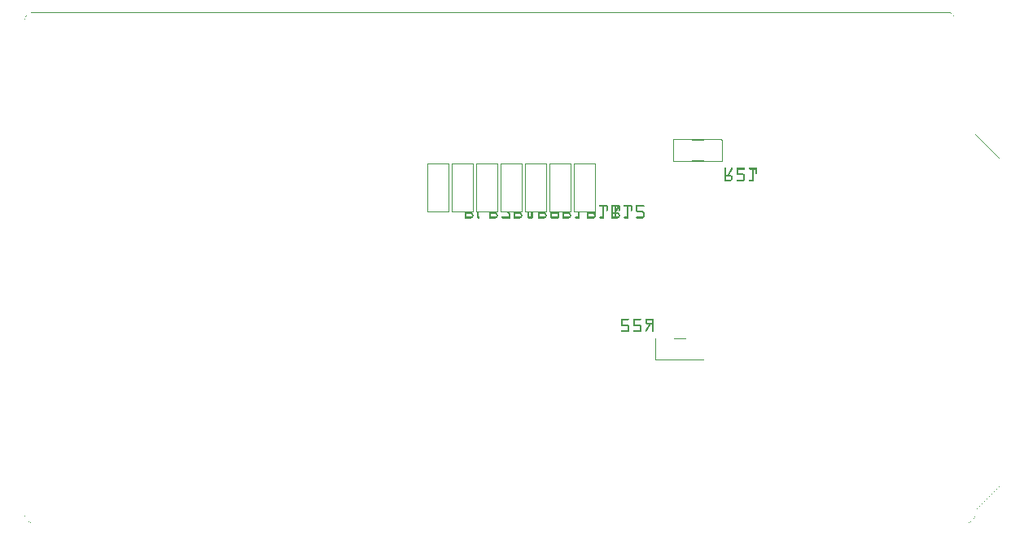
<source format=gbo>
G04 MADE WITH FRITZING*
G04 WWW.FRITZING.ORG*
G04 DOUBLE SIDED*
G04 HOLES PLATED*
G04 CONTOUR ON CENTER OF CONTOUR VECTOR*
%ASAXBY*%
%FSLAX23Y23*%
%MOIN*%
%OFA0B0*%
%SFA1.0B1.0*%
%ADD10R,0.001000X0.001000*%
%LNSILK0*%
G90*
G70*
G54D10*
X34Y2102D02*
X3800Y2102D01*
X31Y2101D02*
X33Y2101D01*
X3800Y2101D02*
X3801Y2101D01*
X28Y2100D02*
X30Y2100D01*
X3801Y2100D02*
X3802Y2100D01*
X26Y2099D02*
X27Y2099D01*
X3802Y2099D02*
X3803Y2099D01*
X24Y2098D02*
X25Y2098D01*
X3803Y2098D02*
X3804Y2098D01*
X23Y2097D02*
X24Y2097D01*
X3804Y2097D02*
X3805Y2097D01*
X21Y2096D02*
X22Y2096D01*
X3805Y2096D02*
X3806Y2096D01*
X20Y2095D02*
X21Y2095D01*
X3806Y2095D02*
X3807Y2095D01*
X19Y2094D02*
X19Y2094D01*
X3807Y2094D02*
X3808Y2094D01*
X18Y2093D02*
X18Y2093D01*
X3808Y2093D02*
X3809Y2093D01*
X17Y2092D02*
X17Y2092D01*
X3809Y2092D02*
X3810Y2092D01*
X16Y2091D02*
X16Y2091D01*
X3810Y2091D02*
X3811Y2091D01*
X15Y2090D02*
X15Y2090D01*
X3811Y2090D02*
X3812Y2090D01*
X14Y2089D02*
X15Y2089D01*
X3812Y2089D02*
X3813Y2089D01*
X14Y2088D02*
X14Y2088D01*
X3813Y2088D02*
X3814Y2088D01*
X13Y2087D02*
X13Y2087D01*
X3814Y2087D02*
X3815Y2087D01*
X12Y2086D02*
X12Y2086D01*
X3815Y2086D02*
X3816Y2086D01*
X12Y2085D02*
X12Y2085D01*
X3816Y2085D02*
X3817Y2085D01*
X11Y2084D02*
X11Y2084D01*
X3817Y2084D02*
X3818Y2084D01*
X11Y2083D02*
X11Y2083D01*
X3819Y2083D02*
X3819Y2083D01*
X10Y2082D02*
X10Y2082D01*
X3820Y2082D02*
X3820Y2082D01*
X10Y2081D02*
X10Y2081D01*
X3821Y2081D02*
X3821Y2081D01*
X9Y2080D02*
X9Y2080D01*
X3822Y2080D02*
X3822Y2080D01*
X9Y2079D02*
X9Y2079D01*
X3823Y2079D02*
X3823Y2079D01*
X9Y2078D02*
X9Y2078D01*
X3824Y2078D02*
X3824Y2078D01*
X8Y2077D02*
X8Y2077D01*
X3825Y2077D02*
X3825Y2077D01*
X8Y2076D02*
X8Y2076D01*
X3826Y2076D02*
X3826Y2076D01*
X8Y2075D02*
X8Y2075D01*
X3827Y2075D02*
X3827Y2075D01*
X8Y2074D02*
X8Y2074D01*
X3828Y2074D02*
X3828Y2074D01*
X8Y2073D02*
X8Y2073D01*
X3829Y2073D02*
X3829Y2073D01*
X7Y2072D02*
X7Y2072D01*
X3830Y2072D02*
X3830Y2072D01*
X7Y2071D02*
X7Y2071D01*
X3831Y2071D02*
X3831Y2071D01*
X7Y2070D02*
X7Y2070D01*
X3832Y2070D02*
X3832Y2070D01*
X7Y2069D02*
X7Y2069D01*
X3833Y2069D02*
X3833Y2069D01*
X7Y2068D02*
X7Y2068D01*
X3834Y2068D02*
X3834Y2068D01*
X7Y2067D02*
X7Y2067D01*
X3835Y2067D02*
X3835Y2067D01*
X7Y2066D02*
X7Y2066D01*
X3836Y2066D02*
X3836Y2066D01*
X7Y2065D02*
X7Y2065D01*
X3837Y2065D02*
X3837Y2065D01*
X7Y2064D02*
X7Y2064D01*
X3838Y2064D02*
X3838Y2064D01*
X7Y2063D02*
X7Y2063D01*
X3839Y2063D02*
X3839Y2063D01*
X7Y2062D02*
X7Y2062D01*
X3840Y2062D02*
X3840Y2062D01*
X7Y2061D02*
X7Y2061D01*
X3841Y2061D02*
X3841Y2061D01*
X7Y2060D02*
X7Y2060D01*
X3842Y2060D02*
X3842Y2060D01*
X7Y2059D02*
X7Y2059D01*
X3843Y2059D02*
X3843Y2059D01*
X7Y2058D02*
X7Y2058D01*
X3844Y2058D02*
X3844Y2058D01*
X7Y2057D02*
X7Y2057D01*
X3845Y2057D02*
X3845Y2057D01*
X7Y2056D02*
X7Y2056D01*
X3846Y2056D02*
X3846Y2056D01*
X7Y2055D02*
X7Y2055D01*
X3847Y2055D02*
X3847Y2055D01*
X7Y2054D02*
X7Y2054D01*
X3848Y2054D02*
X3848Y2054D01*
X7Y2053D02*
X7Y2053D01*
X3849Y2053D02*
X3849Y2053D01*
X7Y2052D02*
X7Y2052D01*
X3850Y2052D02*
X3850Y2052D01*
X7Y2051D02*
X7Y2051D01*
X3851Y2051D02*
X3851Y2051D01*
X7Y2050D02*
X7Y2050D01*
X3852Y2050D02*
X3852Y2050D01*
X7Y2049D02*
X7Y2049D01*
X3853Y2049D02*
X3853Y2049D01*
X7Y2048D02*
X7Y2048D01*
X3854Y2048D02*
X3854Y2048D01*
X7Y2047D02*
X7Y2047D01*
X3855Y2047D02*
X3855Y2047D01*
X7Y2046D02*
X7Y2046D01*
X3856Y2046D02*
X3856Y2046D01*
X7Y2045D02*
X7Y2045D01*
X3857Y2045D02*
X3857Y2045D01*
X7Y2044D02*
X7Y2044D01*
X3858Y2044D02*
X3858Y2044D01*
X7Y2043D02*
X7Y2043D01*
X3859Y2043D02*
X3859Y2043D01*
X7Y2042D02*
X7Y2042D01*
X3860Y2042D02*
X3860Y2042D01*
X7Y2041D02*
X7Y2041D01*
X3861Y2041D02*
X3861Y2041D01*
X7Y2040D02*
X7Y2040D01*
X3862Y2040D02*
X3862Y2040D01*
X7Y2039D02*
X7Y2039D01*
X3863Y2039D02*
X3863Y2039D01*
X7Y2038D02*
X7Y2038D01*
X3864Y2038D02*
X3864Y2038D01*
X7Y2037D02*
X7Y2037D01*
X3865Y2037D02*
X3865Y2037D01*
X7Y2036D02*
X7Y2036D01*
X3866Y2036D02*
X3866Y2036D01*
X7Y2035D02*
X7Y2035D01*
X3867Y2035D02*
X3867Y2035D01*
X7Y2034D02*
X7Y2034D01*
X3868Y2034D02*
X3868Y2034D01*
X7Y2033D02*
X7Y2033D01*
X3869Y2033D02*
X3869Y2033D01*
X7Y2032D02*
X7Y2032D01*
X3870Y2032D02*
X3870Y2032D01*
X7Y2031D02*
X7Y2031D01*
X3871Y2031D02*
X3871Y2031D01*
X7Y2030D02*
X7Y2030D01*
X3872Y2030D02*
X3872Y2030D01*
X7Y2029D02*
X7Y2029D01*
X3873Y2029D02*
X3873Y2029D01*
X7Y2028D02*
X7Y2028D01*
X3874Y2028D02*
X3874Y2028D01*
X7Y2027D02*
X7Y2027D01*
X3875Y2027D02*
X3875Y2027D01*
X7Y2026D02*
X7Y2026D01*
X3876Y2026D02*
X3876Y2026D01*
X7Y2025D02*
X7Y2025D01*
X3877Y2025D02*
X3877Y2025D01*
X7Y2024D02*
X7Y2024D01*
X3878Y2024D02*
X3878Y2024D01*
X7Y2023D02*
X7Y2023D01*
X3879Y2023D02*
X3879Y2023D01*
X7Y2022D02*
X7Y2022D01*
X3880Y2022D02*
X3880Y2022D01*
X7Y2021D02*
X7Y2021D01*
X3881Y2021D02*
X3881Y2021D01*
X7Y2020D02*
X7Y2020D01*
X3882Y2020D02*
X3882Y2020D01*
X7Y2019D02*
X7Y2019D01*
X3883Y2019D02*
X3883Y2019D01*
X7Y2018D02*
X7Y2018D01*
X3884Y2018D02*
X3884Y2018D01*
X7Y2017D02*
X7Y2017D01*
X3885Y2017D02*
X3885Y2017D01*
X7Y2016D02*
X7Y2016D01*
X3886Y2016D02*
X3886Y2016D01*
X7Y2015D02*
X7Y2015D01*
X3887Y2015D02*
X3887Y2015D01*
X7Y2014D02*
X7Y2014D01*
X3888Y2014D02*
X3888Y2014D01*
X7Y2013D02*
X7Y2013D01*
X3889Y2013D02*
X3889Y2013D01*
X7Y2012D02*
X7Y2012D01*
X3890Y2012D02*
X3890Y2012D01*
X7Y2011D02*
X7Y2011D01*
X3891Y2011D02*
X3891Y2011D01*
X7Y2010D02*
X7Y2010D01*
X3892Y2010D02*
X3892Y2010D01*
X7Y2009D02*
X7Y2009D01*
X3893Y2009D02*
X3893Y2009D01*
X7Y2008D02*
X7Y2008D01*
X3894Y2008D02*
X3894Y2008D01*
X7Y2007D02*
X7Y2007D01*
X3895Y2007D02*
X3895Y2007D01*
X7Y2006D02*
X7Y2006D01*
X3896Y2006D02*
X3896Y2006D01*
X7Y2005D02*
X7Y2005D01*
X3897Y2005D02*
X3897Y2005D01*
X7Y2004D02*
X7Y2004D01*
X3898Y2004D02*
X3898Y2004D01*
X7Y2003D02*
X7Y2003D01*
X3899Y2003D02*
X3899Y2003D01*
X7Y2002D02*
X7Y2002D01*
X3899Y2002D02*
X3899Y2002D01*
X7Y2001D02*
X7Y2001D01*
X3899Y2001D02*
X3899Y2001D01*
X7Y2000D02*
X7Y2000D01*
X3899Y2000D02*
X3899Y2000D01*
X7Y1999D02*
X7Y1999D01*
X3899Y1999D02*
X3899Y1999D01*
X7Y1998D02*
X7Y1998D01*
X3899Y1998D02*
X3899Y1998D01*
X7Y1997D02*
X7Y1997D01*
X3899Y1997D02*
X3899Y1997D01*
X7Y1996D02*
X7Y1996D01*
X3899Y1996D02*
X3899Y1996D01*
X7Y1995D02*
X7Y1995D01*
X3899Y1995D02*
X3899Y1995D01*
X7Y1994D02*
X7Y1994D01*
X3899Y1994D02*
X3899Y1994D01*
X7Y1993D02*
X7Y1993D01*
X3899Y1993D02*
X3899Y1993D01*
X7Y1992D02*
X7Y1992D01*
X3899Y1992D02*
X3899Y1992D01*
X7Y1991D02*
X7Y1991D01*
X3899Y1991D02*
X3899Y1991D01*
X7Y1990D02*
X7Y1990D01*
X3899Y1990D02*
X3899Y1990D01*
X7Y1989D02*
X7Y1989D01*
X3899Y1989D02*
X3899Y1989D01*
X7Y1988D02*
X7Y1988D01*
X3899Y1988D02*
X3899Y1988D01*
X7Y1987D02*
X7Y1987D01*
X3899Y1987D02*
X3899Y1987D01*
X7Y1986D02*
X7Y1986D01*
X3899Y1986D02*
X3899Y1986D01*
X7Y1985D02*
X7Y1985D01*
X3899Y1985D02*
X3899Y1985D01*
X7Y1984D02*
X7Y1984D01*
X3899Y1984D02*
X3899Y1984D01*
X7Y1983D02*
X7Y1983D01*
X3899Y1983D02*
X3899Y1983D01*
X7Y1982D02*
X7Y1982D01*
X3899Y1982D02*
X3899Y1982D01*
X7Y1981D02*
X7Y1981D01*
X3899Y1981D02*
X3899Y1981D01*
X7Y1980D02*
X7Y1980D01*
X3899Y1980D02*
X3899Y1980D01*
X7Y1979D02*
X7Y1979D01*
X3899Y1979D02*
X3899Y1979D01*
X7Y1978D02*
X7Y1978D01*
X3899Y1978D02*
X3899Y1978D01*
X7Y1977D02*
X7Y1977D01*
X3899Y1977D02*
X3899Y1977D01*
X7Y1976D02*
X7Y1976D01*
X3899Y1976D02*
X3899Y1976D01*
X7Y1975D02*
X7Y1975D01*
X3899Y1975D02*
X3899Y1975D01*
X7Y1974D02*
X7Y1974D01*
X3899Y1974D02*
X3899Y1974D01*
X7Y1973D02*
X7Y1973D01*
X3899Y1973D02*
X3899Y1973D01*
X7Y1972D02*
X7Y1972D01*
X3899Y1972D02*
X3899Y1972D01*
X7Y1971D02*
X7Y1971D01*
X3899Y1971D02*
X3899Y1971D01*
X7Y1970D02*
X7Y1970D01*
X3899Y1970D02*
X3899Y1970D01*
X7Y1969D02*
X7Y1969D01*
X3899Y1969D02*
X3899Y1969D01*
X7Y1968D02*
X7Y1968D01*
X3899Y1968D02*
X3899Y1968D01*
X7Y1967D02*
X7Y1967D01*
X3899Y1967D02*
X3899Y1967D01*
X7Y1966D02*
X7Y1966D01*
X3899Y1966D02*
X3899Y1966D01*
X7Y1965D02*
X7Y1965D01*
X3899Y1965D02*
X3899Y1965D01*
X7Y1964D02*
X7Y1964D01*
X3899Y1964D02*
X3899Y1964D01*
X7Y1963D02*
X7Y1963D01*
X3899Y1963D02*
X3899Y1963D01*
X7Y1962D02*
X7Y1962D01*
X3899Y1962D02*
X3899Y1962D01*
X7Y1961D02*
X7Y1961D01*
X3899Y1961D02*
X3899Y1961D01*
X7Y1960D02*
X7Y1960D01*
X3899Y1960D02*
X3899Y1960D01*
X7Y1959D02*
X7Y1959D01*
X3899Y1959D02*
X3899Y1959D01*
X7Y1958D02*
X7Y1958D01*
X3899Y1958D02*
X3899Y1958D01*
X7Y1957D02*
X7Y1957D01*
X3899Y1957D02*
X3899Y1957D01*
X7Y1956D02*
X7Y1956D01*
X3899Y1956D02*
X3899Y1956D01*
X7Y1955D02*
X7Y1955D01*
X3899Y1955D02*
X3899Y1955D01*
X7Y1954D02*
X7Y1954D01*
X3899Y1954D02*
X3899Y1954D01*
X7Y1953D02*
X7Y1953D01*
X3899Y1953D02*
X3899Y1953D01*
X7Y1952D02*
X7Y1952D01*
X3899Y1952D02*
X3899Y1952D01*
X7Y1951D02*
X7Y1951D01*
X3899Y1951D02*
X3899Y1951D01*
X7Y1950D02*
X7Y1950D01*
X3899Y1950D02*
X3899Y1950D01*
X7Y1949D02*
X7Y1949D01*
X3899Y1949D02*
X3899Y1949D01*
X7Y1948D02*
X7Y1948D01*
X3899Y1948D02*
X3899Y1948D01*
X7Y1947D02*
X7Y1947D01*
X3899Y1947D02*
X3899Y1947D01*
X7Y1946D02*
X7Y1946D01*
X3899Y1946D02*
X3899Y1946D01*
X7Y1945D02*
X7Y1945D01*
X3899Y1945D02*
X3899Y1945D01*
X7Y1944D02*
X7Y1944D01*
X3899Y1944D02*
X3899Y1944D01*
X7Y1943D02*
X7Y1943D01*
X3899Y1943D02*
X3899Y1943D01*
X7Y1942D02*
X7Y1942D01*
X3899Y1942D02*
X3899Y1942D01*
X7Y1941D02*
X7Y1941D01*
X3899Y1941D02*
X3899Y1941D01*
X7Y1940D02*
X7Y1940D01*
X3899Y1940D02*
X3899Y1940D01*
X7Y1939D02*
X7Y1939D01*
X3899Y1939D02*
X3899Y1939D01*
X7Y1938D02*
X7Y1938D01*
X3899Y1938D02*
X3899Y1938D01*
X7Y1937D02*
X7Y1937D01*
X3899Y1937D02*
X3899Y1937D01*
X7Y1936D02*
X7Y1936D01*
X3899Y1936D02*
X3899Y1936D01*
X7Y1935D02*
X7Y1935D01*
X3899Y1935D02*
X3899Y1935D01*
X7Y1934D02*
X7Y1934D01*
X3899Y1934D02*
X3899Y1934D01*
X7Y1933D02*
X7Y1933D01*
X3899Y1933D02*
X3899Y1933D01*
X7Y1932D02*
X7Y1932D01*
X3899Y1932D02*
X3899Y1932D01*
X7Y1931D02*
X7Y1931D01*
X3899Y1931D02*
X3899Y1931D01*
X7Y1930D02*
X7Y1930D01*
X3899Y1930D02*
X3899Y1930D01*
X7Y1929D02*
X7Y1929D01*
X3899Y1929D02*
X3899Y1929D01*
X7Y1928D02*
X7Y1928D01*
X3899Y1928D02*
X3899Y1928D01*
X7Y1927D02*
X7Y1927D01*
X3899Y1927D02*
X3899Y1927D01*
X7Y1926D02*
X7Y1926D01*
X3899Y1926D02*
X3899Y1926D01*
X7Y1925D02*
X7Y1925D01*
X3899Y1925D02*
X3899Y1925D01*
X7Y1924D02*
X7Y1924D01*
X3899Y1924D02*
X3899Y1924D01*
X7Y1923D02*
X7Y1923D01*
X3899Y1923D02*
X3899Y1923D01*
X7Y1922D02*
X7Y1922D01*
X3899Y1922D02*
X3899Y1922D01*
X7Y1921D02*
X7Y1921D01*
X3899Y1921D02*
X3899Y1921D01*
X7Y1920D02*
X7Y1920D01*
X3899Y1920D02*
X3899Y1920D01*
X7Y1919D02*
X7Y1919D01*
X3899Y1919D02*
X3899Y1919D01*
X7Y1918D02*
X7Y1918D01*
X3899Y1918D02*
X3899Y1918D01*
X7Y1917D02*
X7Y1917D01*
X3899Y1917D02*
X3899Y1917D01*
X7Y1916D02*
X7Y1916D01*
X3899Y1916D02*
X3899Y1916D01*
X7Y1915D02*
X7Y1915D01*
X3899Y1915D02*
X3899Y1915D01*
X7Y1914D02*
X7Y1914D01*
X3899Y1914D02*
X3899Y1914D01*
X7Y1913D02*
X7Y1913D01*
X3899Y1913D02*
X3899Y1913D01*
X7Y1912D02*
X7Y1912D01*
X3899Y1912D02*
X3899Y1912D01*
X7Y1911D02*
X7Y1911D01*
X3899Y1911D02*
X3899Y1911D01*
X7Y1910D02*
X7Y1910D01*
X3899Y1910D02*
X3899Y1910D01*
X7Y1909D02*
X7Y1909D01*
X3899Y1909D02*
X3899Y1909D01*
X7Y1908D02*
X7Y1908D01*
X3899Y1908D02*
X3899Y1908D01*
X7Y1907D02*
X7Y1907D01*
X3899Y1907D02*
X3899Y1907D01*
X7Y1906D02*
X7Y1906D01*
X3899Y1906D02*
X3899Y1906D01*
X7Y1905D02*
X7Y1905D01*
X3899Y1905D02*
X3899Y1905D01*
X7Y1904D02*
X7Y1904D01*
X3899Y1904D02*
X3899Y1904D01*
X7Y1903D02*
X7Y1903D01*
X3899Y1903D02*
X3899Y1903D01*
X7Y1902D02*
X7Y1902D01*
X3899Y1902D02*
X3899Y1902D01*
X7Y1901D02*
X7Y1901D01*
X3899Y1901D02*
X3899Y1901D01*
X7Y1900D02*
X7Y1900D01*
X3899Y1900D02*
X3899Y1900D01*
X7Y1899D02*
X7Y1899D01*
X3899Y1899D02*
X3899Y1899D01*
X7Y1898D02*
X7Y1898D01*
X3899Y1898D02*
X3899Y1898D01*
X7Y1897D02*
X7Y1897D01*
X3899Y1897D02*
X3899Y1897D01*
X7Y1896D02*
X7Y1896D01*
X3899Y1896D02*
X3899Y1896D01*
X7Y1895D02*
X7Y1895D01*
X3899Y1895D02*
X3899Y1895D01*
X7Y1894D02*
X7Y1894D01*
X3899Y1894D02*
X3899Y1894D01*
X7Y1893D02*
X7Y1893D01*
X3899Y1893D02*
X3899Y1893D01*
X7Y1892D02*
X7Y1892D01*
X3899Y1892D02*
X3899Y1892D01*
X7Y1891D02*
X7Y1891D01*
X3899Y1891D02*
X3899Y1891D01*
X7Y1890D02*
X7Y1890D01*
X3899Y1890D02*
X3899Y1890D01*
X7Y1889D02*
X7Y1889D01*
X3899Y1889D02*
X3899Y1889D01*
X7Y1888D02*
X7Y1888D01*
X3899Y1888D02*
X3899Y1888D01*
X7Y1887D02*
X7Y1887D01*
X3899Y1887D02*
X3899Y1887D01*
X7Y1886D02*
X7Y1886D01*
X3899Y1886D02*
X3899Y1886D01*
X7Y1885D02*
X7Y1885D01*
X3899Y1885D02*
X3899Y1885D01*
X7Y1884D02*
X7Y1884D01*
X3899Y1884D02*
X3899Y1884D01*
X7Y1883D02*
X7Y1883D01*
X3899Y1883D02*
X3899Y1883D01*
X7Y1882D02*
X7Y1882D01*
X3899Y1882D02*
X3899Y1882D01*
X7Y1881D02*
X7Y1881D01*
X3899Y1881D02*
X3899Y1881D01*
X7Y1880D02*
X7Y1880D01*
X3899Y1880D02*
X3899Y1880D01*
X7Y1879D02*
X7Y1879D01*
X3899Y1879D02*
X3899Y1879D01*
X7Y1878D02*
X7Y1878D01*
X3899Y1878D02*
X3899Y1878D01*
X7Y1877D02*
X7Y1877D01*
X3899Y1877D02*
X3899Y1877D01*
X7Y1876D02*
X7Y1876D01*
X3899Y1876D02*
X3899Y1876D01*
X7Y1875D02*
X7Y1875D01*
X3899Y1875D02*
X3899Y1875D01*
X7Y1874D02*
X7Y1874D01*
X3899Y1874D02*
X3899Y1874D01*
X7Y1873D02*
X7Y1873D01*
X3899Y1873D02*
X3899Y1873D01*
X7Y1872D02*
X7Y1872D01*
X3899Y1872D02*
X3899Y1872D01*
X7Y1871D02*
X7Y1871D01*
X3899Y1871D02*
X3899Y1871D01*
X7Y1870D02*
X7Y1870D01*
X3899Y1870D02*
X3899Y1870D01*
X7Y1869D02*
X7Y1869D01*
X3899Y1869D02*
X3899Y1869D01*
X7Y1868D02*
X7Y1868D01*
X3899Y1868D02*
X3899Y1868D01*
X7Y1867D02*
X7Y1867D01*
X3899Y1867D02*
X3899Y1867D01*
X7Y1866D02*
X7Y1866D01*
X3899Y1866D02*
X3899Y1866D01*
X7Y1865D02*
X7Y1865D01*
X3899Y1865D02*
X3899Y1865D01*
X7Y1864D02*
X7Y1864D01*
X3899Y1864D02*
X3899Y1864D01*
X7Y1863D02*
X7Y1863D01*
X3899Y1863D02*
X3899Y1863D01*
X7Y1862D02*
X7Y1862D01*
X3899Y1862D02*
X3899Y1862D01*
X7Y1861D02*
X7Y1861D01*
X3899Y1861D02*
X3899Y1861D01*
X7Y1860D02*
X7Y1860D01*
X3899Y1860D02*
X3899Y1860D01*
X7Y1859D02*
X7Y1859D01*
X3899Y1859D02*
X3899Y1859D01*
X7Y1858D02*
X7Y1858D01*
X3899Y1858D02*
X3899Y1858D01*
X7Y1857D02*
X7Y1857D01*
X3899Y1857D02*
X3899Y1857D01*
X7Y1856D02*
X7Y1856D01*
X3899Y1856D02*
X3899Y1856D01*
X7Y1855D02*
X7Y1855D01*
X3899Y1855D02*
X3899Y1855D01*
X7Y1854D02*
X7Y1854D01*
X3899Y1854D02*
X3899Y1854D01*
X7Y1853D02*
X7Y1853D01*
X3899Y1853D02*
X3899Y1853D01*
X7Y1852D02*
X7Y1852D01*
X3899Y1852D02*
X3899Y1852D01*
X7Y1851D02*
X7Y1851D01*
X3899Y1851D02*
X3899Y1851D01*
X7Y1850D02*
X7Y1850D01*
X3899Y1850D02*
X3899Y1850D01*
X7Y1849D02*
X7Y1849D01*
X3899Y1849D02*
X3899Y1849D01*
X7Y1848D02*
X7Y1848D01*
X3899Y1848D02*
X3899Y1848D01*
X7Y1847D02*
X7Y1847D01*
X3899Y1847D02*
X3899Y1847D01*
X7Y1846D02*
X7Y1846D01*
X3899Y1846D02*
X3899Y1846D01*
X7Y1845D02*
X7Y1845D01*
X3899Y1845D02*
X3899Y1845D01*
X7Y1844D02*
X7Y1844D01*
X3899Y1844D02*
X3899Y1844D01*
X7Y1843D02*
X7Y1843D01*
X3899Y1843D02*
X3899Y1843D01*
X7Y1842D02*
X7Y1842D01*
X3899Y1842D02*
X3899Y1842D01*
X7Y1841D02*
X7Y1841D01*
X3899Y1841D02*
X3899Y1841D01*
X7Y1840D02*
X7Y1840D01*
X3899Y1840D02*
X3899Y1840D01*
X7Y1839D02*
X7Y1839D01*
X3899Y1839D02*
X3899Y1839D01*
X7Y1838D02*
X7Y1838D01*
X3899Y1838D02*
X3899Y1838D01*
X7Y1837D02*
X7Y1837D01*
X3899Y1837D02*
X3899Y1837D01*
X7Y1836D02*
X7Y1836D01*
X3899Y1836D02*
X3899Y1836D01*
X7Y1835D02*
X7Y1835D01*
X3899Y1835D02*
X3899Y1835D01*
X7Y1834D02*
X7Y1834D01*
X3899Y1834D02*
X3899Y1834D01*
X7Y1833D02*
X7Y1833D01*
X3899Y1833D02*
X3899Y1833D01*
X7Y1832D02*
X7Y1832D01*
X3899Y1832D02*
X3899Y1832D01*
X7Y1831D02*
X7Y1831D01*
X3899Y1831D02*
X3899Y1831D01*
X7Y1830D02*
X7Y1830D01*
X3899Y1830D02*
X3899Y1830D01*
X7Y1829D02*
X7Y1829D01*
X3899Y1829D02*
X3899Y1829D01*
X7Y1828D02*
X7Y1828D01*
X3899Y1828D02*
X3899Y1828D01*
X7Y1827D02*
X7Y1827D01*
X3899Y1827D02*
X3899Y1827D01*
X7Y1826D02*
X7Y1826D01*
X3899Y1826D02*
X3899Y1826D01*
X7Y1825D02*
X7Y1825D01*
X3899Y1825D02*
X3899Y1825D01*
X7Y1824D02*
X7Y1824D01*
X3899Y1824D02*
X3899Y1824D01*
X7Y1823D02*
X7Y1823D01*
X3899Y1823D02*
X3899Y1823D01*
X7Y1822D02*
X7Y1822D01*
X3899Y1822D02*
X3899Y1822D01*
X7Y1821D02*
X7Y1821D01*
X3899Y1821D02*
X3899Y1821D01*
X7Y1820D02*
X7Y1820D01*
X3899Y1820D02*
X3899Y1820D01*
X7Y1819D02*
X7Y1819D01*
X3899Y1819D02*
X3899Y1819D01*
X7Y1818D02*
X7Y1818D01*
X3899Y1818D02*
X3899Y1818D01*
X7Y1817D02*
X7Y1817D01*
X3899Y1817D02*
X3899Y1817D01*
X7Y1816D02*
X7Y1816D01*
X3899Y1816D02*
X3899Y1816D01*
X7Y1815D02*
X7Y1815D01*
X3899Y1815D02*
X3899Y1815D01*
X7Y1814D02*
X7Y1814D01*
X3899Y1814D02*
X3899Y1814D01*
X7Y1813D02*
X7Y1813D01*
X3899Y1813D02*
X3899Y1813D01*
X7Y1812D02*
X7Y1812D01*
X3899Y1812D02*
X3899Y1812D01*
X7Y1811D02*
X7Y1811D01*
X3899Y1811D02*
X3899Y1811D01*
X7Y1810D02*
X7Y1810D01*
X3899Y1810D02*
X3899Y1810D01*
X7Y1809D02*
X7Y1809D01*
X3899Y1809D02*
X3899Y1809D01*
X7Y1808D02*
X7Y1808D01*
X3899Y1808D02*
X3899Y1808D01*
X7Y1807D02*
X7Y1807D01*
X3899Y1807D02*
X3899Y1807D01*
X7Y1806D02*
X7Y1806D01*
X3899Y1806D02*
X3899Y1806D01*
X7Y1805D02*
X7Y1805D01*
X3899Y1805D02*
X3899Y1805D01*
X7Y1804D02*
X7Y1804D01*
X3899Y1804D02*
X3899Y1804D01*
X7Y1803D02*
X7Y1803D01*
X3899Y1803D02*
X3899Y1803D01*
X7Y1802D02*
X7Y1802D01*
X3899Y1802D02*
X3899Y1802D01*
X7Y1801D02*
X7Y1801D01*
X3899Y1801D02*
X3899Y1801D01*
X7Y1800D02*
X7Y1800D01*
X3899Y1800D02*
X3899Y1800D01*
X7Y1799D02*
X7Y1799D01*
X3899Y1799D02*
X3899Y1799D01*
X7Y1798D02*
X7Y1798D01*
X3899Y1798D02*
X3899Y1798D01*
X7Y1797D02*
X7Y1797D01*
X3899Y1797D02*
X3899Y1797D01*
X7Y1796D02*
X7Y1796D01*
X3899Y1796D02*
X3899Y1796D01*
X7Y1795D02*
X7Y1795D01*
X3899Y1795D02*
X3899Y1795D01*
X7Y1794D02*
X7Y1794D01*
X3899Y1794D02*
X3899Y1794D01*
X7Y1793D02*
X7Y1793D01*
X3899Y1793D02*
X3899Y1793D01*
X7Y1792D02*
X7Y1792D01*
X3899Y1792D02*
X3899Y1792D01*
X7Y1791D02*
X7Y1791D01*
X3899Y1791D02*
X3899Y1791D01*
X7Y1790D02*
X7Y1790D01*
X3899Y1790D02*
X3899Y1790D01*
X7Y1789D02*
X7Y1789D01*
X3899Y1789D02*
X3899Y1789D01*
X7Y1788D02*
X7Y1788D01*
X3899Y1788D02*
X3899Y1788D01*
X7Y1787D02*
X7Y1787D01*
X3899Y1787D02*
X3899Y1787D01*
X7Y1786D02*
X7Y1786D01*
X3899Y1786D02*
X3899Y1786D01*
X7Y1785D02*
X7Y1785D01*
X3899Y1785D02*
X3899Y1785D01*
X7Y1784D02*
X7Y1784D01*
X3899Y1784D02*
X3899Y1784D01*
X7Y1783D02*
X7Y1783D01*
X3899Y1783D02*
X3899Y1783D01*
X7Y1782D02*
X7Y1782D01*
X3899Y1782D02*
X3899Y1782D01*
X7Y1781D02*
X7Y1781D01*
X3899Y1781D02*
X3899Y1781D01*
X7Y1780D02*
X7Y1780D01*
X3899Y1780D02*
X3899Y1780D01*
X7Y1779D02*
X7Y1779D01*
X3899Y1779D02*
X3899Y1779D01*
X7Y1778D02*
X7Y1778D01*
X3899Y1778D02*
X3899Y1778D01*
X7Y1777D02*
X7Y1777D01*
X3899Y1777D02*
X3899Y1777D01*
X7Y1776D02*
X7Y1776D01*
X3899Y1776D02*
X3899Y1776D01*
X7Y1775D02*
X7Y1775D01*
X3899Y1775D02*
X3899Y1775D01*
X7Y1774D02*
X7Y1774D01*
X3899Y1774D02*
X3899Y1774D01*
X7Y1773D02*
X7Y1773D01*
X3899Y1773D02*
X3899Y1773D01*
X7Y1772D02*
X7Y1772D01*
X3899Y1772D02*
X3899Y1772D01*
X7Y1771D02*
X7Y1771D01*
X3899Y1771D02*
X3899Y1771D01*
X7Y1770D02*
X7Y1770D01*
X3899Y1770D02*
X3899Y1770D01*
X7Y1769D02*
X7Y1769D01*
X3899Y1769D02*
X3899Y1769D01*
X7Y1768D02*
X7Y1768D01*
X3899Y1768D02*
X3899Y1768D01*
X7Y1767D02*
X7Y1767D01*
X3899Y1767D02*
X3899Y1767D01*
X7Y1766D02*
X7Y1766D01*
X3899Y1766D02*
X3899Y1766D01*
X7Y1765D02*
X7Y1765D01*
X3899Y1765D02*
X3899Y1765D01*
X7Y1764D02*
X7Y1764D01*
X3899Y1764D02*
X3899Y1764D01*
X7Y1763D02*
X7Y1763D01*
X3899Y1763D02*
X3899Y1763D01*
X7Y1762D02*
X7Y1762D01*
X3899Y1762D02*
X3899Y1762D01*
X7Y1761D02*
X7Y1761D01*
X3899Y1761D02*
X3899Y1761D01*
X7Y1760D02*
X7Y1760D01*
X3899Y1760D02*
X3899Y1760D01*
X7Y1759D02*
X7Y1759D01*
X3899Y1759D02*
X3899Y1759D01*
X7Y1758D02*
X7Y1758D01*
X3899Y1758D02*
X3899Y1758D01*
X7Y1757D02*
X7Y1757D01*
X3899Y1757D02*
X3899Y1757D01*
X7Y1756D02*
X7Y1756D01*
X3899Y1756D02*
X3899Y1756D01*
X7Y1755D02*
X7Y1755D01*
X3899Y1755D02*
X3899Y1755D01*
X7Y1754D02*
X7Y1754D01*
X3899Y1754D02*
X3899Y1754D01*
X7Y1753D02*
X7Y1753D01*
X3899Y1753D02*
X3899Y1753D01*
X7Y1752D02*
X7Y1752D01*
X3899Y1752D02*
X3899Y1752D01*
X7Y1751D02*
X7Y1751D01*
X3899Y1751D02*
X3899Y1751D01*
X7Y1750D02*
X7Y1750D01*
X3899Y1750D02*
X3899Y1750D01*
X7Y1749D02*
X7Y1749D01*
X3899Y1749D02*
X3899Y1749D01*
X7Y1748D02*
X7Y1748D01*
X3899Y1748D02*
X3899Y1748D01*
X7Y1747D02*
X7Y1747D01*
X3899Y1747D02*
X3899Y1747D01*
X7Y1746D02*
X7Y1746D01*
X3899Y1746D02*
X3899Y1746D01*
X7Y1745D02*
X7Y1745D01*
X3899Y1745D02*
X3899Y1745D01*
X7Y1744D02*
X7Y1744D01*
X3899Y1744D02*
X3899Y1744D01*
X7Y1743D02*
X7Y1743D01*
X3899Y1743D02*
X3899Y1743D01*
X7Y1742D02*
X7Y1742D01*
X3899Y1742D02*
X3899Y1742D01*
X7Y1741D02*
X7Y1741D01*
X3899Y1741D02*
X3899Y1741D01*
X7Y1740D02*
X7Y1740D01*
X3899Y1740D02*
X3899Y1740D01*
X7Y1739D02*
X7Y1739D01*
X3899Y1739D02*
X3899Y1739D01*
X7Y1738D02*
X7Y1738D01*
X3899Y1738D02*
X3899Y1738D01*
X7Y1737D02*
X7Y1737D01*
X3899Y1737D02*
X3899Y1737D01*
X7Y1736D02*
X7Y1736D01*
X3899Y1736D02*
X3899Y1736D01*
X7Y1735D02*
X7Y1735D01*
X3899Y1735D02*
X3899Y1735D01*
X7Y1734D02*
X7Y1734D01*
X3899Y1734D02*
X3899Y1734D01*
X7Y1733D02*
X7Y1733D01*
X3899Y1733D02*
X3899Y1733D01*
X7Y1732D02*
X7Y1732D01*
X3899Y1732D02*
X3899Y1732D01*
X7Y1731D02*
X7Y1731D01*
X3899Y1731D02*
X3899Y1731D01*
X7Y1730D02*
X7Y1730D01*
X3899Y1730D02*
X3899Y1730D01*
X7Y1729D02*
X7Y1729D01*
X3899Y1729D02*
X3899Y1729D01*
X7Y1728D02*
X7Y1728D01*
X3899Y1728D02*
X3899Y1728D01*
X7Y1727D02*
X7Y1727D01*
X3899Y1727D02*
X3899Y1727D01*
X7Y1726D02*
X7Y1726D01*
X3899Y1726D02*
X3899Y1726D01*
X7Y1725D02*
X7Y1725D01*
X3899Y1725D02*
X3899Y1725D01*
X7Y1724D02*
X7Y1724D01*
X3899Y1724D02*
X3899Y1724D01*
X7Y1723D02*
X7Y1723D01*
X3899Y1723D02*
X3899Y1723D01*
X7Y1722D02*
X7Y1722D01*
X3899Y1722D02*
X3899Y1722D01*
X7Y1721D02*
X7Y1721D01*
X3899Y1721D02*
X3899Y1721D01*
X7Y1720D02*
X7Y1720D01*
X3899Y1720D02*
X3899Y1720D01*
X7Y1719D02*
X7Y1719D01*
X3899Y1719D02*
X3899Y1719D01*
X7Y1718D02*
X7Y1718D01*
X3899Y1718D02*
X3899Y1718D01*
X7Y1717D02*
X7Y1717D01*
X3899Y1717D02*
X3899Y1717D01*
X7Y1716D02*
X7Y1716D01*
X3899Y1716D02*
X3899Y1716D01*
X7Y1715D02*
X7Y1715D01*
X3899Y1715D02*
X3899Y1715D01*
X7Y1714D02*
X7Y1714D01*
X3899Y1714D02*
X3899Y1714D01*
X7Y1713D02*
X7Y1713D01*
X3899Y1713D02*
X3899Y1713D01*
X7Y1712D02*
X7Y1712D01*
X3899Y1712D02*
X3899Y1712D01*
X7Y1711D02*
X7Y1711D01*
X3899Y1711D02*
X3899Y1711D01*
X7Y1710D02*
X7Y1710D01*
X3899Y1710D02*
X3899Y1710D01*
X7Y1709D02*
X7Y1709D01*
X3899Y1709D02*
X3899Y1709D01*
X7Y1708D02*
X7Y1708D01*
X3899Y1708D02*
X3899Y1708D01*
X7Y1707D02*
X7Y1707D01*
X3899Y1707D02*
X3899Y1707D01*
X7Y1706D02*
X7Y1706D01*
X3899Y1706D02*
X3899Y1706D01*
X7Y1705D02*
X7Y1705D01*
X3899Y1705D02*
X3899Y1705D01*
X7Y1704D02*
X7Y1704D01*
X3899Y1704D02*
X3899Y1704D01*
X7Y1703D02*
X7Y1703D01*
X3899Y1703D02*
X3899Y1703D01*
X7Y1702D02*
X7Y1702D01*
X3899Y1702D02*
X3899Y1702D01*
X7Y1701D02*
X7Y1701D01*
X3899Y1701D02*
X3899Y1701D01*
X7Y1700D02*
X7Y1700D01*
X3899Y1700D02*
X3899Y1700D01*
X7Y1699D02*
X7Y1699D01*
X3899Y1699D02*
X3899Y1699D01*
X7Y1698D02*
X7Y1698D01*
X3899Y1698D02*
X3899Y1698D01*
X7Y1697D02*
X7Y1697D01*
X3899Y1697D02*
X3899Y1697D01*
X7Y1696D02*
X7Y1696D01*
X3899Y1696D02*
X3899Y1696D01*
X7Y1695D02*
X7Y1695D01*
X3899Y1695D02*
X3899Y1695D01*
X7Y1694D02*
X7Y1694D01*
X3899Y1694D02*
X3899Y1694D01*
X7Y1693D02*
X7Y1693D01*
X3899Y1693D02*
X3899Y1693D01*
X7Y1692D02*
X7Y1692D01*
X3899Y1692D02*
X3899Y1692D01*
X7Y1691D02*
X7Y1691D01*
X3899Y1691D02*
X3899Y1691D01*
X7Y1690D02*
X7Y1690D01*
X3899Y1690D02*
X3899Y1690D01*
X7Y1689D02*
X7Y1689D01*
X3899Y1689D02*
X3899Y1689D01*
X7Y1688D02*
X7Y1688D01*
X3899Y1688D02*
X3899Y1688D01*
X7Y1687D02*
X7Y1687D01*
X3899Y1687D02*
X3899Y1687D01*
X7Y1686D02*
X7Y1686D01*
X3899Y1686D02*
X3899Y1686D01*
X7Y1685D02*
X7Y1685D01*
X3899Y1685D02*
X3899Y1685D01*
X7Y1684D02*
X7Y1684D01*
X3899Y1684D02*
X3899Y1684D01*
X7Y1683D02*
X7Y1683D01*
X3899Y1683D02*
X3899Y1683D01*
X7Y1682D02*
X7Y1682D01*
X3899Y1682D02*
X3899Y1682D01*
X7Y1681D02*
X7Y1681D01*
X3899Y1681D02*
X3899Y1681D01*
X7Y1680D02*
X7Y1680D01*
X3899Y1680D02*
X3899Y1680D01*
X7Y1679D02*
X7Y1679D01*
X3899Y1679D02*
X3899Y1679D01*
X7Y1678D02*
X7Y1678D01*
X3899Y1678D02*
X3899Y1678D01*
X7Y1677D02*
X7Y1677D01*
X3899Y1677D02*
X3899Y1677D01*
X7Y1676D02*
X7Y1676D01*
X3899Y1676D02*
X3899Y1676D01*
X7Y1675D02*
X7Y1675D01*
X3899Y1675D02*
X3899Y1675D01*
X7Y1674D02*
X7Y1674D01*
X3899Y1674D02*
X3899Y1674D01*
X7Y1673D02*
X7Y1673D01*
X3899Y1673D02*
X3899Y1673D01*
X7Y1672D02*
X7Y1672D01*
X3899Y1672D02*
X3899Y1672D01*
X7Y1671D02*
X7Y1671D01*
X3899Y1671D02*
X3899Y1671D01*
X7Y1670D02*
X7Y1670D01*
X3899Y1670D02*
X3899Y1670D01*
X7Y1669D02*
X7Y1669D01*
X3899Y1669D02*
X3899Y1669D01*
X7Y1668D02*
X7Y1668D01*
X3899Y1668D02*
X3899Y1668D01*
X7Y1667D02*
X7Y1667D01*
X3899Y1667D02*
X3899Y1667D01*
X7Y1666D02*
X7Y1666D01*
X3899Y1666D02*
X3899Y1666D01*
X7Y1665D02*
X7Y1665D01*
X3899Y1665D02*
X3899Y1665D01*
X7Y1664D02*
X7Y1664D01*
X3899Y1664D02*
X3899Y1664D01*
X7Y1663D02*
X7Y1663D01*
X3899Y1663D02*
X3899Y1663D01*
X7Y1662D02*
X7Y1662D01*
X3899Y1662D02*
X3899Y1662D01*
X7Y1661D02*
X7Y1661D01*
X3899Y1661D02*
X3899Y1661D01*
X7Y1660D02*
X7Y1660D01*
X3899Y1660D02*
X3899Y1660D01*
X7Y1659D02*
X7Y1659D01*
X3899Y1659D02*
X3899Y1659D01*
X7Y1658D02*
X7Y1658D01*
X3899Y1658D02*
X3899Y1658D01*
X7Y1657D02*
X7Y1657D01*
X3899Y1657D02*
X3899Y1657D01*
X7Y1656D02*
X7Y1656D01*
X3899Y1656D02*
X3899Y1656D01*
X7Y1655D02*
X7Y1655D01*
X3899Y1655D02*
X3899Y1655D01*
X7Y1654D02*
X7Y1654D01*
X3899Y1654D02*
X3899Y1654D01*
X7Y1653D02*
X7Y1653D01*
X3899Y1653D02*
X3899Y1653D01*
X7Y1652D02*
X7Y1652D01*
X3899Y1652D02*
X3899Y1652D01*
X7Y1651D02*
X7Y1651D01*
X3899Y1651D02*
X3899Y1651D01*
X7Y1650D02*
X7Y1650D01*
X3899Y1650D02*
X3899Y1650D01*
X7Y1649D02*
X7Y1649D01*
X3899Y1649D02*
X3899Y1649D01*
X7Y1648D02*
X7Y1648D01*
X3899Y1648D02*
X3899Y1648D01*
X7Y1647D02*
X7Y1647D01*
X3899Y1647D02*
X3899Y1647D01*
X7Y1646D02*
X7Y1646D01*
X3899Y1646D02*
X3899Y1646D01*
X7Y1645D02*
X7Y1645D01*
X3899Y1645D02*
X3899Y1645D01*
X7Y1644D02*
X7Y1644D01*
X3899Y1644D02*
X3899Y1644D01*
X7Y1643D02*
X7Y1643D01*
X3899Y1643D02*
X3899Y1643D01*
X7Y1642D02*
X7Y1642D01*
X3899Y1642D02*
X3899Y1642D01*
X7Y1641D02*
X7Y1641D01*
X3899Y1641D02*
X3899Y1641D01*
X7Y1640D02*
X7Y1640D01*
X3899Y1640D02*
X3899Y1640D01*
X7Y1639D02*
X7Y1639D01*
X3899Y1639D02*
X3899Y1639D01*
X7Y1638D02*
X7Y1638D01*
X3899Y1638D02*
X3899Y1638D01*
X7Y1637D02*
X7Y1637D01*
X3899Y1637D02*
X3899Y1637D01*
X7Y1636D02*
X7Y1636D01*
X3899Y1636D02*
X3899Y1636D01*
X7Y1635D02*
X7Y1635D01*
X3899Y1635D02*
X3899Y1635D01*
X7Y1634D02*
X7Y1634D01*
X3899Y1634D02*
X3899Y1634D01*
X7Y1633D02*
X7Y1633D01*
X3899Y1633D02*
X3899Y1633D01*
X7Y1632D02*
X7Y1632D01*
X3899Y1632D02*
X3899Y1632D01*
X7Y1631D02*
X7Y1631D01*
X3899Y1631D02*
X3899Y1631D01*
X7Y1630D02*
X7Y1630D01*
X3899Y1630D02*
X3899Y1630D01*
X7Y1629D02*
X7Y1629D01*
X3899Y1629D02*
X3899Y1629D01*
X7Y1628D02*
X7Y1628D01*
X3899Y1628D02*
X3899Y1628D01*
X7Y1627D02*
X7Y1627D01*
X3899Y1627D02*
X3899Y1627D01*
X7Y1626D02*
X7Y1626D01*
X3899Y1626D02*
X3899Y1626D01*
X7Y1625D02*
X7Y1625D01*
X3899Y1625D02*
X3899Y1625D01*
X7Y1624D02*
X7Y1624D01*
X3899Y1624D02*
X3899Y1624D01*
X7Y1623D02*
X7Y1623D01*
X3899Y1623D02*
X3899Y1623D01*
X7Y1622D02*
X7Y1622D01*
X3899Y1622D02*
X3899Y1622D01*
X7Y1621D02*
X7Y1621D01*
X3899Y1621D02*
X3899Y1621D01*
X7Y1620D02*
X7Y1620D01*
X3899Y1620D02*
X3899Y1620D01*
X7Y1619D02*
X7Y1619D01*
X3899Y1619D02*
X3899Y1619D01*
X7Y1618D02*
X7Y1618D01*
X3899Y1618D02*
X3899Y1618D01*
X7Y1617D02*
X7Y1617D01*
X3899Y1617D02*
X3899Y1617D01*
X7Y1616D02*
X7Y1616D01*
X3899Y1616D02*
X3899Y1616D01*
X7Y1615D02*
X7Y1615D01*
X3899Y1615D02*
X3899Y1615D01*
X7Y1614D02*
X7Y1614D01*
X3899Y1614D02*
X3899Y1614D01*
X7Y1613D02*
X7Y1613D01*
X3899Y1613D02*
X3899Y1613D01*
X7Y1612D02*
X7Y1612D01*
X3899Y1612D02*
X3899Y1612D01*
X7Y1611D02*
X7Y1611D01*
X3899Y1611D02*
X3899Y1611D01*
X7Y1610D02*
X7Y1610D01*
X3899Y1610D02*
X3899Y1610D01*
X7Y1609D02*
X7Y1609D01*
X3899Y1609D02*
X3899Y1609D01*
X7Y1608D02*
X7Y1608D01*
X3899Y1608D02*
X3899Y1608D01*
X7Y1607D02*
X7Y1607D01*
X3899Y1607D02*
X3899Y1607D01*
X7Y1606D02*
X7Y1606D01*
X3899Y1606D02*
X3899Y1606D01*
X7Y1605D02*
X7Y1605D01*
X3899Y1605D02*
X3899Y1605D01*
X7Y1604D02*
X7Y1604D01*
X3899Y1604D02*
X3900Y1604D01*
X7Y1603D02*
X7Y1603D01*
X3900Y1603D02*
X3901Y1603D01*
X7Y1602D02*
X7Y1602D01*
X3901Y1602D02*
X3902Y1602D01*
X7Y1601D02*
X7Y1601D01*
X3902Y1601D02*
X3903Y1601D01*
X7Y1600D02*
X7Y1600D01*
X3903Y1600D02*
X3904Y1600D01*
X7Y1599D02*
X7Y1599D01*
X3904Y1599D02*
X3905Y1599D01*
X7Y1598D02*
X7Y1598D01*
X3905Y1598D02*
X3906Y1598D01*
X7Y1597D02*
X7Y1597D01*
X3906Y1597D02*
X3907Y1597D01*
X7Y1596D02*
X7Y1596D01*
X3907Y1596D02*
X3908Y1596D01*
X7Y1595D02*
X7Y1595D01*
X3908Y1595D02*
X3909Y1595D01*
X7Y1594D02*
X7Y1594D01*
X3909Y1594D02*
X3910Y1594D01*
X7Y1593D02*
X7Y1593D01*
X3910Y1593D02*
X3911Y1593D01*
X7Y1592D02*
X7Y1592D01*
X3911Y1592D02*
X3912Y1592D01*
X7Y1591D02*
X7Y1591D01*
X3912Y1591D02*
X3913Y1591D01*
X7Y1590D02*
X7Y1590D01*
X3913Y1590D02*
X3914Y1590D01*
X7Y1589D02*
X7Y1589D01*
X3914Y1589D02*
X3915Y1589D01*
X7Y1588D02*
X7Y1588D01*
X3915Y1588D02*
X3916Y1588D01*
X7Y1587D02*
X7Y1587D01*
X3916Y1587D02*
X3917Y1587D01*
X7Y1586D02*
X7Y1586D01*
X3917Y1586D02*
X3918Y1586D01*
X7Y1585D02*
X7Y1585D01*
X3918Y1585D02*
X3919Y1585D01*
X7Y1584D02*
X7Y1584D01*
X3919Y1584D02*
X3920Y1584D01*
X7Y1583D02*
X7Y1583D01*
X3920Y1583D02*
X3921Y1583D01*
X7Y1582D02*
X7Y1582D01*
X2665Y1582D02*
X2864Y1582D01*
X3921Y1582D02*
X3922Y1582D01*
X7Y1581D02*
X7Y1581D01*
X2665Y1581D02*
X2865Y1581D01*
X3922Y1581D02*
X3923Y1581D01*
X7Y1580D02*
X7Y1580D01*
X2665Y1580D02*
X2865Y1580D01*
X3923Y1580D02*
X3924Y1580D01*
X7Y1579D02*
X7Y1579D01*
X2665Y1579D02*
X2667Y1579D01*
X2740Y1579D02*
X2789Y1579D01*
X2862Y1579D02*
X2865Y1579D01*
X3924Y1579D02*
X3925Y1579D01*
X7Y1578D02*
X7Y1578D01*
X2665Y1578D02*
X2667Y1578D01*
X2863Y1578D02*
X2865Y1578D01*
X3925Y1578D02*
X3926Y1578D01*
X7Y1577D02*
X7Y1577D01*
X2665Y1577D02*
X2667Y1577D01*
X2863Y1577D02*
X2865Y1577D01*
X3926Y1577D02*
X3927Y1577D01*
X7Y1576D02*
X7Y1576D01*
X2665Y1576D02*
X2667Y1576D01*
X2863Y1576D02*
X2865Y1576D01*
X3927Y1576D02*
X3928Y1576D01*
X7Y1575D02*
X7Y1575D01*
X2665Y1575D02*
X2667Y1575D01*
X2863Y1575D02*
X2865Y1575D01*
X3928Y1575D02*
X3929Y1575D01*
X7Y1574D02*
X7Y1574D01*
X2665Y1574D02*
X2667Y1574D01*
X2863Y1574D02*
X2865Y1574D01*
X3929Y1574D02*
X3930Y1574D01*
X7Y1573D02*
X7Y1573D01*
X2665Y1573D02*
X2667Y1573D01*
X2863Y1573D02*
X2865Y1573D01*
X3930Y1573D02*
X3931Y1573D01*
X7Y1572D02*
X7Y1572D01*
X2665Y1572D02*
X2667Y1572D01*
X2863Y1572D02*
X2865Y1572D01*
X3931Y1572D02*
X3932Y1572D01*
X7Y1571D02*
X7Y1571D01*
X2665Y1571D02*
X2667Y1571D01*
X2863Y1571D02*
X2865Y1571D01*
X3932Y1571D02*
X3933Y1571D01*
X7Y1570D02*
X7Y1570D01*
X2665Y1570D02*
X2667Y1570D01*
X2863Y1570D02*
X2865Y1570D01*
X3933Y1570D02*
X3934Y1570D01*
X7Y1569D02*
X7Y1569D01*
X2665Y1569D02*
X2667Y1569D01*
X2863Y1569D02*
X2865Y1569D01*
X3934Y1569D02*
X3935Y1569D01*
X7Y1568D02*
X7Y1568D01*
X2665Y1568D02*
X2667Y1568D01*
X2863Y1568D02*
X2865Y1568D01*
X3935Y1568D02*
X3936Y1568D01*
X7Y1567D02*
X7Y1567D01*
X2665Y1567D02*
X2667Y1567D01*
X2863Y1567D02*
X2865Y1567D01*
X3936Y1567D02*
X3937Y1567D01*
X7Y1566D02*
X7Y1566D01*
X2665Y1566D02*
X2667Y1566D01*
X2863Y1566D02*
X2865Y1566D01*
X3937Y1566D02*
X3938Y1566D01*
X7Y1565D02*
X7Y1565D01*
X2665Y1565D02*
X2667Y1565D01*
X2863Y1565D02*
X2865Y1565D01*
X3938Y1565D02*
X3939Y1565D01*
X7Y1564D02*
X7Y1564D01*
X2665Y1564D02*
X2667Y1564D01*
X2863Y1564D02*
X2865Y1564D01*
X3939Y1564D02*
X3940Y1564D01*
X7Y1563D02*
X7Y1563D01*
X2665Y1563D02*
X2667Y1563D01*
X2863Y1563D02*
X2865Y1563D01*
X3940Y1563D02*
X3941Y1563D01*
X7Y1562D02*
X7Y1562D01*
X2665Y1562D02*
X2667Y1562D01*
X2863Y1562D02*
X2865Y1562D01*
X3941Y1562D02*
X3942Y1562D01*
X7Y1561D02*
X7Y1561D01*
X2665Y1561D02*
X2667Y1561D01*
X2863Y1561D02*
X2865Y1561D01*
X3942Y1561D02*
X3943Y1561D01*
X7Y1560D02*
X7Y1560D01*
X2665Y1560D02*
X2667Y1560D01*
X2863Y1560D02*
X2865Y1560D01*
X3943Y1560D02*
X3944Y1560D01*
X7Y1559D02*
X7Y1559D01*
X2665Y1559D02*
X2667Y1559D01*
X2863Y1559D02*
X2865Y1559D01*
X3944Y1559D02*
X3945Y1559D01*
X7Y1558D02*
X7Y1558D01*
X2665Y1558D02*
X2667Y1558D01*
X2863Y1558D02*
X2865Y1558D01*
X3945Y1558D02*
X3946Y1558D01*
X7Y1557D02*
X7Y1557D01*
X2665Y1557D02*
X2667Y1557D01*
X2863Y1557D02*
X2865Y1557D01*
X3946Y1557D02*
X3947Y1557D01*
X7Y1556D02*
X7Y1556D01*
X2665Y1556D02*
X2667Y1556D01*
X2863Y1556D02*
X2865Y1556D01*
X3947Y1556D02*
X3948Y1556D01*
X7Y1555D02*
X7Y1555D01*
X2665Y1555D02*
X2667Y1555D01*
X2863Y1555D02*
X2865Y1555D01*
X3948Y1555D02*
X3949Y1555D01*
X7Y1554D02*
X7Y1554D01*
X2665Y1554D02*
X2667Y1554D01*
X2863Y1554D02*
X2865Y1554D01*
X3949Y1554D02*
X3950Y1554D01*
X7Y1553D02*
X7Y1553D01*
X2665Y1553D02*
X2667Y1553D01*
X2863Y1553D02*
X2865Y1553D01*
X3950Y1553D02*
X3951Y1553D01*
X7Y1552D02*
X7Y1552D01*
X2665Y1552D02*
X2667Y1552D01*
X2863Y1552D02*
X2865Y1552D01*
X3951Y1552D02*
X3952Y1552D01*
X7Y1551D02*
X7Y1551D01*
X2665Y1551D02*
X2667Y1551D01*
X2863Y1551D02*
X2865Y1551D01*
X3952Y1551D02*
X3953Y1551D01*
X7Y1550D02*
X7Y1550D01*
X2665Y1550D02*
X2667Y1550D01*
X2863Y1550D02*
X2865Y1550D01*
X3953Y1550D02*
X3954Y1550D01*
X7Y1549D02*
X7Y1549D01*
X2665Y1549D02*
X2667Y1549D01*
X2863Y1549D02*
X2865Y1549D01*
X3954Y1549D02*
X3955Y1549D01*
X7Y1548D02*
X7Y1548D01*
X2665Y1548D02*
X2667Y1548D01*
X2863Y1548D02*
X2865Y1548D01*
X3955Y1548D02*
X3956Y1548D01*
X7Y1547D02*
X7Y1547D01*
X2665Y1547D02*
X2667Y1547D01*
X2863Y1547D02*
X2865Y1547D01*
X3956Y1547D02*
X3957Y1547D01*
X7Y1546D02*
X7Y1546D01*
X2665Y1546D02*
X2667Y1546D01*
X2863Y1546D02*
X2865Y1546D01*
X3957Y1546D02*
X3958Y1546D01*
X7Y1545D02*
X7Y1545D01*
X2665Y1545D02*
X2667Y1545D01*
X2863Y1545D02*
X2865Y1545D01*
X3958Y1545D02*
X3959Y1545D01*
X7Y1544D02*
X7Y1544D01*
X2665Y1544D02*
X2667Y1544D01*
X2863Y1544D02*
X2865Y1544D01*
X3959Y1544D02*
X3960Y1544D01*
X7Y1543D02*
X7Y1543D01*
X2665Y1543D02*
X2667Y1543D01*
X2863Y1543D02*
X2865Y1543D01*
X3960Y1543D02*
X3961Y1543D01*
X7Y1542D02*
X7Y1542D01*
X2665Y1542D02*
X2667Y1542D01*
X2863Y1542D02*
X2865Y1542D01*
X3961Y1542D02*
X3962Y1542D01*
X7Y1541D02*
X7Y1541D01*
X2665Y1541D02*
X2667Y1541D01*
X2863Y1541D02*
X2865Y1541D01*
X3962Y1541D02*
X3963Y1541D01*
X7Y1540D02*
X7Y1540D01*
X2665Y1540D02*
X2667Y1540D01*
X2863Y1540D02*
X2865Y1540D01*
X3963Y1540D02*
X3964Y1540D01*
X7Y1539D02*
X7Y1539D01*
X2665Y1539D02*
X2667Y1539D01*
X2863Y1539D02*
X2865Y1539D01*
X3964Y1539D02*
X3965Y1539D01*
X7Y1538D02*
X7Y1538D01*
X2665Y1538D02*
X2667Y1538D01*
X2863Y1538D02*
X2865Y1538D01*
X3965Y1538D02*
X3966Y1538D01*
X7Y1537D02*
X7Y1537D01*
X2665Y1537D02*
X2667Y1537D01*
X2863Y1537D02*
X2865Y1537D01*
X3966Y1537D02*
X3967Y1537D01*
X7Y1536D02*
X7Y1536D01*
X2665Y1536D02*
X2667Y1536D01*
X2863Y1536D02*
X2865Y1536D01*
X3967Y1536D02*
X3968Y1536D01*
X7Y1535D02*
X7Y1535D01*
X2665Y1535D02*
X2667Y1535D01*
X2863Y1535D02*
X2865Y1535D01*
X3968Y1535D02*
X3969Y1535D01*
X7Y1534D02*
X7Y1534D01*
X2665Y1534D02*
X2667Y1534D01*
X2863Y1534D02*
X2865Y1534D01*
X3969Y1534D02*
X3970Y1534D01*
X7Y1533D02*
X7Y1533D01*
X2665Y1533D02*
X2667Y1533D01*
X2863Y1533D02*
X2865Y1533D01*
X3970Y1533D02*
X3971Y1533D01*
X7Y1532D02*
X7Y1532D01*
X2665Y1532D02*
X2667Y1532D01*
X2863Y1532D02*
X2865Y1532D01*
X3971Y1532D02*
X3972Y1532D01*
X7Y1531D02*
X7Y1531D01*
X2665Y1531D02*
X2667Y1531D01*
X2863Y1531D02*
X2865Y1531D01*
X3972Y1531D02*
X3973Y1531D01*
X7Y1530D02*
X7Y1530D01*
X2665Y1530D02*
X2667Y1530D01*
X2863Y1530D02*
X2865Y1530D01*
X3973Y1530D02*
X3974Y1530D01*
X7Y1529D02*
X7Y1529D01*
X2665Y1529D02*
X2667Y1529D01*
X2863Y1529D02*
X2865Y1529D01*
X3974Y1529D02*
X3975Y1529D01*
X7Y1528D02*
X7Y1528D01*
X2665Y1528D02*
X2667Y1528D01*
X2863Y1528D02*
X2865Y1528D01*
X3975Y1528D02*
X3976Y1528D01*
X7Y1527D02*
X7Y1527D01*
X2665Y1527D02*
X2667Y1527D01*
X2863Y1527D02*
X2865Y1527D01*
X3976Y1527D02*
X3977Y1527D01*
X7Y1526D02*
X7Y1526D01*
X2665Y1526D02*
X2667Y1526D01*
X2863Y1526D02*
X2865Y1526D01*
X3977Y1526D02*
X3978Y1526D01*
X7Y1525D02*
X7Y1525D01*
X2665Y1525D02*
X2667Y1525D01*
X2863Y1525D02*
X2865Y1525D01*
X3978Y1525D02*
X3979Y1525D01*
X7Y1524D02*
X7Y1524D01*
X2665Y1524D02*
X2667Y1524D01*
X2863Y1524D02*
X2865Y1524D01*
X3979Y1524D02*
X3980Y1524D01*
X7Y1523D02*
X7Y1523D01*
X2665Y1523D02*
X2667Y1523D01*
X2863Y1523D02*
X2865Y1523D01*
X3980Y1523D02*
X3981Y1523D01*
X7Y1522D02*
X7Y1522D01*
X2665Y1522D02*
X2667Y1522D01*
X2863Y1522D02*
X2865Y1522D01*
X3981Y1522D02*
X3982Y1522D01*
X7Y1521D02*
X7Y1521D01*
X2665Y1521D02*
X2667Y1521D01*
X2863Y1521D02*
X2865Y1521D01*
X3982Y1521D02*
X3983Y1521D01*
X7Y1520D02*
X7Y1520D01*
X2665Y1520D02*
X2667Y1520D01*
X2863Y1520D02*
X2865Y1520D01*
X3983Y1520D02*
X3984Y1520D01*
X7Y1519D02*
X7Y1519D01*
X2665Y1519D02*
X2667Y1519D01*
X2863Y1519D02*
X2865Y1519D01*
X3984Y1519D02*
X3985Y1519D01*
X7Y1518D02*
X7Y1518D01*
X2665Y1518D02*
X2667Y1518D01*
X2863Y1518D02*
X2865Y1518D01*
X3985Y1518D02*
X3986Y1518D01*
X7Y1517D02*
X7Y1517D01*
X2665Y1517D02*
X2667Y1517D01*
X2863Y1517D02*
X2865Y1517D01*
X3986Y1517D02*
X3987Y1517D01*
X7Y1516D02*
X7Y1516D01*
X2665Y1516D02*
X2667Y1516D01*
X2863Y1516D02*
X2865Y1516D01*
X3987Y1516D02*
X3988Y1516D01*
X7Y1515D02*
X7Y1515D01*
X2665Y1515D02*
X2667Y1515D01*
X2863Y1515D02*
X2865Y1515D01*
X3988Y1515D02*
X3989Y1515D01*
X7Y1514D02*
X7Y1514D01*
X2665Y1514D02*
X2667Y1514D01*
X2863Y1514D02*
X2865Y1514D01*
X3989Y1514D02*
X3990Y1514D01*
X7Y1513D02*
X7Y1513D01*
X2665Y1513D02*
X2667Y1513D01*
X2863Y1513D02*
X2865Y1513D01*
X3990Y1513D02*
X3991Y1513D01*
X7Y1512D02*
X7Y1512D01*
X2665Y1512D02*
X2667Y1512D01*
X2863Y1512D02*
X2865Y1512D01*
X3991Y1512D02*
X3992Y1512D01*
X7Y1511D02*
X7Y1511D01*
X2665Y1511D02*
X2667Y1511D01*
X2863Y1511D02*
X2865Y1511D01*
X3992Y1511D02*
X3993Y1511D01*
X7Y1510D02*
X7Y1510D01*
X2665Y1510D02*
X2667Y1510D01*
X2863Y1510D02*
X2865Y1510D01*
X3993Y1510D02*
X3994Y1510D01*
X7Y1509D02*
X7Y1509D01*
X2665Y1509D02*
X2667Y1509D01*
X2863Y1509D02*
X2865Y1509D01*
X3994Y1509D02*
X3995Y1509D01*
X7Y1508D02*
X7Y1508D01*
X2665Y1508D02*
X2667Y1508D01*
X2863Y1508D02*
X2865Y1508D01*
X3995Y1508D02*
X3996Y1508D01*
X7Y1507D02*
X7Y1507D01*
X2665Y1507D02*
X2667Y1507D01*
X2863Y1507D02*
X2865Y1507D01*
X3996Y1507D02*
X3997Y1507D01*
X7Y1506D02*
X7Y1506D01*
X2665Y1506D02*
X2667Y1506D01*
X2863Y1506D02*
X2865Y1506D01*
X3997Y1506D02*
X3998Y1506D01*
X7Y1505D02*
X7Y1505D01*
X2665Y1505D02*
X2667Y1505D01*
X2863Y1505D02*
X2865Y1505D01*
X3998Y1505D02*
X3999Y1505D01*
X7Y1504D02*
X7Y1504D01*
X2665Y1504D02*
X2667Y1504D01*
X2863Y1504D02*
X2865Y1504D01*
X3999Y1504D02*
X3999Y1504D01*
X7Y1503D02*
X7Y1503D01*
X2665Y1503D02*
X2667Y1503D01*
X2863Y1503D02*
X2865Y1503D01*
X3999Y1503D02*
X3999Y1503D01*
X7Y1502D02*
X7Y1502D01*
X2665Y1502D02*
X2667Y1502D01*
X2863Y1502D02*
X2865Y1502D01*
X3999Y1502D02*
X3999Y1502D01*
X7Y1501D02*
X7Y1501D01*
X2665Y1501D02*
X2667Y1501D01*
X2863Y1501D02*
X2865Y1501D01*
X3999Y1501D02*
X3999Y1501D01*
X7Y1500D02*
X7Y1500D01*
X2665Y1500D02*
X2667Y1500D01*
X2863Y1500D02*
X2865Y1500D01*
X3999Y1500D02*
X3999Y1500D01*
X7Y1499D02*
X7Y1499D01*
X2665Y1499D02*
X2667Y1499D01*
X2863Y1499D02*
X2865Y1499D01*
X3999Y1499D02*
X3999Y1499D01*
X7Y1498D02*
X7Y1498D01*
X2665Y1498D02*
X2667Y1498D01*
X2863Y1498D02*
X2865Y1498D01*
X3999Y1498D02*
X3999Y1498D01*
X7Y1497D02*
X7Y1497D01*
X2665Y1497D02*
X2667Y1497D01*
X2863Y1497D02*
X2865Y1497D01*
X3999Y1497D02*
X3999Y1497D01*
X7Y1496D02*
X7Y1496D01*
X2665Y1496D02*
X2667Y1496D01*
X2863Y1496D02*
X2865Y1496D01*
X3999Y1496D02*
X3999Y1496D01*
X7Y1495D02*
X7Y1495D01*
X2665Y1495D02*
X2667Y1495D01*
X2741Y1495D02*
X2789Y1495D01*
X2863Y1495D02*
X2865Y1495D01*
X3999Y1495D02*
X3999Y1495D01*
X7Y1494D02*
X7Y1494D01*
X2665Y1494D02*
X2865Y1494D01*
X3999Y1494D02*
X3999Y1494D01*
X7Y1493D02*
X7Y1493D01*
X2665Y1493D02*
X2865Y1493D01*
X3999Y1493D02*
X3999Y1493D01*
X7Y1492D02*
X7Y1492D01*
X2665Y1492D02*
X2865Y1492D01*
X3999Y1492D02*
X3999Y1492D01*
X7Y1491D02*
X7Y1491D01*
X3999Y1491D02*
X3999Y1491D01*
X7Y1490D02*
X7Y1490D01*
X3999Y1490D02*
X3999Y1490D01*
X7Y1489D02*
X7Y1489D01*
X3999Y1489D02*
X3999Y1489D01*
X7Y1488D02*
X7Y1488D01*
X3999Y1488D02*
X3999Y1488D01*
X7Y1487D02*
X7Y1487D01*
X3999Y1487D02*
X3999Y1487D01*
X7Y1486D02*
X7Y1486D01*
X3999Y1486D02*
X3999Y1486D01*
X7Y1485D02*
X7Y1485D01*
X3999Y1485D02*
X3999Y1485D01*
X7Y1484D02*
X7Y1484D01*
X1658Y1484D02*
X1747Y1484D01*
X1758Y1484D02*
X1847Y1484D01*
X1858Y1484D02*
X1947Y1484D01*
X1958Y1484D02*
X2047Y1484D01*
X2058Y1484D02*
X2147Y1484D01*
X2158Y1484D02*
X2247Y1484D01*
X2258Y1484D02*
X2347Y1484D01*
X3999Y1484D02*
X3999Y1484D01*
X7Y1483D02*
X7Y1483D01*
X1658Y1483D02*
X1747Y1483D01*
X1758Y1483D02*
X1847Y1483D01*
X1858Y1483D02*
X1947Y1483D01*
X1958Y1483D02*
X2047Y1483D01*
X2058Y1483D02*
X2147Y1483D01*
X2158Y1483D02*
X2247Y1483D01*
X2258Y1483D02*
X2347Y1483D01*
X3999Y1483D02*
X3999Y1483D01*
X7Y1482D02*
X7Y1482D01*
X1658Y1482D02*
X1747Y1482D01*
X1758Y1482D02*
X1847Y1482D01*
X1858Y1482D02*
X1947Y1482D01*
X1958Y1482D02*
X2047Y1482D01*
X2058Y1482D02*
X2147Y1482D01*
X2158Y1482D02*
X2247Y1482D01*
X2258Y1482D02*
X2347Y1482D01*
X3999Y1482D02*
X3999Y1482D01*
X7Y1481D02*
X7Y1481D01*
X1658Y1481D02*
X1660Y1481D01*
X1745Y1481D02*
X1747Y1481D01*
X1758Y1481D02*
X1760Y1481D01*
X1845Y1481D02*
X1847Y1481D01*
X1858Y1481D02*
X1860Y1481D01*
X1945Y1481D02*
X1947Y1481D01*
X1958Y1481D02*
X1960Y1481D01*
X2045Y1481D02*
X2047Y1481D01*
X2058Y1481D02*
X2060Y1481D01*
X2145Y1481D02*
X2147Y1481D01*
X2158Y1481D02*
X2160Y1481D01*
X2245Y1481D02*
X2247Y1481D01*
X2258Y1481D02*
X2260Y1481D01*
X2345Y1481D02*
X2347Y1481D01*
X3999Y1481D02*
X3999Y1481D01*
X7Y1480D02*
X7Y1480D01*
X1658Y1480D02*
X1660Y1480D01*
X1745Y1480D02*
X1747Y1480D01*
X1758Y1480D02*
X1760Y1480D01*
X1845Y1480D02*
X1847Y1480D01*
X1858Y1480D02*
X1860Y1480D01*
X1945Y1480D02*
X1947Y1480D01*
X1958Y1480D02*
X1959Y1480D01*
X2045Y1480D02*
X2047Y1480D01*
X2058Y1480D02*
X2059Y1480D01*
X2145Y1480D02*
X2147Y1480D01*
X2158Y1480D02*
X2159Y1480D01*
X2245Y1480D02*
X2247Y1480D01*
X2258Y1480D02*
X2259Y1480D01*
X2345Y1480D02*
X2347Y1480D01*
X3999Y1480D02*
X3999Y1480D01*
X7Y1479D02*
X7Y1479D01*
X1658Y1479D02*
X1660Y1479D01*
X1745Y1479D02*
X1747Y1479D01*
X1758Y1479D02*
X1760Y1479D01*
X1845Y1479D02*
X1847Y1479D01*
X1858Y1479D02*
X1860Y1479D01*
X1945Y1479D02*
X1947Y1479D01*
X1958Y1479D02*
X1959Y1479D01*
X2045Y1479D02*
X2047Y1479D01*
X2058Y1479D02*
X2059Y1479D01*
X2145Y1479D02*
X2147Y1479D01*
X2158Y1479D02*
X2159Y1479D01*
X2245Y1479D02*
X2247Y1479D01*
X2258Y1479D02*
X2259Y1479D01*
X2345Y1479D02*
X2347Y1479D01*
X3999Y1479D02*
X3999Y1479D01*
X7Y1478D02*
X7Y1478D01*
X1658Y1478D02*
X1660Y1478D01*
X1745Y1478D02*
X1747Y1478D01*
X1758Y1478D02*
X1760Y1478D01*
X1845Y1478D02*
X1847Y1478D01*
X1858Y1478D02*
X1860Y1478D01*
X1945Y1478D02*
X1947Y1478D01*
X1958Y1478D02*
X1959Y1478D01*
X2045Y1478D02*
X2047Y1478D01*
X2058Y1478D02*
X2059Y1478D01*
X2145Y1478D02*
X2147Y1478D01*
X2158Y1478D02*
X2159Y1478D01*
X2245Y1478D02*
X2247Y1478D01*
X2258Y1478D02*
X2259Y1478D01*
X2345Y1478D02*
X2347Y1478D01*
X3999Y1478D02*
X3999Y1478D01*
X7Y1477D02*
X7Y1477D01*
X1658Y1477D02*
X1660Y1477D01*
X1745Y1477D02*
X1747Y1477D01*
X1758Y1477D02*
X1760Y1477D01*
X1845Y1477D02*
X1847Y1477D01*
X1858Y1477D02*
X1860Y1477D01*
X1945Y1477D02*
X1947Y1477D01*
X1958Y1477D02*
X1959Y1477D01*
X2045Y1477D02*
X2047Y1477D01*
X2058Y1477D02*
X2059Y1477D01*
X2145Y1477D02*
X2147Y1477D01*
X2158Y1477D02*
X2159Y1477D01*
X2245Y1477D02*
X2247Y1477D01*
X2258Y1477D02*
X2259Y1477D01*
X2345Y1477D02*
X2347Y1477D01*
X3999Y1477D02*
X3999Y1477D01*
X7Y1476D02*
X7Y1476D01*
X1658Y1476D02*
X1660Y1476D01*
X1745Y1476D02*
X1747Y1476D01*
X1758Y1476D02*
X1760Y1476D01*
X1845Y1476D02*
X1847Y1476D01*
X1858Y1476D02*
X1860Y1476D01*
X1945Y1476D02*
X1947Y1476D01*
X1958Y1476D02*
X1959Y1476D01*
X2045Y1476D02*
X2047Y1476D01*
X2058Y1476D02*
X2059Y1476D01*
X2145Y1476D02*
X2147Y1476D01*
X2158Y1476D02*
X2159Y1476D01*
X2245Y1476D02*
X2247Y1476D01*
X2258Y1476D02*
X2259Y1476D01*
X2345Y1476D02*
X2347Y1476D01*
X3999Y1476D02*
X3999Y1476D01*
X7Y1475D02*
X7Y1475D01*
X1658Y1475D02*
X1660Y1475D01*
X1745Y1475D02*
X1747Y1475D01*
X1758Y1475D02*
X1760Y1475D01*
X1845Y1475D02*
X1847Y1475D01*
X1858Y1475D02*
X1860Y1475D01*
X1945Y1475D02*
X1947Y1475D01*
X1958Y1475D02*
X1959Y1475D01*
X2045Y1475D02*
X2047Y1475D01*
X2058Y1475D02*
X2059Y1475D01*
X2145Y1475D02*
X2147Y1475D01*
X2158Y1475D02*
X2159Y1475D01*
X2245Y1475D02*
X2247Y1475D01*
X2258Y1475D02*
X2259Y1475D01*
X2345Y1475D02*
X2347Y1475D01*
X3999Y1475D02*
X3999Y1475D01*
X7Y1474D02*
X7Y1474D01*
X1658Y1474D02*
X1660Y1474D01*
X1745Y1474D02*
X1747Y1474D01*
X1758Y1474D02*
X1760Y1474D01*
X1845Y1474D02*
X1847Y1474D01*
X1858Y1474D02*
X1860Y1474D01*
X1945Y1474D02*
X1947Y1474D01*
X1958Y1474D02*
X1959Y1474D01*
X2045Y1474D02*
X2047Y1474D01*
X2058Y1474D02*
X2059Y1474D01*
X2145Y1474D02*
X2147Y1474D01*
X2158Y1474D02*
X2159Y1474D01*
X2245Y1474D02*
X2247Y1474D01*
X2258Y1474D02*
X2259Y1474D01*
X2345Y1474D02*
X2347Y1474D01*
X3999Y1474D02*
X3999Y1474D01*
X7Y1473D02*
X7Y1473D01*
X1658Y1473D02*
X1660Y1473D01*
X1745Y1473D02*
X1747Y1473D01*
X1758Y1473D02*
X1760Y1473D01*
X1845Y1473D02*
X1847Y1473D01*
X1858Y1473D02*
X1860Y1473D01*
X1945Y1473D02*
X1947Y1473D01*
X1958Y1473D02*
X1959Y1473D01*
X2045Y1473D02*
X2047Y1473D01*
X2058Y1473D02*
X2059Y1473D01*
X2145Y1473D02*
X2147Y1473D01*
X2158Y1473D02*
X2159Y1473D01*
X2245Y1473D02*
X2247Y1473D01*
X2258Y1473D02*
X2259Y1473D01*
X2345Y1473D02*
X2347Y1473D01*
X3999Y1473D02*
X3999Y1473D01*
X7Y1472D02*
X7Y1472D01*
X1658Y1472D02*
X1660Y1472D01*
X1745Y1472D02*
X1747Y1472D01*
X1758Y1472D02*
X1760Y1472D01*
X1845Y1472D02*
X1847Y1472D01*
X1858Y1472D02*
X1860Y1472D01*
X1945Y1472D02*
X1947Y1472D01*
X1958Y1472D02*
X1959Y1472D01*
X2045Y1472D02*
X2047Y1472D01*
X2058Y1472D02*
X2059Y1472D01*
X2145Y1472D02*
X2147Y1472D01*
X2158Y1472D02*
X2159Y1472D01*
X2245Y1472D02*
X2247Y1472D01*
X2258Y1472D02*
X2259Y1472D01*
X2345Y1472D02*
X2347Y1472D01*
X3999Y1472D02*
X3999Y1472D01*
X7Y1471D02*
X7Y1471D01*
X1658Y1471D02*
X1660Y1471D01*
X1745Y1471D02*
X1747Y1471D01*
X1758Y1471D02*
X1760Y1471D01*
X1845Y1471D02*
X1847Y1471D01*
X1858Y1471D02*
X1860Y1471D01*
X1945Y1471D02*
X1947Y1471D01*
X1958Y1471D02*
X1959Y1471D01*
X2045Y1471D02*
X2047Y1471D01*
X2058Y1471D02*
X2059Y1471D01*
X2145Y1471D02*
X2147Y1471D01*
X2158Y1471D02*
X2159Y1471D01*
X2245Y1471D02*
X2247Y1471D01*
X2258Y1471D02*
X2259Y1471D01*
X2345Y1471D02*
X2347Y1471D01*
X3999Y1471D02*
X3999Y1471D01*
X7Y1470D02*
X7Y1470D01*
X1658Y1470D02*
X1660Y1470D01*
X1745Y1470D02*
X1747Y1470D01*
X1758Y1470D02*
X1760Y1470D01*
X1845Y1470D02*
X1847Y1470D01*
X1858Y1470D02*
X1860Y1470D01*
X1945Y1470D02*
X1947Y1470D01*
X1958Y1470D02*
X1959Y1470D01*
X2045Y1470D02*
X2047Y1470D01*
X2058Y1470D02*
X2059Y1470D01*
X2145Y1470D02*
X2147Y1470D01*
X2158Y1470D02*
X2159Y1470D01*
X2245Y1470D02*
X2247Y1470D01*
X2258Y1470D02*
X2259Y1470D01*
X2345Y1470D02*
X2347Y1470D01*
X3999Y1470D02*
X3999Y1470D01*
X7Y1469D02*
X7Y1469D01*
X1658Y1469D02*
X1660Y1469D01*
X1745Y1469D02*
X1747Y1469D01*
X1758Y1469D02*
X1760Y1469D01*
X1845Y1469D02*
X1847Y1469D01*
X1858Y1469D02*
X1860Y1469D01*
X1945Y1469D02*
X1947Y1469D01*
X1958Y1469D02*
X1959Y1469D01*
X2045Y1469D02*
X2047Y1469D01*
X2058Y1469D02*
X2059Y1469D01*
X2145Y1469D02*
X2147Y1469D01*
X2158Y1469D02*
X2159Y1469D01*
X2245Y1469D02*
X2247Y1469D01*
X2258Y1469D02*
X2259Y1469D01*
X2345Y1469D02*
X2347Y1469D01*
X3999Y1469D02*
X3999Y1469D01*
X7Y1468D02*
X7Y1468D01*
X1658Y1468D02*
X1660Y1468D01*
X1745Y1468D02*
X1747Y1468D01*
X1758Y1468D02*
X1760Y1468D01*
X1845Y1468D02*
X1847Y1468D01*
X1858Y1468D02*
X1860Y1468D01*
X1945Y1468D02*
X1947Y1468D01*
X1958Y1468D02*
X1959Y1468D01*
X2045Y1468D02*
X2047Y1468D01*
X2058Y1468D02*
X2059Y1468D01*
X2145Y1468D02*
X2147Y1468D01*
X2158Y1468D02*
X2159Y1468D01*
X2245Y1468D02*
X2247Y1468D01*
X2258Y1468D02*
X2259Y1468D01*
X2345Y1468D02*
X2347Y1468D01*
X3999Y1468D02*
X3999Y1468D01*
X7Y1467D02*
X7Y1467D01*
X1658Y1467D02*
X1660Y1467D01*
X1745Y1467D02*
X1747Y1467D01*
X1758Y1467D02*
X1760Y1467D01*
X1845Y1467D02*
X1847Y1467D01*
X1858Y1467D02*
X1860Y1467D01*
X1945Y1467D02*
X1947Y1467D01*
X1958Y1467D02*
X1959Y1467D01*
X2045Y1467D02*
X2047Y1467D01*
X2058Y1467D02*
X2059Y1467D01*
X2145Y1467D02*
X2147Y1467D01*
X2158Y1467D02*
X2159Y1467D01*
X2245Y1467D02*
X2247Y1467D01*
X2258Y1467D02*
X2259Y1467D01*
X2345Y1467D02*
X2347Y1467D01*
X3999Y1467D02*
X3999Y1467D01*
X7Y1466D02*
X7Y1466D01*
X1658Y1466D02*
X1660Y1466D01*
X1745Y1466D02*
X1747Y1466D01*
X1758Y1466D02*
X1760Y1466D01*
X1845Y1466D02*
X1847Y1466D01*
X1858Y1466D02*
X1860Y1466D01*
X1945Y1466D02*
X1947Y1466D01*
X1958Y1466D02*
X1959Y1466D01*
X2045Y1466D02*
X2047Y1466D01*
X2058Y1466D02*
X2059Y1466D01*
X2145Y1466D02*
X2147Y1466D01*
X2158Y1466D02*
X2159Y1466D01*
X2245Y1466D02*
X2247Y1466D01*
X2258Y1466D02*
X2259Y1466D01*
X2345Y1466D02*
X2347Y1466D01*
X3999Y1466D02*
X3999Y1466D01*
X7Y1465D02*
X7Y1465D01*
X1658Y1465D02*
X1660Y1465D01*
X1745Y1465D02*
X1747Y1465D01*
X1758Y1465D02*
X1760Y1465D01*
X1845Y1465D02*
X1847Y1465D01*
X1858Y1465D02*
X1860Y1465D01*
X1945Y1465D02*
X1947Y1465D01*
X1958Y1465D02*
X1959Y1465D01*
X2045Y1465D02*
X2047Y1465D01*
X2058Y1465D02*
X2059Y1465D01*
X2145Y1465D02*
X2147Y1465D01*
X2158Y1465D02*
X2159Y1465D01*
X2245Y1465D02*
X2247Y1465D01*
X2258Y1465D02*
X2259Y1465D01*
X2345Y1465D02*
X2347Y1465D01*
X2875Y1465D02*
X2878Y1465D01*
X2902Y1465D02*
X2906Y1465D01*
X2923Y1465D02*
X2956Y1465D01*
X2975Y1465D02*
X3006Y1465D01*
X3999Y1465D02*
X3999Y1465D01*
X7Y1464D02*
X7Y1464D01*
X1658Y1464D02*
X1660Y1464D01*
X1745Y1464D02*
X1747Y1464D01*
X1758Y1464D02*
X1760Y1464D01*
X1845Y1464D02*
X1847Y1464D01*
X1858Y1464D02*
X1860Y1464D01*
X1945Y1464D02*
X1947Y1464D01*
X1958Y1464D02*
X1959Y1464D01*
X2045Y1464D02*
X2047Y1464D01*
X2058Y1464D02*
X2059Y1464D01*
X2145Y1464D02*
X2147Y1464D01*
X2158Y1464D02*
X2159Y1464D01*
X2245Y1464D02*
X2247Y1464D01*
X2258Y1464D02*
X2259Y1464D01*
X2345Y1464D02*
X2347Y1464D01*
X2874Y1464D02*
X2879Y1464D01*
X2901Y1464D02*
X2906Y1464D01*
X2923Y1464D02*
X2956Y1464D01*
X2974Y1464D02*
X3006Y1464D01*
X3999Y1464D02*
X3999Y1464D01*
X7Y1463D02*
X7Y1463D01*
X1658Y1463D02*
X1660Y1463D01*
X1745Y1463D02*
X1747Y1463D01*
X1758Y1463D02*
X1760Y1463D01*
X1845Y1463D02*
X1847Y1463D01*
X1858Y1463D02*
X1860Y1463D01*
X1945Y1463D02*
X1947Y1463D01*
X1958Y1463D02*
X1959Y1463D01*
X2045Y1463D02*
X2047Y1463D01*
X2058Y1463D02*
X2059Y1463D01*
X2145Y1463D02*
X2147Y1463D01*
X2158Y1463D02*
X2159Y1463D01*
X2245Y1463D02*
X2247Y1463D01*
X2258Y1463D02*
X2259Y1463D01*
X2345Y1463D02*
X2347Y1463D01*
X2874Y1463D02*
X2879Y1463D01*
X2901Y1463D02*
X2907Y1463D01*
X2923Y1463D02*
X2957Y1463D01*
X2974Y1463D02*
X3007Y1463D01*
X3999Y1463D02*
X3999Y1463D01*
X7Y1462D02*
X7Y1462D01*
X1658Y1462D02*
X1660Y1462D01*
X1745Y1462D02*
X1747Y1462D01*
X1758Y1462D02*
X1760Y1462D01*
X1845Y1462D02*
X1847Y1462D01*
X1858Y1462D02*
X1860Y1462D01*
X1945Y1462D02*
X1947Y1462D01*
X1958Y1462D02*
X1959Y1462D01*
X2045Y1462D02*
X2047Y1462D01*
X2058Y1462D02*
X2059Y1462D01*
X2145Y1462D02*
X2147Y1462D01*
X2158Y1462D02*
X2159Y1462D01*
X2245Y1462D02*
X2247Y1462D01*
X2258Y1462D02*
X2259Y1462D01*
X2345Y1462D02*
X2347Y1462D01*
X2873Y1462D02*
X2879Y1462D01*
X2900Y1462D02*
X2907Y1462D01*
X2923Y1462D02*
X2957Y1462D01*
X2973Y1462D02*
X3007Y1462D01*
X3999Y1462D02*
X3999Y1462D01*
X7Y1461D02*
X7Y1461D01*
X1658Y1461D02*
X1660Y1461D01*
X1745Y1461D02*
X1747Y1461D01*
X1758Y1461D02*
X1760Y1461D01*
X1845Y1461D02*
X1847Y1461D01*
X1858Y1461D02*
X1860Y1461D01*
X1945Y1461D02*
X1947Y1461D01*
X1958Y1461D02*
X1959Y1461D01*
X2045Y1461D02*
X2047Y1461D01*
X2058Y1461D02*
X2059Y1461D01*
X2145Y1461D02*
X2147Y1461D01*
X2158Y1461D02*
X2159Y1461D01*
X2245Y1461D02*
X2247Y1461D01*
X2258Y1461D02*
X2259Y1461D01*
X2345Y1461D02*
X2347Y1461D01*
X2873Y1461D02*
X2879Y1461D01*
X2900Y1461D02*
X2907Y1461D01*
X2923Y1461D02*
X2957Y1461D01*
X2974Y1461D02*
X3007Y1461D01*
X3999Y1461D02*
X3999Y1461D01*
X7Y1460D02*
X7Y1460D01*
X1658Y1460D02*
X1660Y1460D01*
X1745Y1460D02*
X1747Y1460D01*
X1758Y1460D02*
X1760Y1460D01*
X1845Y1460D02*
X1847Y1460D01*
X1858Y1460D02*
X1860Y1460D01*
X1945Y1460D02*
X1947Y1460D01*
X1958Y1460D02*
X1959Y1460D01*
X2045Y1460D02*
X2047Y1460D01*
X2058Y1460D02*
X2059Y1460D01*
X2145Y1460D02*
X2147Y1460D01*
X2158Y1460D02*
X2159Y1460D01*
X2245Y1460D02*
X2247Y1460D01*
X2258Y1460D02*
X2259Y1460D01*
X2345Y1460D02*
X2347Y1460D01*
X2873Y1460D02*
X2879Y1460D01*
X2899Y1460D02*
X2906Y1460D01*
X2923Y1460D02*
X2956Y1460D01*
X2974Y1460D02*
X3007Y1460D01*
X3999Y1460D02*
X3999Y1460D01*
X7Y1459D02*
X7Y1459D01*
X1658Y1459D02*
X1660Y1459D01*
X1745Y1459D02*
X1747Y1459D01*
X1758Y1459D02*
X1760Y1459D01*
X1845Y1459D02*
X1847Y1459D01*
X1858Y1459D02*
X1860Y1459D01*
X1945Y1459D02*
X1947Y1459D01*
X1958Y1459D02*
X1959Y1459D01*
X2045Y1459D02*
X2047Y1459D01*
X2058Y1459D02*
X2059Y1459D01*
X2145Y1459D02*
X2147Y1459D01*
X2158Y1459D02*
X2159Y1459D01*
X2245Y1459D02*
X2247Y1459D01*
X2258Y1459D02*
X2259Y1459D01*
X2345Y1459D02*
X2347Y1459D01*
X2873Y1459D02*
X2879Y1459D01*
X2898Y1459D02*
X2906Y1459D01*
X2923Y1459D02*
X2955Y1459D01*
X2976Y1459D02*
X3007Y1459D01*
X3999Y1459D02*
X3999Y1459D01*
X7Y1458D02*
X7Y1458D01*
X1658Y1458D02*
X1660Y1458D01*
X1745Y1458D02*
X1747Y1458D01*
X1758Y1458D02*
X1760Y1458D01*
X1845Y1458D02*
X1847Y1458D01*
X1858Y1458D02*
X1860Y1458D01*
X1945Y1458D02*
X1947Y1458D01*
X1958Y1458D02*
X1959Y1458D01*
X2045Y1458D02*
X2047Y1458D01*
X2058Y1458D02*
X2059Y1458D01*
X2145Y1458D02*
X2147Y1458D01*
X2158Y1458D02*
X2159Y1458D01*
X2245Y1458D02*
X2247Y1458D01*
X2258Y1458D02*
X2259Y1458D01*
X2345Y1458D02*
X2347Y1458D01*
X2873Y1458D02*
X2879Y1458D01*
X2898Y1458D02*
X2905Y1458D01*
X2923Y1458D02*
X2929Y1458D01*
X2987Y1458D02*
X2993Y1458D01*
X3001Y1458D02*
X3007Y1458D01*
X3999Y1458D02*
X3999Y1458D01*
X7Y1457D02*
X7Y1457D01*
X1658Y1457D02*
X1660Y1457D01*
X1745Y1457D02*
X1747Y1457D01*
X1758Y1457D02*
X1760Y1457D01*
X1845Y1457D02*
X1847Y1457D01*
X1858Y1457D02*
X1860Y1457D01*
X1945Y1457D02*
X1947Y1457D01*
X1958Y1457D02*
X1959Y1457D01*
X2045Y1457D02*
X2047Y1457D01*
X2058Y1457D02*
X2059Y1457D01*
X2145Y1457D02*
X2147Y1457D01*
X2158Y1457D02*
X2159Y1457D01*
X2245Y1457D02*
X2247Y1457D01*
X2258Y1457D02*
X2259Y1457D01*
X2345Y1457D02*
X2347Y1457D01*
X2873Y1457D02*
X2879Y1457D01*
X2897Y1457D02*
X2904Y1457D01*
X2923Y1457D02*
X2929Y1457D01*
X2987Y1457D02*
X2993Y1457D01*
X3001Y1457D02*
X3007Y1457D01*
X3999Y1457D02*
X3999Y1457D01*
X7Y1456D02*
X7Y1456D01*
X1658Y1456D02*
X1660Y1456D01*
X1745Y1456D02*
X1747Y1456D01*
X1758Y1456D02*
X1760Y1456D01*
X1845Y1456D02*
X1847Y1456D01*
X1858Y1456D02*
X1860Y1456D01*
X1945Y1456D02*
X1947Y1456D01*
X1958Y1456D02*
X1959Y1456D01*
X2045Y1456D02*
X2047Y1456D01*
X2058Y1456D02*
X2059Y1456D01*
X2145Y1456D02*
X2147Y1456D01*
X2158Y1456D02*
X2159Y1456D01*
X2245Y1456D02*
X2247Y1456D01*
X2258Y1456D02*
X2259Y1456D01*
X2345Y1456D02*
X2347Y1456D01*
X2873Y1456D02*
X2879Y1456D01*
X2897Y1456D02*
X2904Y1456D01*
X2923Y1456D02*
X2929Y1456D01*
X2987Y1456D02*
X2993Y1456D01*
X3001Y1456D02*
X3007Y1456D01*
X3999Y1456D02*
X3999Y1456D01*
X7Y1455D02*
X7Y1455D01*
X1658Y1455D02*
X1660Y1455D01*
X1745Y1455D02*
X1747Y1455D01*
X1758Y1455D02*
X1760Y1455D01*
X1845Y1455D02*
X1847Y1455D01*
X1858Y1455D02*
X1860Y1455D01*
X1945Y1455D02*
X1947Y1455D01*
X1958Y1455D02*
X1959Y1455D01*
X2045Y1455D02*
X2047Y1455D01*
X2058Y1455D02*
X2059Y1455D01*
X2145Y1455D02*
X2147Y1455D01*
X2158Y1455D02*
X2159Y1455D01*
X2245Y1455D02*
X2247Y1455D01*
X2258Y1455D02*
X2259Y1455D01*
X2345Y1455D02*
X2347Y1455D01*
X2873Y1455D02*
X2879Y1455D01*
X2896Y1455D02*
X2903Y1455D01*
X2923Y1455D02*
X2929Y1455D01*
X2987Y1455D02*
X2993Y1455D01*
X3001Y1455D02*
X3007Y1455D01*
X3999Y1455D02*
X3999Y1455D01*
X7Y1454D02*
X7Y1454D01*
X1658Y1454D02*
X1660Y1454D01*
X1745Y1454D02*
X1747Y1454D01*
X1758Y1454D02*
X1760Y1454D01*
X1845Y1454D02*
X1847Y1454D01*
X1858Y1454D02*
X1860Y1454D01*
X1945Y1454D02*
X1947Y1454D01*
X1958Y1454D02*
X1959Y1454D01*
X2045Y1454D02*
X2047Y1454D01*
X2058Y1454D02*
X2059Y1454D01*
X2145Y1454D02*
X2147Y1454D01*
X2158Y1454D02*
X2159Y1454D01*
X2245Y1454D02*
X2247Y1454D01*
X2258Y1454D02*
X2259Y1454D01*
X2345Y1454D02*
X2347Y1454D01*
X2873Y1454D02*
X2879Y1454D01*
X2896Y1454D02*
X2903Y1454D01*
X2923Y1454D02*
X2929Y1454D01*
X2987Y1454D02*
X2993Y1454D01*
X3001Y1454D02*
X3007Y1454D01*
X3999Y1454D02*
X3999Y1454D01*
X7Y1453D02*
X7Y1453D01*
X1658Y1453D02*
X1660Y1453D01*
X1745Y1453D02*
X1747Y1453D01*
X1758Y1453D02*
X1760Y1453D01*
X1845Y1453D02*
X1847Y1453D01*
X1858Y1453D02*
X1860Y1453D01*
X1945Y1453D02*
X1947Y1453D01*
X1958Y1453D02*
X1959Y1453D01*
X2045Y1453D02*
X2047Y1453D01*
X2058Y1453D02*
X2059Y1453D01*
X2145Y1453D02*
X2147Y1453D01*
X2158Y1453D02*
X2159Y1453D01*
X2245Y1453D02*
X2247Y1453D01*
X2258Y1453D02*
X2259Y1453D01*
X2345Y1453D02*
X2347Y1453D01*
X2873Y1453D02*
X2879Y1453D01*
X2895Y1453D02*
X2902Y1453D01*
X2923Y1453D02*
X2929Y1453D01*
X2987Y1453D02*
X2993Y1453D01*
X3001Y1453D02*
X3007Y1453D01*
X3999Y1453D02*
X3999Y1453D01*
X7Y1452D02*
X7Y1452D01*
X1658Y1452D02*
X1660Y1452D01*
X1745Y1452D02*
X1747Y1452D01*
X1758Y1452D02*
X1760Y1452D01*
X1845Y1452D02*
X1847Y1452D01*
X1858Y1452D02*
X1860Y1452D01*
X1945Y1452D02*
X1947Y1452D01*
X1958Y1452D02*
X1959Y1452D01*
X2045Y1452D02*
X2047Y1452D01*
X2058Y1452D02*
X2059Y1452D01*
X2145Y1452D02*
X2147Y1452D01*
X2158Y1452D02*
X2159Y1452D01*
X2245Y1452D02*
X2247Y1452D01*
X2258Y1452D02*
X2259Y1452D01*
X2345Y1452D02*
X2347Y1452D01*
X2873Y1452D02*
X2879Y1452D01*
X2894Y1452D02*
X2902Y1452D01*
X2923Y1452D02*
X2929Y1452D01*
X2987Y1452D02*
X2993Y1452D01*
X3001Y1452D02*
X3007Y1452D01*
X3999Y1452D02*
X3999Y1452D01*
X7Y1451D02*
X7Y1451D01*
X1658Y1451D02*
X1660Y1451D01*
X1745Y1451D02*
X1747Y1451D01*
X1758Y1451D02*
X1760Y1451D01*
X1845Y1451D02*
X1847Y1451D01*
X1858Y1451D02*
X1860Y1451D01*
X1945Y1451D02*
X1947Y1451D01*
X1958Y1451D02*
X1959Y1451D01*
X2045Y1451D02*
X2047Y1451D01*
X2058Y1451D02*
X2059Y1451D01*
X2145Y1451D02*
X2147Y1451D01*
X2158Y1451D02*
X2159Y1451D01*
X2245Y1451D02*
X2247Y1451D01*
X2258Y1451D02*
X2259Y1451D01*
X2345Y1451D02*
X2347Y1451D01*
X2873Y1451D02*
X2879Y1451D01*
X2894Y1451D02*
X2901Y1451D01*
X2923Y1451D02*
X2929Y1451D01*
X2987Y1451D02*
X2993Y1451D01*
X3001Y1451D02*
X3007Y1451D01*
X3999Y1451D02*
X3999Y1451D01*
X7Y1450D02*
X7Y1450D01*
X1658Y1450D02*
X1660Y1450D01*
X1745Y1450D02*
X1747Y1450D01*
X1758Y1450D02*
X1760Y1450D01*
X1845Y1450D02*
X1847Y1450D01*
X1858Y1450D02*
X1860Y1450D01*
X1945Y1450D02*
X1947Y1450D01*
X1958Y1450D02*
X1959Y1450D01*
X2045Y1450D02*
X2047Y1450D01*
X2058Y1450D02*
X2059Y1450D01*
X2145Y1450D02*
X2147Y1450D01*
X2158Y1450D02*
X2159Y1450D01*
X2245Y1450D02*
X2247Y1450D01*
X2258Y1450D02*
X2259Y1450D01*
X2345Y1450D02*
X2347Y1450D01*
X2873Y1450D02*
X2879Y1450D01*
X2893Y1450D02*
X2900Y1450D01*
X2923Y1450D02*
X2929Y1450D01*
X2987Y1450D02*
X2993Y1450D01*
X3001Y1450D02*
X3007Y1450D01*
X3999Y1450D02*
X3999Y1450D01*
X7Y1449D02*
X7Y1449D01*
X1658Y1449D02*
X1660Y1449D01*
X1745Y1449D02*
X1747Y1449D01*
X1758Y1449D02*
X1760Y1449D01*
X1845Y1449D02*
X1847Y1449D01*
X1858Y1449D02*
X1860Y1449D01*
X1945Y1449D02*
X1947Y1449D01*
X1958Y1449D02*
X1959Y1449D01*
X2045Y1449D02*
X2047Y1449D01*
X2058Y1449D02*
X2059Y1449D01*
X2145Y1449D02*
X2147Y1449D01*
X2158Y1449D02*
X2159Y1449D01*
X2245Y1449D02*
X2247Y1449D01*
X2258Y1449D02*
X2259Y1449D01*
X2345Y1449D02*
X2347Y1449D01*
X2873Y1449D02*
X2879Y1449D01*
X2893Y1449D02*
X2900Y1449D01*
X2923Y1449D02*
X2929Y1449D01*
X2987Y1449D02*
X2993Y1449D01*
X3001Y1449D02*
X3007Y1449D01*
X3999Y1449D02*
X3999Y1449D01*
X7Y1448D02*
X7Y1448D01*
X1658Y1448D02*
X1660Y1448D01*
X1745Y1448D02*
X1747Y1448D01*
X1758Y1448D02*
X1760Y1448D01*
X1845Y1448D02*
X1847Y1448D01*
X1858Y1448D02*
X1860Y1448D01*
X1945Y1448D02*
X1947Y1448D01*
X1958Y1448D02*
X1959Y1448D01*
X2045Y1448D02*
X2047Y1448D01*
X2058Y1448D02*
X2059Y1448D01*
X2145Y1448D02*
X2147Y1448D01*
X2158Y1448D02*
X2159Y1448D01*
X2245Y1448D02*
X2247Y1448D01*
X2258Y1448D02*
X2259Y1448D01*
X2345Y1448D02*
X2347Y1448D01*
X2873Y1448D02*
X2879Y1448D01*
X2892Y1448D02*
X2899Y1448D01*
X2923Y1448D02*
X2929Y1448D01*
X2987Y1448D02*
X2993Y1448D01*
X3001Y1448D02*
X3007Y1448D01*
X3999Y1448D02*
X3999Y1448D01*
X7Y1447D02*
X7Y1447D01*
X1658Y1447D02*
X1660Y1447D01*
X1745Y1447D02*
X1747Y1447D01*
X1758Y1447D02*
X1760Y1447D01*
X1845Y1447D02*
X1847Y1447D01*
X1858Y1447D02*
X1860Y1447D01*
X1945Y1447D02*
X1947Y1447D01*
X1958Y1447D02*
X1959Y1447D01*
X2045Y1447D02*
X2047Y1447D01*
X2058Y1447D02*
X2059Y1447D01*
X2145Y1447D02*
X2147Y1447D01*
X2158Y1447D02*
X2159Y1447D01*
X2245Y1447D02*
X2247Y1447D01*
X2258Y1447D02*
X2259Y1447D01*
X2345Y1447D02*
X2347Y1447D01*
X2873Y1447D02*
X2879Y1447D01*
X2891Y1447D02*
X2899Y1447D01*
X2923Y1447D02*
X2929Y1447D01*
X2987Y1447D02*
X2993Y1447D01*
X3001Y1447D02*
X3007Y1447D01*
X3999Y1447D02*
X3999Y1447D01*
X7Y1446D02*
X7Y1446D01*
X1658Y1446D02*
X1660Y1446D01*
X1745Y1446D02*
X1747Y1446D01*
X1758Y1446D02*
X1760Y1446D01*
X1845Y1446D02*
X1847Y1446D01*
X1858Y1446D02*
X1860Y1446D01*
X1945Y1446D02*
X1947Y1446D01*
X1958Y1446D02*
X1959Y1446D01*
X2045Y1446D02*
X2047Y1446D01*
X2058Y1446D02*
X2059Y1446D01*
X2145Y1446D02*
X2147Y1446D01*
X2158Y1446D02*
X2159Y1446D01*
X2245Y1446D02*
X2247Y1446D01*
X2258Y1446D02*
X2259Y1446D01*
X2345Y1446D02*
X2347Y1446D01*
X2873Y1446D02*
X2879Y1446D01*
X2891Y1446D02*
X2898Y1446D01*
X2923Y1446D02*
X2929Y1446D01*
X2987Y1446D02*
X2993Y1446D01*
X3001Y1446D02*
X3007Y1446D01*
X3999Y1446D02*
X3999Y1446D01*
X7Y1445D02*
X7Y1445D01*
X1658Y1445D02*
X1660Y1445D01*
X1745Y1445D02*
X1747Y1445D01*
X1758Y1445D02*
X1760Y1445D01*
X1845Y1445D02*
X1847Y1445D01*
X1858Y1445D02*
X1860Y1445D01*
X1945Y1445D02*
X1947Y1445D01*
X1958Y1445D02*
X1959Y1445D01*
X2045Y1445D02*
X2047Y1445D01*
X2058Y1445D02*
X2059Y1445D01*
X2145Y1445D02*
X2147Y1445D01*
X2158Y1445D02*
X2159Y1445D01*
X2245Y1445D02*
X2247Y1445D01*
X2258Y1445D02*
X2259Y1445D01*
X2345Y1445D02*
X2347Y1445D01*
X2873Y1445D02*
X2879Y1445D01*
X2890Y1445D02*
X2897Y1445D01*
X2923Y1445D02*
X2929Y1445D01*
X2987Y1445D02*
X2993Y1445D01*
X3001Y1445D02*
X3007Y1445D01*
X3999Y1445D02*
X3999Y1445D01*
X7Y1444D02*
X7Y1444D01*
X1658Y1444D02*
X1660Y1444D01*
X1745Y1444D02*
X1747Y1444D01*
X1758Y1444D02*
X1760Y1444D01*
X1845Y1444D02*
X1847Y1444D01*
X1858Y1444D02*
X1860Y1444D01*
X1945Y1444D02*
X1947Y1444D01*
X1958Y1444D02*
X1959Y1444D01*
X2045Y1444D02*
X2047Y1444D01*
X2058Y1444D02*
X2059Y1444D01*
X2145Y1444D02*
X2147Y1444D01*
X2158Y1444D02*
X2159Y1444D01*
X2245Y1444D02*
X2247Y1444D01*
X2258Y1444D02*
X2259Y1444D01*
X2345Y1444D02*
X2347Y1444D01*
X2873Y1444D02*
X2879Y1444D01*
X2890Y1444D02*
X2897Y1444D01*
X2923Y1444D02*
X2929Y1444D01*
X2987Y1444D02*
X2993Y1444D01*
X3001Y1444D02*
X3007Y1444D01*
X3999Y1444D02*
X3999Y1444D01*
X7Y1443D02*
X7Y1443D01*
X1658Y1443D02*
X1660Y1443D01*
X1745Y1443D02*
X1747Y1443D01*
X1758Y1443D02*
X1760Y1443D01*
X1845Y1443D02*
X1847Y1443D01*
X1858Y1443D02*
X1860Y1443D01*
X1945Y1443D02*
X1947Y1443D01*
X1958Y1443D02*
X1959Y1443D01*
X2045Y1443D02*
X2047Y1443D01*
X2058Y1443D02*
X2059Y1443D01*
X2145Y1443D02*
X2147Y1443D01*
X2158Y1443D02*
X2159Y1443D01*
X2245Y1443D02*
X2247Y1443D01*
X2258Y1443D02*
X2259Y1443D01*
X2345Y1443D02*
X2347Y1443D01*
X2873Y1443D02*
X2879Y1443D01*
X2889Y1443D02*
X2896Y1443D01*
X2923Y1443D02*
X2929Y1443D01*
X2987Y1443D02*
X2993Y1443D01*
X3001Y1443D02*
X3007Y1443D01*
X3999Y1443D02*
X3999Y1443D01*
X7Y1442D02*
X7Y1442D01*
X1658Y1442D02*
X1660Y1442D01*
X1745Y1442D02*
X1747Y1442D01*
X1758Y1442D02*
X1760Y1442D01*
X1845Y1442D02*
X1847Y1442D01*
X1858Y1442D02*
X1860Y1442D01*
X1945Y1442D02*
X1947Y1442D01*
X1958Y1442D02*
X1959Y1442D01*
X2045Y1442D02*
X2047Y1442D01*
X2058Y1442D02*
X2059Y1442D01*
X2145Y1442D02*
X2147Y1442D01*
X2158Y1442D02*
X2159Y1442D01*
X2245Y1442D02*
X2247Y1442D01*
X2258Y1442D02*
X2259Y1442D01*
X2345Y1442D02*
X2347Y1442D01*
X2873Y1442D02*
X2879Y1442D01*
X2889Y1442D02*
X2896Y1442D01*
X2923Y1442D02*
X2951Y1442D01*
X2987Y1442D02*
X2993Y1442D01*
X3002Y1442D02*
X3006Y1442D01*
X3999Y1442D02*
X3999Y1442D01*
X7Y1441D02*
X7Y1441D01*
X1658Y1441D02*
X1660Y1441D01*
X1745Y1441D02*
X1747Y1441D01*
X1758Y1441D02*
X1760Y1441D01*
X1845Y1441D02*
X1847Y1441D01*
X1858Y1441D02*
X1860Y1441D01*
X1945Y1441D02*
X1947Y1441D01*
X1958Y1441D02*
X1959Y1441D01*
X2045Y1441D02*
X2047Y1441D01*
X2058Y1441D02*
X2059Y1441D01*
X2145Y1441D02*
X2147Y1441D01*
X2158Y1441D02*
X2159Y1441D01*
X2245Y1441D02*
X2247Y1441D01*
X2258Y1441D02*
X2259Y1441D01*
X2345Y1441D02*
X2347Y1441D01*
X2873Y1441D02*
X2879Y1441D01*
X2888Y1441D02*
X2895Y1441D01*
X2924Y1441D02*
X2954Y1441D01*
X2987Y1441D02*
X2993Y1441D01*
X3999Y1441D02*
X3999Y1441D01*
X7Y1440D02*
X7Y1440D01*
X1658Y1440D02*
X1660Y1440D01*
X1745Y1440D02*
X1747Y1440D01*
X1758Y1440D02*
X1760Y1440D01*
X1845Y1440D02*
X1847Y1440D01*
X1858Y1440D02*
X1860Y1440D01*
X1945Y1440D02*
X1947Y1440D01*
X1958Y1440D02*
X1959Y1440D01*
X2045Y1440D02*
X2047Y1440D01*
X2058Y1440D02*
X2059Y1440D01*
X2145Y1440D02*
X2147Y1440D01*
X2158Y1440D02*
X2159Y1440D01*
X2245Y1440D02*
X2247Y1440D01*
X2258Y1440D02*
X2259Y1440D01*
X2345Y1440D02*
X2347Y1440D01*
X2873Y1440D02*
X2879Y1440D01*
X2887Y1440D02*
X2895Y1440D01*
X2924Y1440D02*
X2955Y1440D01*
X2987Y1440D02*
X2993Y1440D01*
X3999Y1440D02*
X3999Y1440D01*
X7Y1439D02*
X7Y1439D01*
X1658Y1439D02*
X1660Y1439D01*
X1745Y1439D02*
X1747Y1439D01*
X1758Y1439D02*
X1760Y1439D01*
X1845Y1439D02*
X1847Y1439D01*
X1858Y1439D02*
X1860Y1439D01*
X1945Y1439D02*
X1947Y1439D01*
X1958Y1439D02*
X1959Y1439D01*
X2045Y1439D02*
X2047Y1439D01*
X2058Y1439D02*
X2059Y1439D01*
X2145Y1439D02*
X2147Y1439D01*
X2158Y1439D02*
X2159Y1439D01*
X2245Y1439D02*
X2247Y1439D01*
X2258Y1439D02*
X2259Y1439D01*
X2345Y1439D02*
X2347Y1439D01*
X2873Y1439D02*
X2879Y1439D01*
X2887Y1439D02*
X2894Y1439D01*
X2924Y1439D02*
X2956Y1439D01*
X2987Y1439D02*
X2993Y1439D01*
X3999Y1439D02*
X3999Y1439D01*
X7Y1438D02*
X7Y1438D01*
X1658Y1438D02*
X1660Y1438D01*
X1745Y1438D02*
X1747Y1438D01*
X1758Y1438D02*
X1760Y1438D01*
X1845Y1438D02*
X1847Y1438D01*
X1858Y1438D02*
X1860Y1438D01*
X1945Y1438D02*
X1947Y1438D01*
X1958Y1438D02*
X1959Y1438D01*
X2045Y1438D02*
X2047Y1438D01*
X2058Y1438D02*
X2059Y1438D01*
X2145Y1438D02*
X2147Y1438D01*
X2158Y1438D02*
X2159Y1438D01*
X2245Y1438D02*
X2247Y1438D01*
X2258Y1438D02*
X2259Y1438D01*
X2345Y1438D02*
X2347Y1438D01*
X2873Y1438D02*
X2879Y1438D01*
X2886Y1438D02*
X2893Y1438D01*
X2925Y1438D02*
X2956Y1438D01*
X2987Y1438D02*
X2993Y1438D01*
X3999Y1438D02*
X3999Y1438D01*
X7Y1437D02*
X7Y1437D01*
X1658Y1437D02*
X1660Y1437D01*
X1745Y1437D02*
X1747Y1437D01*
X1758Y1437D02*
X1760Y1437D01*
X1845Y1437D02*
X1847Y1437D01*
X1858Y1437D02*
X1860Y1437D01*
X1945Y1437D02*
X1947Y1437D01*
X1958Y1437D02*
X1959Y1437D01*
X2045Y1437D02*
X2047Y1437D01*
X2058Y1437D02*
X2059Y1437D01*
X2145Y1437D02*
X2147Y1437D01*
X2158Y1437D02*
X2159Y1437D01*
X2245Y1437D02*
X2247Y1437D01*
X2258Y1437D02*
X2259Y1437D01*
X2345Y1437D02*
X2347Y1437D01*
X2873Y1437D02*
X2879Y1437D01*
X2886Y1437D02*
X2893Y1437D01*
X2926Y1437D02*
X2957Y1437D01*
X2987Y1437D02*
X2993Y1437D01*
X3999Y1437D02*
X3999Y1437D01*
X7Y1436D02*
X7Y1436D01*
X1658Y1436D02*
X1660Y1436D01*
X1745Y1436D02*
X1747Y1436D01*
X1758Y1436D02*
X1760Y1436D01*
X1845Y1436D02*
X1847Y1436D01*
X1858Y1436D02*
X1860Y1436D01*
X1945Y1436D02*
X1947Y1436D01*
X1958Y1436D02*
X1959Y1436D01*
X2045Y1436D02*
X2047Y1436D01*
X2058Y1436D02*
X2059Y1436D01*
X2145Y1436D02*
X2147Y1436D01*
X2158Y1436D02*
X2159Y1436D01*
X2245Y1436D02*
X2247Y1436D01*
X2258Y1436D02*
X2259Y1436D01*
X2345Y1436D02*
X2347Y1436D01*
X2873Y1436D02*
X2899Y1436D01*
X2927Y1436D02*
X2957Y1436D01*
X2987Y1436D02*
X2993Y1436D01*
X3999Y1436D02*
X3999Y1436D01*
X7Y1435D02*
X7Y1435D01*
X1658Y1435D02*
X1660Y1435D01*
X1745Y1435D02*
X1747Y1435D01*
X1758Y1435D02*
X1760Y1435D01*
X1845Y1435D02*
X1847Y1435D01*
X1858Y1435D02*
X1860Y1435D01*
X1945Y1435D02*
X1947Y1435D01*
X1958Y1435D02*
X1959Y1435D01*
X2045Y1435D02*
X2047Y1435D01*
X2058Y1435D02*
X2059Y1435D01*
X2145Y1435D02*
X2147Y1435D01*
X2158Y1435D02*
X2159Y1435D01*
X2245Y1435D02*
X2247Y1435D01*
X2258Y1435D02*
X2259Y1435D01*
X2345Y1435D02*
X2347Y1435D01*
X2873Y1435D02*
X2901Y1435D01*
X2951Y1435D02*
X2957Y1435D01*
X2987Y1435D02*
X2993Y1435D01*
X3999Y1435D02*
X3999Y1435D01*
X7Y1434D02*
X7Y1434D01*
X1658Y1434D02*
X1660Y1434D01*
X1745Y1434D02*
X1747Y1434D01*
X1758Y1434D02*
X1760Y1434D01*
X1845Y1434D02*
X1847Y1434D01*
X1858Y1434D02*
X1860Y1434D01*
X1945Y1434D02*
X1947Y1434D01*
X1958Y1434D02*
X1959Y1434D01*
X2045Y1434D02*
X2047Y1434D01*
X2058Y1434D02*
X2059Y1434D01*
X2145Y1434D02*
X2147Y1434D01*
X2158Y1434D02*
X2159Y1434D01*
X2245Y1434D02*
X2247Y1434D01*
X2258Y1434D02*
X2259Y1434D01*
X2345Y1434D02*
X2347Y1434D01*
X2873Y1434D02*
X2903Y1434D01*
X2951Y1434D02*
X2957Y1434D01*
X2987Y1434D02*
X2993Y1434D01*
X3999Y1434D02*
X3999Y1434D01*
X7Y1433D02*
X7Y1433D01*
X1658Y1433D02*
X1660Y1433D01*
X1745Y1433D02*
X1747Y1433D01*
X1758Y1433D02*
X1760Y1433D01*
X1845Y1433D02*
X1847Y1433D01*
X1858Y1433D02*
X1860Y1433D01*
X1945Y1433D02*
X1947Y1433D01*
X1958Y1433D02*
X1959Y1433D01*
X2045Y1433D02*
X2047Y1433D01*
X2058Y1433D02*
X2059Y1433D01*
X2145Y1433D02*
X2147Y1433D01*
X2158Y1433D02*
X2159Y1433D01*
X2245Y1433D02*
X2247Y1433D01*
X2258Y1433D02*
X2259Y1433D01*
X2345Y1433D02*
X2347Y1433D01*
X2873Y1433D02*
X2904Y1433D01*
X2951Y1433D02*
X2957Y1433D01*
X2987Y1433D02*
X2993Y1433D01*
X3999Y1433D02*
X3999Y1433D01*
X7Y1432D02*
X7Y1432D01*
X1658Y1432D02*
X1660Y1432D01*
X1745Y1432D02*
X1747Y1432D01*
X1758Y1432D02*
X1760Y1432D01*
X1845Y1432D02*
X1847Y1432D01*
X1858Y1432D02*
X1860Y1432D01*
X1945Y1432D02*
X1947Y1432D01*
X1958Y1432D02*
X1959Y1432D01*
X2045Y1432D02*
X2047Y1432D01*
X2058Y1432D02*
X2059Y1432D01*
X2145Y1432D02*
X2147Y1432D01*
X2158Y1432D02*
X2159Y1432D01*
X2245Y1432D02*
X2247Y1432D01*
X2258Y1432D02*
X2259Y1432D01*
X2345Y1432D02*
X2347Y1432D01*
X2873Y1432D02*
X2905Y1432D01*
X2951Y1432D02*
X2957Y1432D01*
X2987Y1432D02*
X2993Y1432D01*
X3999Y1432D02*
X3999Y1432D01*
X7Y1431D02*
X7Y1431D01*
X1658Y1431D02*
X1660Y1431D01*
X1745Y1431D02*
X1747Y1431D01*
X1758Y1431D02*
X1760Y1431D01*
X1845Y1431D02*
X1847Y1431D01*
X1858Y1431D02*
X1860Y1431D01*
X1945Y1431D02*
X1947Y1431D01*
X1958Y1431D02*
X1959Y1431D01*
X2045Y1431D02*
X2047Y1431D01*
X2058Y1431D02*
X2059Y1431D01*
X2145Y1431D02*
X2147Y1431D01*
X2158Y1431D02*
X2159Y1431D01*
X2245Y1431D02*
X2247Y1431D01*
X2258Y1431D02*
X2259Y1431D01*
X2345Y1431D02*
X2347Y1431D01*
X2873Y1431D02*
X2906Y1431D01*
X2951Y1431D02*
X2957Y1431D01*
X2987Y1431D02*
X2993Y1431D01*
X3999Y1431D02*
X3999Y1431D01*
X7Y1430D02*
X7Y1430D01*
X1658Y1430D02*
X1660Y1430D01*
X1745Y1430D02*
X1747Y1430D01*
X1758Y1430D02*
X1760Y1430D01*
X1845Y1430D02*
X1847Y1430D01*
X1858Y1430D02*
X1860Y1430D01*
X1945Y1430D02*
X1947Y1430D01*
X1958Y1430D02*
X1959Y1430D01*
X2045Y1430D02*
X2047Y1430D01*
X2058Y1430D02*
X2059Y1430D01*
X2145Y1430D02*
X2147Y1430D01*
X2158Y1430D02*
X2159Y1430D01*
X2245Y1430D02*
X2247Y1430D01*
X2258Y1430D02*
X2259Y1430D01*
X2345Y1430D02*
X2347Y1430D01*
X2873Y1430D02*
X2906Y1430D01*
X2951Y1430D02*
X2957Y1430D01*
X2987Y1430D02*
X2993Y1430D01*
X3999Y1430D02*
X3999Y1430D01*
X7Y1429D02*
X7Y1429D01*
X1658Y1429D02*
X1660Y1429D01*
X1745Y1429D02*
X1747Y1429D01*
X1758Y1429D02*
X1760Y1429D01*
X1845Y1429D02*
X1847Y1429D01*
X1858Y1429D02*
X1860Y1429D01*
X1945Y1429D02*
X1947Y1429D01*
X1958Y1429D02*
X1959Y1429D01*
X2045Y1429D02*
X2047Y1429D01*
X2058Y1429D02*
X2059Y1429D01*
X2145Y1429D02*
X2147Y1429D01*
X2158Y1429D02*
X2159Y1429D01*
X2245Y1429D02*
X2247Y1429D01*
X2258Y1429D02*
X2259Y1429D01*
X2345Y1429D02*
X2347Y1429D01*
X2873Y1429D02*
X2880Y1429D01*
X2899Y1429D02*
X2906Y1429D01*
X2951Y1429D02*
X2957Y1429D01*
X2987Y1429D02*
X2993Y1429D01*
X3999Y1429D02*
X3999Y1429D01*
X7Y1428D02*
X7Y1428D01*
X1658Y1428D02*
X1660Y1428D01*
X1745Y1428D02*
X1747Y1428D01*
X1758Y1428D02*
X1760Y1428D01*
X1845Y1428D02*
X1847Y1428D01*
X1858Y1428D02*
X1860Y1428D01*
X1945Y1428D02*
X1947Y1428D01*
X1958Y1428D02*
X1959Y1428D01*
X2045Y1428D02*
X2047Y1428D01*
X2058Y1428D02*
X2059Y1428D01*
X2145Y1428D02*
X2147Y1428D01*
X2158Y1428D02*
X2159Y1428D01*
X2245Y1428D02*
X2247Y1428D01*
X2258Y1428D02*
X2259Y1428D01*
X2345Y1428D02*
X2347Y1428D01*
X2873Y1428D02*
X2879Y1428D01*
X2900Y1428D02*
X2907Y1428D01*
X2951Y1428D02*
X2957Y1428D01*
X2987Y1428D02*
X2993Y1428D01*
X3999Y1428D02*
X3999Y1428D01*
X7Y1427D02*
X7Y1427D01*
X1658Y1427D02*
X1660Y1427D01*
X1745Y1427D02*
X1747Y1427D01*
X1758Y1427D02*
X1760Y1427D01*
X1845Y1427D02*
X1847Y1427D01*
X1858Y1427D02*
X1860Y1427D01*
X1945Y1427D02*
X1947Y1427D01*
X1958Y1427D02*
X1959Y1427D01*
X2045Y1427D02*
X2047Y1427D01*
X2058Y1427D02*
X2059Y1427D01*
X2145Y1427D02*
X2147Y1427D01*
X2158Y1427D02*
X2159Y1427D01*
X2245Y1427D02*
X2247Y1427D01*
X2258Y1427D02*
X2259Y1427D01*
X2345Y1427D02*
X2347Y1427D01*
X2873Y1427D02*
X2879Y1427D01*
X2901Y1427D02*
X2907Y1427D01*
X2951Y1427D02*
X2957Y1427D01*
X2987Y1427D02*
X2993Y1427D01*
X3999Y1427D02*
X3999Y1427D01*
X7Y1426D02*
X7Y1426D01*
X1658Y1426D02*
X1660Y1426D01*
X1745Y1426D02*
X1747Y1426D01*
X1758Y1426D02*
X1760Y1426D01*
X1845Y1426D02*
X1847Y1426D01*
X1858Y1426D02*
X1860Y1426D01*
X1945Y1426D02*
X1947Y1426D01*
X1958Y1426D02*
X1959Y1426D01*
X2045Y1426D02*
X2047Y1426D01*
X2058Y1426D02*
X2059Y1426D01*
X2145Y1426D02*
X2147Y1426D01*
X2158Y1426D02*
X2159Y1426D01*
X2245Y1426D02*
X2247Y1426D01*
X2258Y1426D02*
X2259Y1426D01*
X2345Y1426D02*
X2347Y1426D01*
X2873Y1426D02*
X2879Y1426D01*
X2901Y1426D02*
X2907Y1426D01*
X2951Y1426D02*
X2957Y1426D01*
X2987Y1426D02*
X2993Y1426D01*
X3999Y1426D02*
X3999Y1426D01*
X7Y1425D02*
X7Y1425D01*
X1658Y1425D02*
X1660Y1425D01*
X1745Y1425D02*
X1747Y1425D01*
X1758Y1425D02*
X1760Y1425D01*
X1845Y1425D02*
X1847Y1425D01*
X1858Y1425D02*
X1860Y1425D01*
X1945Y1425D02*
X1947Y1425D01*
X1958Y1425D02*
X1959Y1425D01*
X2045Y1425D02*
X2047Y1425D01*
X2058Y1425D02*
X2059Y1425D01*
X2145Y1425D02*
X2147Y1425D01*
X2158Y1425D02*
X2159Y1425D01*
X2245Y1425D02*
X2247Y1425D01*
X2258Y1425D02*
X2259Y1425D01*
X2345Y1425D02*
X2347Y1425D01*
X2873Y1425D02*
X2879Y1425D01*
X2901Y1425D02*
X2907Y1425D01*
X2951Y1425D02*
X2957Y1425D01*
X2987Y1425D02*
X2993Y1425D01*
X3999Y1425D02*
X3999Y1425D01*
X7Y1424D02*
X7Y1424D01*
X1658Y1424D02*
X1660Y1424D01*
X1745Y1424D02*
X1747Y1424D01*
X1758Y1424D02*
X1760Y1424D01*
X1845Y1424D02*
X1847Y1424D01*
X1858Y1424D02*
X1860Y1424D01*
X1945Y1424D02*
X1947Y1424D01*
X1958Y1424D02*
X1959Y1424D01*
X2045Y1424D02*
X2047Y1424D01*
X2058Y1424D02*
X2059Y1424D01*
X2145Y1424D02*
X2147Y1424D01*
X2158Y1424D02*
X2159Y1424D01*
X2245Y1424D02*
X2247Y1424D01*
X2258Y1424D02*
X2259Y1424D01*
X2345Y1424D02*
X2347Y1424D01*
X2873Y1424D02*
X2879Y1424D01*
X2901Y1424D02*
X2907Y1424D01*
X2951Y1424D02*
X2957Y1424D01*
X2987Y1424D02*
X2993Y1424D01*
X3999Y1424D02*
X3999Y1424D01*
X7Y1423D02*
X7Y1423D01*
X1658Y1423D02*
X1660Y1423D01*
X1745Y1423D02*
X1747Y1423D01*
X1758Y1423D02*
X1760Y1423D01*
X1845Y1423D02*
X1847Y1423D01*
X1858Y1423D02*
X1860Y1423D01*
X1945Y1423D02*
X1947Y1423D01*
X1958Y1423D02*
X1959Y1423D01*
X2045Y1423D02*
X2047Y1423D01*
X2058Y1423D02*
X2059Y1423D01*
X2145Y1423D02*
X2147Y1423D01*
X2158Y1423D02*
X2159Y1423D01*
X2245Y1423D02*
X2247Y1423D01*
X2258Y1423D02*
X2259Y1423D01*
X2345Y1423D02*
X2347Y1423D01*
X2873Y1423D02*
X2879Y1423D01*
X2901Y1423D02*
X2907Y1423D01*
X2951Y1423D02*
X2957Y1423D01*
X2987Y1423D02*
X2993Y1423D01*
X3999Y1423D02*
X3999Y1423D01*
X7Y1422D02*
X7Y1422D01*
X1658Y1422D02*
X1660Y1422D01*
X1745Y1422D02*
X1747Y1422D01*
X1758Y1422D02*
X1760Y1422D01*
X1845Y1422D02*
X1847Y1422D01*
X1858Y1422D02*
X1860Y1422D01*
X1945Y1422D02*
X1947Y1422D01*
X1958Y1422D02*
X1959Y1422D01*
X2045Y1422D02*
X2047Y1422D01*
X2058Y1422D02*
X2059Y1422D01*
X2145Y1422D02*
X2147Y1422D01*
X2158Y1422D02*
X2159Y1422D01*
X2245Y1422D02*
X2247Y1422D01*
X2258Y1422D02*
X2259Y1422D01*
X2345Y1422D02*
X2347Y1422D01*
X2873Y1422D02*
X2879Y1422D01*
X2901Y1422D02*
X2907Y1422D01*
X2951Y1422D02*
X2957Y1422D01*
X2987Y1422D02*
X2993Y1422D01*
X3999Y1422D02*
X3999Y1422D01*
X7Y1421D02*
X7Y1421D01*
X1658Y1421D02*
X1660Y1421D01*
X1745Y1421D02*
X1747Y1421D01*
X1758Y1421D02*
X1760Y1421D01*
X1845Y1421D02*
X1847Y1421D01*
X1858Y1421D02*
X1860Y1421D01*
X1945Y1421D02*
X1947Y1421D01*
X1958Y1421D02*
X1959Y1421D01*
X2045Y1421D02*
X2047Y1421D01*
X2058Y1421D02*
X2059Y1421D01*
X2145Y1421D02*
X2147Y1421D01*
X2158Y1421D02*
X2159Y1421D01*
X2245Y1421D02*
X2247Y1421D01*
X2258Y1421D02*
X2259Y1421D01*
X2345Y1421D02*
X2347Y1421D01*
X2873Y1421D02*
X2879Y1421D01*
X2901Y1421D02*
X2907Y1421D01*
X2951Y1421D02*
X2957Y1421D01*
X2987Y1421D02*
X2993Y1421D01*
X3999Y1421D02*
X3999Y1421D01*
X7Y1420D02*
X7Y1420D01*
X1658Y1420D02*
X1660Y1420D01*
X1745Y1420D02*
X1747Y1420D01*
X1758Y1420D02*
X1760Y1420D01*
X1845Y1420D02*
X1847Y1420D01*
X1858Y1420D02*
X1860Y1420D01*
X1945Y1420D02*
X1947Y1420D01*
X1958Y1420D02*
X1959Y1420D01*
X2045Y1420D02*
X2047Y1420D01*
X2058Y1420D02*
X2059Y1420D01*
X2145Y1420D02*
X2147Y1420D01*
X2158Y1420D02*
X2159Y1420D01*
X2245Y1420D02*
X2247Y1420D01*
X2258Y1420D02*
X2259Y1420D01*
X2345Y1420D02*
X2347Y1420D01*
X2873Y1420D02*
X2879Y1420D01*
X2900Y1420D02*
X2907Y1420D01*
X2951Y1420D02*
X2957Y1420D01*
X2987Y1420D02*
X2993Y1420D01*
X3999Y1420D02*
X3999Y1420D01*
X7Y1419D02*
X7Y1419D01*
X1658Y1419D02*
X1660Y1419D01*
X1745Y1419D02*
X1747Y1419D01*
X1758Y1419D02*
X1760Y1419D01*
X1845Y1419D02*
X1847Y1419D01*
X1858Y1419D02*
X1860Y1419D01*
X1945Y1419D02*
X1947Y1419D01*
X1958Y1419D02*
X1959Y1419D01*
X2045Y1419D02*
X2047Y1419D01*
X2058Y1419D02*
X2059Y1419D01*
X2145Y1419D02*
X2147Y1419D01*
X2158Y1419D02*
X2159Y1419D01*
X2245Y1419D02*
X2247Y1419D01*
X2258Y1419D02*
X2259Y1419D01*
X2345Y1419D02*
X2347Y1419D01*
X2873Y1419D02*
X2880Y1419D01*
X2899Y1419D02*
X2906Y1419D01*
X2951Y1419D02*
X2957Y1419D01*
X2987Y1419D02*
X2993Y1419D01*
X3999Y1419D02*
X3999Y1419D01*
X7Y1418D02*
X7Y1418D01*
X1658Y1418D02*
X1660Y1418D01*
X1745Y1418D02*
X1747Y1418D01*
X1758Y1418D02*
X1760Y1418D01*
X1845Y1418D02*
X1847Y1418D01*
X1858Y1418D02*
X1860Y1418D01*
X1945Y1418D02*
X1947Y1418D01*
X1958Y1418D02*
X1959Y1418D01*
X2045Y1418D02*
X2047Y1418D01*
X2058Y1418D02*
X2059Y1418D01*
X2145Y1418D02*
X2147Y1418D01*
X2158Y1418D02*
X2159Y1418D01*
X2245Y1418D02*
X2247Y1418D01*
X2258Y1418D02*
X2259Y1418D01*
X2345Y1418D02*
X2347Y1418D01*
X2873Y1418D02*
X2906Y1418D01*
X2925Y1418D02*
X2957Y1418D01*
X2975Y1418D02*
X2993Y1418D01*
X3999Y1418D02*
X3999Y1418D01*
X7Y1417D02*
X7Y1417D01*
X1658Y1417D02*
X1660Y1417D01*
X1745Y1417D02*
X1747Y1417D01*
X1758Y1417D02*
X1760Y1417D01*
X1845Y1417D02*
X1847Y1417D01*
X1858Y1417D02*
X1860Y1417D01*
X1945Y1417D02*
X1947Y1417D01*
X1958Y1417D02*
X1959Y1417D01*
X2045Y1417D02*
X2047Y1417D01*
X2058Y1417D02*
X2059Y1417D01*
X2145Y1417D02*
X2147Y1417D01*
X2158Y1417D02*
X2159Y1417D01*
X2245Y1417D02*
X2247Y1417D01*
X2258Y1417D02*
X2259Y1417D01*
X2345Y1417D02*
X2347Y1417D01*
X2873Y1417D02*
X2906Y1417D01*
X2924Y1417D02*
X2957Y1417D01*
X2974Y1417D02*
X2993Y1417D01*
X3999Y1417D02*
X3999Y1417D01*
X7Y1416D02*
X7Y1416D01*
X1658Y1416D02*
X1660Y1416D01*
X1745Y1416D02*
X1747Y1416D01*
X1758Y1416D02*
X1760Y1416D01*
X1845Y1416D02*
X1847Y1416D01*
X1858Y1416D02*
X1860Y1416D01*
X1945Y1416D02*
X1947Y1416D01*
X1958Y1416D02*
X1959Y1416D01*
X2045Y1416D02*
X2047Y1416D01*
X2058Y1416D02*
X2059Y1416D01*
X2145Y1416D02*
X2147Y1416D01*
X2158Y1416D02*
X2159Y1416D01*
X2245Y1416D02*
X2247Y1416D01*
X2258Y1416D02*
X2259Y1416D01*
X2345Y1416D02*
X2347Y1416D01*
X2873Y1416D02*
X2905Y1416D01*
X2924Y1416D02*
X2956Y1416D01*
X2974Y1416D02*
X2993Y1416D01*
X3999Y1416D02*
X3999Y1416D01*
X7Y1415D02*
X7Y1415D01*
X1658Y1415D02*
X1660Y1415D01*
X1745Y1415D02*
X1747Y1415D01*
X1758Y1415D02*
X1760Y1415D01*
X1845Y1415D02*
X1847Y1415D01*
X1858Y1415D02*
X1860Y1415D01*
X1945Y1415D02*
X1947Y1415D01*
X1958Y1415D02*
X1959Y1415D01*
X2045Y1415D02*
X2047Y1415D01*
X2058Y1415D02*
X2059Y1415D01*
X2145Y1415D02*
X2147Y1415D01*
X2158Y1415D02*
X2159Y1415D01*
X2245Y1415D02*
X2247Y1415D01*
X2258Y1415D02*
X2259Y1415D01*
X2345Y1415D02*
X2347Y1415D01*
X2873Y1415D02*
X2904Y1415D01*
X2923Y1415D02*
X2956Y1415D01*
X2973Y1415D02*
X2993Y1415D01*
X3999Y1415D02*
X3999Y1415D01*
X7Y1414D02*
X7Y1414D01*
X1658Y1414D02*
X1660Y1414D01*
X1745Y1414D02*
X1747Y1414D01*
X1758Y1414D02*
X1760Y1414D01*
X1845Y1414D02*
X1847Y1414D01*
X1858Y1414D02*
X1860Y1414D01*
X1945Y1414D02*
X1947Y1414D01*
X1958Y1414D02*
X1959Y1414D01*
X2045Y1414D02*
X2047Y1414D01*
X2058Y1414D02*
X2059Y1414D01*
X2145Y1414D02*
X2147Y1414D01*
X2158Y1414D02*
X2159Y1414D01*
X2245Y1414D02*
X2247Y1414D01*
X2258Y1414D02*
X2259Y1414D01*
X2345Y1414D02*
X2347Y1414D01*
X2873Y1414D02*
X2903Y1414D01*
X2924Y1414D02*
X2955Y1414D01*
X2974Y1414D02*
X2993Y1414D01*
X3999Y1414D02*
X3999Y1414D01*
X7Y1413D02*
X7Y1413D01*
X1658Y1413D02*
X1660Y1413D01*
X1745Y1413D02*
X1747Y1413D01*
X1758Y1413D02*
X1760Y1413D01*
X1845Y1413D02*
X1847Y1413D01*
X1858Y1413D02*
X1860Y1413D01*
X1945Y1413D02*
X1947Y1413D01*
X1958Y1413D02*
X1959Y1413D01*
X2045Y1413D02*
X2047Y1413D01*
X2058Y1413D02*
X2059Y1413D01*
X2145Y1413D02*
X2147Y1413D01*
X2158Y1413D02*
X2159Y1413D01*
X2245Y1413D02*
X2247Y1413D01*
X2258Y1413D02*
X2259Y1413D01*
X2345Y1413D02*
X2347Y1413D01*
X2873Y1413D02*
X2902Y1413D01*
X2924Y1413D02*
X2954Y1413D01*
X2974Y1413D02*
X2993Y1413D01*
X3999Y1413D02*
X3999Y1413D01*
X7Y1412D02*
X7Y1412D01*
X1658Y1412D02*
X1660Y1412D01*
X1745Y1412D02*
X1747Y1412D01*
X1758Y1412D02*
X1760Y1412D01*
X1845Y1412D02*
X1847Y1412D01*
X1858Y1412D02*
X1860Y1412D01*
X1945Y1412D02*
X1947Y1412D01*
X1958Y1412D02*
X1959Y1412D01*
X2045Y1412D02*
X2047Y1412D01*
X2058Y1412D02*
X2059Y1412D01*
X2145Y1412D02*
X2147Y1412D01*
X2158Y1412D02*
X2159Y1412D01*
X2245Y1412D02*
X2247Y1412D01*
X2258Y1412D02*
X2259Y1412D01*
X2345Y1412D02*
X2347Y1412D01*
X2873Y1412D02*
X2899Y1412D01*
X2925Y1412D02*
X2952Y1412D01*
X2975Y1412D02*
X2993Y1412D01*
X3999Y1412D02*
X3999Y1412D01*
X7Y1411D02*
X7Y1411D01*
X1658Y1411D02*
X1660Y1411D01*
X1745Y1411D02*
X1747Y1411D01*
X1758Y1411D02*
X1760Y1411D01*
X1845Y1411D02*
X1847Y1411D01*
X1858Y1411D02*
X1860Y1411D01*
X1945Y1411D02*
X1947Y1411D01*
X1958Y1411D02*
X1959Y1411D01*
X2045Y1411D02*
X2047Y1411D01*
X2058Y1411D02*
X2059Y1411D01*
X2145Y1411D02*
X2147Y1411D01*
X2158Y1411D02*
X2159Y1411D01*
X2245Y1411D02*
X2247Y1411D01*
X2258Y1411D02*
X2259Y1411D01*
X2345Y1411D02*
X2347Y1411D01*
X3999Y1411D02*
X3999Y1411D01*
X7Y1410D02*
X7Y1410D01*
X1658Y1410D02*
X1660Y1410D01*
X1745Y1410D02*
X1747Y1410D01*
X1758Y1410D02*
X1760Y1410D01*
X1845Y1410D02*
X1847Y1410D01*
X1858Y1410D02*
X1860Y1410D01*
X1945Y1410D02*
X1947Y1410D01*
X1958Y1410D02*
X1959Y1410D01*
X2045Y1410D02*
X2047Y1410D01*
X2058Y1410D02*
X2059Y1410D01*
X2145Y1410D02*
X2147Y1410D01*
X2158Y1410D02*
X2159Y1410D01*
X2245Y1410D02*
X2247Y1410D01*
X2258Y1410D02*
X2259Y1410D01*
X2345Y1410D02*
X2347Y1410D01*
X3999Y1410D02*
X3999Y1410D01*
X7Y1409D02*
X7Y1409D01*
X1658Y1409D02*
X1660Y1409D01*
X1745Y1409D02*
X1747Y1409D01*
X1758Y1409D02*
X1760Y1409D01*
X1845Y1409D02*
X1847Y1409D01*
X1858Y1409D02*
X1860Y1409D01*
X1945Y1409D02*
X1947Y1409D01*
X1958Y1409D02*
X1959Y1409D01*
X2045Y1409D02*
X2047Y1409D01*
X2058Y1409D02*
X2059Y1409D01*
X2145Y1409D02*
X2147Y1409D01*
X2158Y1409D02*
X2159Y1409D01*
X2245Y1409D02*
X2247Y1409D01*
X2258Y1409D02*
X2259Y1409D01*
X2345Y1409D02*
X2347Y1409D01*
X3999Y1409D02*
X3999Y1409D01*
X7Y1408D02*
X7Y1408D01*
X1658Y1408D02*
X1661Y1408D01*
X1744Y1408D02*
X1747Y1408D01*
X1758Y1408D02*
X1761Y1408D01*
X1844Y1408D02*
X1847Y1408D01*
X1858Y1408D02*
X1861Y1408D01*
X1944Y1408D02*
X1947Y1408D01*
X1958Y1408D02*
X1961Y1408D01*
X2044Y1408D02*
X2047Y1408D01*
X2058Y1408D02*
X2061Y1408D01*
X2144Y1408D02*
X2147Y1408D01*
X2158Y1408D02*
X2161Y1408D01*
X2244Y1408D02*
X2247Y1408D01*
X2258Y1408D02*
X2260Y1408D01*
X2344Y1408D02*
X2347Y1408D01*
X3999Y1408D02*
X3999Y1408D01*
X7Y1407D02*
X7Y1407D01*
X1658Y1407D02*
X1661Y1407D01*
X1744Y1407D02*
X1747Y1407D01*
X1758Y1407D02*
X1761Y1407D01*
X1844Y1407D02*
X1847Y1407D01*
X1858Y1407D02*
X1861Y1407D01*
X1944Y1407D02*
X1947Y1407D01*
X1958Y1407D02*
X1961Y1407D01*
X2044Y1407D02*
X2047Y1407D01*
X2058Y1407D02*
X2061Y1407D01*
X2144Y1407D02*
X2147Y1407D01*
X2158Y1407D02*
X2161Y1407D01*
X2244Y1407D02*
X2247Y1407D01*
X2258Y1407D02*
X2260Y1407D01*
X2344Y1407D02*
X2347Y1407D01*
X3999Y1407D02*
X3999Y1407D01*
X7Y1406D02*
X7Y1406D01*
X1658Y1406D02*
X1661Y1406D01*
X1744Y1406D02*
X1747Y1406D01*
X1758Y1406D02*
X1761Y1406D01*
X1844Y1406D02*
X1847Y1406D01*
X1858Y1406D02*
X1861Y1406D01*
X1944Y1406D02*
X1947Y1406D01*
X1958Y1406D02*
X1961Y1406D01*
X2044Y1406D02*
X2047Y1406D01*
X2058Y1406D02*
X2061Y1406D01*
X2144Y1406D02*
X2147Y1406D01*
X2158Y1406D02*
X2161Y1406D01*
X2244Y1406D02*
X2247Y1406D01*
X2258Y1406D02*
X2260Y1406D01*
X2344Y1406D02*
X2347Y1406D01*
X3999Y1406D02*
X3999Y1406D01*
X7Y1405D02*
X7Y1405D01*
X1658Y1405D02*
X1661Y1405D01*
X1744Y1405D02*
X1747Y1405D01*
X1758Y1405D02*
X1761Y1405D01*
X1844Y1405D02*
X1847Y1405D01*
X1858Y1405D02*
X1861Y1405D01*
X1944Y1405D02*
X1947Y1405D01*
X1958Y1405D02*
X1961Y1405D01*
X2044Y1405D02*
X2047Y1405D01*
X2058Y1405D02*
X2061Y1405D01*
X2144Y1405D02*
X2147Y1405D01*
X2158Y1405D02*
X2161Y1405D01*
X2244Y1405D02*
X2247Y1405D01*
X2258Y1405D02*
X2260Y1405D01*
X2344Y1405D02*
X2347Y1405D01*
X3999Y1405D02*
X3999Y1405D01*
X7Y1404D02*
X7Y1404D01*
X1658Y1404D02*
X1661Y1404D01*
X1744Y1404D02*
X1747Y1404D01*
X1758Y1404D02*
X1761Y1404D01*
X1844Y1404D02*
X1847Y1404D01*
X1858Y1404D02*
X1861Y1404D01*
X1944Y1404D02*
X1947Y1404D01*
X1958Y1404D02*
X1961Y1404D01*
X2044Y1404D02*
X2047Y1404D01*
X2058Y1404D02*
X2061Y1404D01*
X2144Y1404D02*
X2147Y1404D01*
X2158Y1404D02*
X2161Y1404D01*
X2244Y1404D02*
X2247Y1404D01*
X2258Y1404D02*
X2260Y1404D01*
X2344Y1404D02*
X2347Y1404D01*
X3999Y1404D02*
X3999Y1404D01*
X7Y1403D02*
X7Y1403D01*
X1658Y1403D02*
X1661Y1403D01*
X1744Y1403D02*
X1747Y1403D01*
X1758Y1403D02*
X1761Y1403D01*
X1844Y1403D02*
X1847Y1403D01*
X1858Y1403D02*
X1861Y1403D01*
X1944Y1403D02*
X1947Y1403D01*
X1958Y1403D02*
X1961Y1403D01*
X2044Y1403D02*
X2047Y1403D01*
X2058Y1403D02*
X2061Y1403D01*
X2144Y1403D02*
X2147Y1403D01*
X2158Y1403D02*
X2161Y1403D01*
X2244Y1403D02*
X2247Y1403D01*
X2258Y1403D02*
X2260Y1403D01*
X2344Y1403D02*
X2347Y1403D01*
X3999Y1403D02*
X3999Y1403D01*
X7Y1402D02*
X7Y1402D01*
X1658Y1402D02*
X1661Y1402D01*
X1744Y1402D02*
X1747Y1402D01*
X1758Y1402D02*
X1761Y1402D01*
X1844Y1402D02*
X1847Y1402D01*
X1858Y1402D02*
X1861Y1402D01*
X1944Y1402D02*
X1947Y1402D01*
X1958Y1402D02*
X1961Y1402D01*
X2044Y1402D02*
X2047Y1402D01*
X2058Y1402D02*
X2061Y1402D01*
X2144Y1402D02*
X2147Y1402D01*
X2158Y1402D02*
X2161Y1402D01*
X2244Y1402D02*
X2247Y1402D01*
X2258Y1402D02*
X2260Y1402D01*
X2344Y1402D02*
X2347Y1402D01*
X3999Y1402D02*
X3999Y1402D01*
X7Y1401D02*
X7Y1401D01*
X1658Y1401D02*
X1661Y1401D01*
X1744Y1401D02*
X1747Y1401D01*
X1758Y1401D02*
X1761Y1401D01*
X1844Y1401D02*
X1847Y1401D01*
X1858Y1401D02*
X1861Y1401D01*
X1944Y1401D02*
X1947Y1401D01*
X1958Y1401D02*
X1961Y1401D01*
X2044Y1401D02*
X2047Y1401D01*
X2058Y1401D02*
X2061Y1401D01*
X2144Y1401D02*
X2147Y1401D01*
X2158Y1401D02*
X2161Y1401D01*
X2244Y1401D02*
X2247Y1401D01*
X2258Y1401D02*
X2260Y1401D01*
X2344Y1401D02*
X2347Y1401D01*
X3999Y1401D02*
X3999Y1401D01*
X7Y1400D02*
X7Y1400D01*
X1658Y1400D02*
X1661Y1400D01*
X1744Y1400D02*
X1747Y1400D01*
X1758Y1400D02*
X1761Y1400D01*
X1844Y1400D02*
X1847Y1400D01*
X1858Y1400D02*
X1861Y1400D01*
X1944Y1400D02*
X1947Y1400D01*
X1958Y1400D02*
X1961Y1400D01*
X2044Y1400D02*
X2047Y1400D01*
X2058Y1400D02*
X2061Y1400D01*
X2144Y1400D02*
X2147Y1400D01*
X2158Y1400D02*
X2161Y1400D01*
X2244Y1400D02*
X2247Y1400D01*
X2258Y1400D02*
X2260Y1400D01*
X2344Y1400D02*
X2347Y1400D01*
X3999Y1400D02*
X3999Y1400D01*
X7Y1399D02*
X7Y1399D01*
X1658Y1399D02*
X1661Y1399D01*
X1744Y1399D02*
X1747Y1399D01*
X1758Y1399D02*
X1761Y1399D01*
X1844Y1399D02*
X1847Y1399D01*
X1858Y1399D02*
X1861Y1399D01*
X1944Y1399D02*
X1947Y1399D01*
X1958Y1399D02*
X1961Y1399D01*
X2044Y1399D02*
X2047Y1399D01*
X2058Y1399D02*
X2061Y1399D01*
X2144Y1399D02*
X2147Y1399D01*
X2158Y1399D02*
X2161Y1399D01*
X2244Y1399D02*
X2247Y1399D01*
X2258Y1399D02*
X2260Y1399D01*
X2344Y1399D02*
X2347Y1399D01*
X3999Y1399D02*
X3999Y1399D01*
X7Y1398D02*
X7Y1398D01*
X1658Y1398D02*
X1661Y1398D01*
X1744Y1398D02*
X1747Y1398D01*
X1758Y1398D02*
X1761Y1398D01*
X1844Y1398D02*
X1847Y1398D01*
X1858Y1398D02*
X1861Y1398D01*
X1944Y1398D02*
X1947Y1398D01*
X1958Y1398D02*
X1961Y1398D01*
X2044Y1398D02*
X2047Y1398D01*
X2058Y1398D02*
X2061Y1398D01*
X2144Y1398D02*
X2147Y1398D01*
X2158Y1398D02*
X2161Y1398D01*
X2244Y1398D02*
X2247Y1398D01*
X2258Y1398D02*
X2260Y1398D01*
X2344Y1398D02*
X2347Y1398D01*
X3999Y1398D02*
X3999Y1398D01*
X7Y1397D02*
X7Y1397D01*
X1658Y1397D02*
X1661Y1397D01*
X1744Y1397D02*
X1747Y1397D01*
X1758Y1397D02*
X1761Y1397D01*
X1844Y1397D02*
X1847Y1397D01*
X1858Y1397D02*
X1861Y1397D01*
X1944Y1397D02*
X1947Y1397D01*
X1958Y1397D02*
X1961Y1397D01*
X2044Y1397D02*
X2047Y1397D01*
X2058Y1397D02*
X2061Y1397D01*
X2144Y1397D02*
X2147Y1397D01*
X2158Y1397D02*
X2161Y1397D01*
X2244Y1397D02*
X2247Y1397D01*
X2258Y1397D02*
X2260Y1397D01*
X2344Y1397D02*
X2347Y1397D01*
X3999Y1397D02*
X3999Y1397D01*
X7Y1396D02*
X7Y1396D01*
X1658Y1396D02*
X1661Y1396D01*
X1744Y1396D02*
X1747Y1396D01*
X1758Y1396D02*
X1761Y1396D01*
X1844Y1396D02*
X1847Y1396D01*
X1858Y1396D02*
X1861Y1396D01*
X1944Y1396D02*
X1947Y1396D01*
X1958Y1396D02*
X1961Y1396D01*
X2044Y1396D02*
X2047Y1396D01*
X2058Y1396D02*
X2061Y1396D01*
X2144Y1396D02*
X2147Y1396D01*
X2158Y1396D02*
X2161Y1396D01*
X2244Y1396D02*
X2247Y1396D01*
X2258Y1396D02*
X2260Y1396D01*
X2344Y1396D02*
X2347Y1396D01*
X3999Y1396D02*
X3999Y1396D01*
X7Y1395D02*
X7Y1395D01*
X1658Y1395D02*
X1661Y1395D01*
X1744Y1395D02*
X1747Y1395D01*
X1758Y1395D02*
X1761Y1395D01*
X1844Y1395D02*
X1847Y1395D01*
X1858Y1395D02*
X1861Y1395D01*
X1944Y1395D02*
X1947Y1395D01*
X1958Y1395D02*
X1961Y1395D01*
X2044Y1395D02*
X2047Y1395D01*
X2058Y1395D02*
X2061Y1395D01*
X2144Y1395D02*
X2147Y1395D01*
X2158Y1395D02*
X2161Y1395D01*
X2244Y1395D02*
X2247Y1395D01*
X2258Y1395D02*
X2260Y1395D01*
X2344Y1395D02*
X2347Y1395D01*
X3999Y1395D02*
X3999Y1395D01*
X7Y1394D02*
X7Y1394D01*
X1658Y1394D02*
X1661Y1394D01*
X1744Y1394D02*
X1747Y1394D01*
X1758Y1394D02*
X1761Y1394D01*
X1844Y1394D02*
X1847Y1394D01*
X1858Y1394D02*
X1861Y1394D01*
X1944Y1394D02*
X1947Y1394D01*
X1958Y1394D02*
X1961Y1394D01*
X2044Y1394D02*
X2047Y1394D01*
X2058Y1394D02*
X2061Y1394D01*
X2144Y1394D02*
X2147Y1394D01*
X2158Y1394D02*
X2161Y1394D01*
X2244Y1394D02*
X2247Y1394D01*
X2258Y1394D02*
X2260Y1394D01*
X2344Y1394D02*
X2347Y1394D01*
X3999Y1394D02*
X3999Y1394D01*
X7Y1393D02*
X7Y1393D01*
X1658Y1393D02*
X1661Y1393D01*
X1744Y1393D02*
X1747Y1393D01*
X1758Y1393D02*
X1761Y1393D01*
X1844Y1393D02*
X1847Y1393D01*
X1858Y1393D02*
X1861Y1393D01*
X1944Y1393D02*
X1947Y1393D01*
X1958Y1393D02*
X1961Y1393D01*
X2044Y1393D02*
X2047Y1393D01*
X2058Y1393D02*
X2061Y1393D01*
X2144Y1393D02*
X2147Y1393D01*
X2158Y1393D02*
X2161Y1393D01*
X2244Y1393D02*
X2247Y1393D01*
X2258Y1393D02*
X2260Y1393D01*
X2344Y1393D02*
X2347Y1393D01*
X3999Y1393D02*
X3999Y1393D01*
X7Y1392D02*
X7Y1392D01*
X1658Y1392D02*
X1661Y1392D01*
X1744Y1392D02*
X1747Y1392D01*
X1758Y1392D02*
X1761Y1392D01*
X1844Y1392D02*
X1847Y1392D01*
X1858Y1392D02*
X1861Y1392D01*
X1944Y1392D02*
X1947Y1392D01*
X1958Y1392D02*
X1961Y1392D01*
X2044Y1392D02*
X2047Y1392D01*
X2058Y1392D02*
X2061Y1392D01*
X2144Y1392D02*
X2147Y1392D01*
X2158Y1392D02*
X2161Y1392D01*
X2244Y1392D02*
X2247Y1392D01*
X2258Y1392D02*
X2260Y1392D01*
X2344Y1392D02*
X2347Y1392D01*
X3999Y1392D02*
X3999Y1392D01*
X7Y1391D02*
X7Y1391D01*
X1658Y1391D02*
X1661Y1391D01*
X1744Y1391D02*
X1747Y1391D01*
X1758Y1391D02*
X1761Y1391D01*
X1844Y1391D02*
X1847Y1391D01*
X1858Y1391D02*
X1861Y1391D01*
X1944Y1391D02*
X1947Y1391D01*
X1958Y1391D02*
X1961Y1391D01*
X2044Y1391D02*
X2047Y1391D01*
X2058Y1391D02*
X2061Y1391D01*
X2144Y1391D02*
X2147Y1391D01*
X2158Y1391D02*
X2161Y1391D01*
X2244Y1391D02*
X2247Y1391D01*
X2258Y1391D02*
X2260Y1391D01*
X2344Y1391D02*
X2347Y1391D01*
X3999Y1391D02*
X3999Y1391D01*
X7Y1390D02*
X7Y1390D01*
X1658Y1390D02*
X1661Y1390D01*
X1744Y1390D02*
X1747Y1390D01*
X1758Y1390D02*
X1761Y1390D01*
X1844Y1390D02*
X1847Y1390D01*
X1858Y1390D02*
X1861Y1390D01*
X1944Y1390D02*
X1947Y1390D01*
X1958Y1390D02*
X1961Y1390D01*
X2044Y1390D02*
X2047Y1390D01*
X2058Y1390D02*
X2061Y1390D01*
X2144Y1390D02*
X2147Y1390D01*
X2158Y1390D02*
X2161Y1390D01*
X2244Y1390D02*
X2247Y1390D01*
X2258Y1390D02*
X2260Y1390D01*
X2344Y1390D02*
X2347Y1390D01*
X3999Y1390D02*
X3999Y1390D01*
X7Y1389D02*
X7Y1389D01*
X1658Y1389D02*
X1661Y1389D01*
X1744Y1389D02*
X1747Y1389D01*
X1758Y1389D02*
X1761Y1389D01*
X1844Y1389D02*
X1847Y1389D01*
X1858Y1389D02*
X1861Y1389D01*
X1944Y1389D02*
X1947Y1389D01*
X1958Y1389D02*
X1961Y1389D01*
X2044Y1389D02*
X2047Y1389D01*
X2058Y1389D02*
X2061Y1389D01*
X2144Y1389D02*
X2147Y1389D01*
X2158Y1389D02*
X2161Y1389D01*
X2244Y1389D02*
X2247Y1389D01*
X2258Y1389D02*
X2260Y1389D01*
X2344Y1389D02*
X2347Y1389D01*
X3999Y1389D02*
X3999Y1389D01*
X7Y1388D02*
X7Y1388D01*
X1658Y1388D02*
X1661Y1388D01*
X1744Y1388D02*
X1747Y1388D01*
X1758Y1388D02*
X1761Y1388D01*
X1844Y1388D02*
X1847Y1388D01*
X1858Y1388D02*
X1861Y1388D01*
X1944Y1388D02*
X1947Y1388D01*
X1958Y1388D02*
X1961Y1388D01*
X2044Y1388D02*
X2047Y1388D01*
X2058Y1388D02*
X2061Y1388D01*
X2144Y1388D02*
X2147Y1388D01*
X2158Y1388D02*
X2161Y1388D01*
X2244Y1388D02*
X2247Y1388D01*
X2258Y1388D02*
X2260Y1388D01*
X2344Y1388D02*
X2347Y1388D01*
X3999Y1388D02*
X3999Y1388D01*
X7Y1387D02*
X7Y1387D01*
X1658Y1387D02*
X1661Y1387D01*
X1744Y1387D02*
X1747Y1387D01*
X1758Y1387D02*
X1761Y1387D01*
X1844Y1387D02*
X1847Y1387D01*
X1858Y1387D02*
X1861Y1387D01*
X1944Y1387D02*
X1947Y1387D01*
X1958Y1387D02*
X1961Y1387D01*
X2044Y1387D02*
X2047Y1387D01*
X2058Y1387D02*
X2061Y1387D01*
X2144Y1387D02*
X2147Y1387D01*
X2158Y1387D02*
X2161Y1387D01*
X2244Y1387D02*
X2247Y1387D01*
X2258Y1387D02*
X2260Y1387D01*
X2344Y1387D02*
X2347Y1387D01*
X3999Y1387D02*
X3999Y1387D01*
X7Y1386D02*
X7Y1386D01*
X1658Y1386D02*
X1661Y1386D01*
X1744Y1386D02*
X1747Y1386D01*
X1758Y1386D02*
X1761Y1386D01*
X1844Y1386D02*
X1847Y1386D01*
X1858Y1386D02*
X1861Y1386D01*
X1944Y1386D02*
X1947Y1386D01*
X1958Y1386D02*
X1961Y1386D01*
X2044Y1386D02*
X2047Y1386D01*
X2058Y1386D02*
X2061Y1386D01*
X2144Y1386D02*
X2147Y1386D01*
X2158Y1386D02*
X2161Y1386D01*
X2244Y1386D02*
X2247Y1386D01*
X2258Y1386D02*
X2260Y1386D01*
X2344Y1386D02*
X2347Y1386D01*
X3999Y1386D02*
X3999Y1386D01*
X7Y1385D02*
X7Y1385D01*
X1658Y1385D02*
X1661Y1385D01*
X1744Y1385D02*
X1747Y1385D01*
X1758Y1385D02*
X1761Y1385D01*
X1844Y1385D02*
X1847Y1385D01*
X1858Y1385D02*
X1861Y1385D01*
X1944Y1385D02*
X1947Y1385D01*
X1958Y1385D02*
X1961Y1385D01*
X2044Y1385D02*
X2047Y1385D01*
X2058Y1385D02*
X2061Y1385D01*
X2144Y1385D02*
X2147Y1385D01*
X2158Y1385D02*
X2161Y1385D01*
X2244Y1385D02*
X2247Y1385D01*
X2258Y1385D02*
X2260Y1385D01*
X2344Y1385D02*
X2347Y1385D01*
X3999Y1385D02*
X3999Y1385D01*
X7Y1384D02*
X7Y1384D01*
X1658Y1384D02*
X1661Y1384D01*
X1744Y1384D02*
X1747Y1384D01*
X1758Y1384D02*
X1761Y1384D01*
X1844Y1384D02*
X1847Y1384D01*
X1858Y1384D02*
X1861Y1384D01*
X1944Y1384D02*
X1947Y1384D01*
X1958Y1384D02*
X1961Y1384D01*
X2044Y1384D02*
X2047Y1384D01*
X2058Y1384D02*
X2061Y1384D01*
X2144Y1384D02*
X2147Y1384D01*
X2158Y1384D02*
X2161Y1384D01*
X2244Y1384D02*
X2247Y1384D01*
X2258Y1384D02*
X2260Y1384D01*
X2344Y1384D02*
X2347Y1384D01*
X3999Y1384D02*
X3999Y1384D01*
X7Y1383D02*
X7Y1383D01*
X1658Y1383D02*
X1661Y1383D01*
X1744Y1383D02*
X1747Y1383D01*
X1758Y1383D02*
X1761Y1383D01*
X1844Y1383D02*
X1847Y1383D01*
X1858Y1383D02*
X1861Y1383D01*
X1944Y1383D02*
X1947Y1383D01*
X1958Y1383D02*
X1961Y1383D01*
X2044Y1383D02*
X2047Y1383D01*
X2058Y1383D02*
X2061Y1383D01*
X2144Y1383D02*
X2147Y1383D01*
X2158Y1383D02*
X2161Y1383D01*
X2244Y1383D02*
X2247Y1383D01*
X2258Y1383D02*
X2260Y1383D01*
X2344Y1383D02*
X2347Y1383D01*
X3999Y1383D02*
X3999Y1383D01*
X7Y1382D02*
X7Y1382D01*
X1658Y1382D02*
X1661Y1382D01*
X1744Y1382D02*
X1747Y1382D01*
X1758Y1382D02*
X1761Y1382D01*
X1844Y1382D02*
X1847Y1382D01*
X1858Y1382D02*
X1861Y1382D01*
X1944Y1382D02*
X1947Y1382D01*
X1958Y1382D02*
X1961Y1382D01*
X2044Y1382D02*
X2047Y1382D01*
X2058Y1382D02*
X2061Y1382D01*
X2144Y1382D02*
X2147Y1382D01*
X2158Y1382D02*
X2161Y1382D01*
X2244Y1382D02*
X2247Y1382D01*
X2258Y1382D02*
X2260Y1382D01*
X2344Y1382D02*
X2347Y1382D01*
X3999Y1382D02*
X3999Y1382D01*
X7Y1381D02*
X7Y1381D01*
X1658Y1381D02*
X1661Y1381D01*
X1744Y1381D02*
X1747Y1381D01*
X1758Y1381D02*
X1761Y1381D01*
X1844Y1381D02*
X1847Y1381D01*
X1858Y1381D02*
X1861Y1381D01*
X1944Y1381D02*
X1947Y1381D01*
X1958Y1381D02*
X1961Y1381D01*
X2044Y1381D02*
X2047Y1381D01*
X2058Y1381D02*
X2061Y1381D01*
X2144Y1381D02*
X2147Y1381D01*
X2158Y1381D02*
X2161Y1381D01*
X2244Y1381D02*
X2247Y1381D01*
X2258Y1381D02*
X2260Y1381D01*
X2344Y1381D02*
X2347Y1381D01*
X3999Y1381D02*
X3999Y1381D01*
X7Y1380D02*
X7Y1380D01*
X1658Y1380D02*
X1661Y1380D01*
X1744Y1380D02*
X1747Y1380D01*
X1758Y1380D02*
X1761Y1380D01*
X1844Y1380D02*
X1847Y1380D01*
X1858Y1380D02*
X1861Y1380D01*
X1944Y1380D02*
X1947Y1380D01*
X1958Y1380D02*
X1961Y1380D01*
X2044Y1380D02*
X2047Y1380D01*
X2058Y1380D02*
X2061Y1380D01*
X2144Y1380D02*
X2147Y1380D01*
X2158Y1380D02*
X2161Y1380D01*
X2244Y1380D02*
X2247Y1380D01*
X2258Y1380D02*
X2260Y1380D01*
X2344Y1380D02*
X2347Y1380D01*
X3999Y1380D02*
X3999Y1380D01*
X7Y1379D02*
X7Y1379D01*
X1658Y1379D02*
X1661Y1379D01*
X1744Y1379D02*
X1747Y1379D01*
X1758Y1379D02*
X1761Y1379D01*
X1844Y1379D02*
X1847Y1379D01*
X1858Y1379D02*
X1861Y1379D01*
X1944Y1379D02*
X1947Y1379D01*
X1958Y1379D02*
X1961Y1379D01*
X2044Y1379D02*
X2047Y1379D01*
X2058Y1379D02*
X2061Y1379D01*
X2144Y1379D02*
X2147Y1379D01*
X2158Y1379D02*
X2161Y1379D01*
X2244Y1379D02*
X2247Y1379D01*
X2258Y1379D02*
X2260Y1379D01*
X2344Y1379D02*
X2347Y1379D01*
X3999Y1379D02*
X3999Y1379D01*
X7Y1378D02*
X7Y1378D01*
X1658Y1378D02*
X1661Y1378D01*
X1744Y1378D02*
X1747Y1378D01*
X1758Y1378D02*
X1761Y1378D01*
X1844Y1378D02*
X1847Y1378D01*
X1858Y1378D02*
X1861Y1378D01*
X1944Y1378D02*
X1947Y1378D01*
X1958Y1378D02*
X1961Y1378D01*
X2044Y1378D02*
X2047Y1378D01*
X2058Y1378D02*
X2061Y1378D01*
X2144Y1378D02*
X2147Y1378D01*
X2158Y1378D02*
X2161Y1378D01*
X2244Y1378D02*
X2247Y1378D01*
X2258Y1378D02*
X2260Y1378D01*
X2344Y1378D02*
X2347Y1378D01*
X3999Y1378D02*
X3999Y1378D01*
X7Y1377D02*
X7Y1377D01*
X1658Y1377D02*
X1661Y1377D01*
X1744Y1377D02*
X1747Y1377D01*
X1758Y1377D02*
X1761Y1377D01*
X1844Y1377D02*
X1847Y1377D01*
X1858Y1377D02*
X1861Y1377D01*
X1944Y1377D02*
X1947Y1377D01*
X1958Y1377D02*
X1961Y1377D01*
X2044Y1377D02*
X2047Y1377D01*
X2058Y1377D02*
X2061Y1377D01*
X2144Y1377D02*
X2147Y1377D01*
X2158Y1377D02*
X2161Y1377D01*
X2244Y1377D02*
X2247Y1377D01*
X2258Y1377D02*
X2260Y1377D01*
X2344Y1377D02*
X2347Y1377D01*
X3999Y1377D02*
X3999Y1377D01*
X7Y1376D02*
X7Y1376D01*
X1658Y1376D02*
X1661Y1376D01*
X1744Y1376D02*
X1747Y1376D01*
X1758Y1376D02*
X1761Y1376D01*
X1844Y1376D02*
X1847Y1376D01*
X1858Y1376D02*
X1861Y1376D01*
X1944Y1376D02*
X1947Y1376D01*
X1958Y1376D02*
X1961Y1376D01*
X2044Y1376D02*
X2047Y1376D01*
X2058Y1376D02*
X2061Y1376D01*
X2144Y1376D02*
X2147Y1376D01*
X2158Y1376D02*
X2161Y1376D01*
X2244Y1376D02*
X2247Y1376D01*
X2258Y1376D02*
X2260Y1376D01*
X2344Y1376D02*
X2347Y1376D01*
X3999Y1376D02*
X3999Y1376D01*
X7Y1375D02*
X7Y1375D01*
X1658Y1375D02*
X1661Y1375D01*
X1744Y1375D02*
X1747Y1375D01*
X1758Y1375D02*
X1761Y1375D01*
X1844Y1375D02*
X1847Y1375D01*
X1858Y1375D02*
X1861Y1375D01*
X1944Y1375D02*
X1947Y1375D01*
X1958Y1375D02*
X1961Y1375D01*
X2044Y1375D02*
X2047Y1375D01*
X2058Y1375D02*
X2061Y1375D01*
X2144Y1375D02*
X2147Y1375D01*
X2158Y1375D02*
X2161Y1375D01*
X2244Y1375D02*
X2247Y1375D01*
X2258Y1375D02*
X2260Y1375D01*
X2344Y1375D02*
X2347Y1375D01*
X3999Y1375D02*
X3999Y1375D01*
X7Y1374D02*
X7Y1374D01*
X1658Y1374D02*
X1661Y1374D01*
X1744Y1374D02*
X1747Y1374D01*
X1758Y1374D02*
X1761Y1374D01*
X1844Y1374D02*
X1847Y1374D01*
X1858Y1374D02*
X1861Y1374D01*
X1944Y1374D02*
X1947Y1374D01*
X1958Y1374D02*
X1961Y1374D01*
X2044Y1374D02*
X2047Y1374D01*
X2058Y1374D02*
X2061Y1374D01*
X2144Y1374D02*
X2147Y1374D01*
X2158Y1374D02*
X2161Y1374D01*
X2244Y1374D02*
X2247Y1374D01*
X2258Y1374D02*
X2260Y1374D01*
X2344Y1374D02*
X2347Y1374D01*
X3999Y1374D02*
X3999Y1374D01*
X7Y1373D02*
X7Y1373D01*
X1658Y1373D02*
X1661Y1373D01*
X1744Y1373D02*
X1747Y1373D01*
X1758Y1373D02*
X1761Y1373D01*
X1844Y1373D02*
X1847Y1373D01*
X1858Y1373D02*
X1861Y1373D01*
X1944Y1373D02*
X1947Y1373D01*
X1958Y1373D02*
X1961Y1373D01*
X2044Y1373D02*
X2047Y1373D01*
X2058Y1373D02*
X2061Y1373D01*
X2144Y1373D02*
X2147Y1373D01*
X2158Y1373D02*
X2161Y1373D01*
X2244Y1373D02*
X2247Y1373D01*
X2258Y1373D02*
X2260Y1373D01*
X2344Y1373D02*
X2347Y1373D01*
X3999Y1373D02*
X3999Y1373D01*
X7Y1372D02*
X7Y1372D01*
X1658Y1372D02*
X1661Y1372D01*
X1744Y1372D02*
X1747Y1372D01*
X1758Y1372D02*
X1761Y1372D01*
X1844Y1372D02*
X1847Y1372D01*
X1858Y1372D02*
X1861Y1372D01*
X1944Y1372D02*
X1947Y1372D01*
X1958Y1372D02*
X1961Y1372D01*
X2044Y1372D02*
X2047Y1372D01*
X2058Y1372D02*
X2061Y1372D01*
X2144Y1372D02*
X2147Y1372D01*
X2158Y1372D02*
X2161Y1372D01*
X2244Y1372D02*
X2247Y1372D01*
X2258Y1372D02*
X2260Y1372D01*
X2344Y1372D02*
X2347Y1372D01*
X3999Y1372D02*
X3999Y1372D01*
X7Y1371D02*
X7Y1371D01*
X1658Y1371D02*
X1661Y1371D01*
X1744Y1371D02*
X1747Y1371D01*
X1758Y1371D02*
X1761Y1371D01*
X1844Y1371D02*
X1847Y1371D01*
X1858Y1371D02*
X1861Y1371D01*
X1944Y1371D02*
X1947Y1371D01*
X1958Y1371D02*
X1961Y1371D01*
X2044Y1371D02*
X2047Y1371D01*
X2058Y1371D02*
X2061Y1371D01*
X2144Y1371D02*
X2147Y1371D01*
X2158Y1371D02*
X2161Y1371D01*
X2244Y1371D02*
X2247Y1371D01*
X2258Y1371D02*
X2260Y1371D01*
X2344Y1371D02*
X2347Y1371D01*
X3999Y1371D02*
X3999Y1371D01*
X7Y1370D02*
X7Y1370D01*
X1658Y1370D02*
X1661Y1370D01*
X1744Y1370D02*
X1747Y1370D01*
X1758Y1370D02*
X1761Y1370D01*
X1844Y1370D02*
X1847Y1370D01*
X1858Y1370D02*
X1861Y1370D01*
X1944Y1370D02*
X1947Y1370D01*
X1958Y1370D02*
X1961Y1370D01*
X2044Y1370D02*
X2047Y1370D01*
X2058Y1370D02*
X2061Y1370D01*
X2144Y1370D02*
X2147Y1370D01*
X2158Y1370D02*
X2161Y1370D01*
X2244Y1370D02*
X2247Y1370D01*
X2258Y1370D02*
X2260Y1370D01*
X2344Y1370D02*
X2347Y1370D01*
X3999Y1370D02*
X3999Y1370D01*
X7Y1369D02*
X7Y1369D01*
X1658Y1369D02*
X1661Y1369D01*
X1744Y1369D02*
X1747Y1369D01*
X1758Y1369D02*
X1761Y1369D01*
X1844Y1369D02*
X1847Y1369D01*
X1858Y1369D02*
X1861Y1369D01*
X1944Y1369D02*
X1947Y1369D01*
X1958Y1369D02*
X1961Y1369D01*
X2044Y1369D02*
X2047Y1369D01*
X2058Y1369D02*
X2061Y1369D01*
X2144Y1369D02*
X2147Y1369D01*
X2158Y1369D02*
X2161Y1369D01*
X2244Y1369D02*
X2247Y1369D01*
X2258Y1369D02*
X2260Y1369D01*
X2344Y1369D02*
X2347Y1369D01*
X3999Y1369D02*
X3999Y1369D01*
X7Y1368D02*
X7Y1368D01*
X1658Y1368D02*
X1661Y1368D01*
X1744Y1368D02*
X1747Y1368D01*
X1758Y1368D02*
X1761Y1368D01*
X1844Y1368D02*
X1847Y1368D01*
X1858Y1368D02*
X1861Y1368D01*
X1944Y1368D02*
X1947Y1368D01*
X1958Y1368D02*
X1961Y1368D01*
X2044Y1368D02*
X2047Y1368D01*
X2058Y1368D02*
X2061Y1368D01*
X2144Y1368D02*
X2147Y1368D01*
X2158Y1368D02*
X2161Y1368D01*
X2244Y1368D02*
X2247Y1368D01*
X2258Y1368D02*
X2260Y1368D01*
X2344Y1368D02*
X2347Y1368D01*
X3999Y1368D02*
X3999Y1368D01*
X7Y1367D02*
X7Y1367D01*
X1658Y1367D02*
X1661Y1367D01*
X1744Y1367D02*
X1747Y1367D01*
X1758Y1367D02*
X1761Y1367D01*
X1844Y1367D02*
X1847Y1367D01*
X1858Y1367D02*
X1861Y1367D01*
X1944Y1367D02*
X1947Y1367D01*
X1958Y1367D02*
X1961Y1367D01*
X2044Y1367D02*
X2047Y1367D01*
X2058Y1367D02*
X2061Y1367D01*
X2144Y1367D02*
X2147Y1367D01*
X2158Y1367D02*
X2161Y1367D01*
X2244Y1367D02*
X2247Y1367D01*
X2258Y1367D02*
X2260Y1367D01*
X2344Y1367D02*
X2347Y1367D01*
X3999Y1367D02*
X3999Y1367D01*
X7Y1366D02*
X7Y1366D01*
X1658Y1366D02*
X1661Y1366D01*
X1744Y1366D02*
X1747Y1366D01*
X1758Y1366D02*
X1761Y1366D01*
X1844Y1366D02*
X1847Y1366D01*
X1858Y1366D02*
X1861Y1366D01*
X1944Y1366D02*
X1947Y1366D01*
X1958Y1366D02*
X1961Y1366D01*
X2044Y1366D02*
X2047Y1366D01*
X2058Y1366D02*
X2061Y1366D01*
X2144Y1366D02*
X2147Y1366D01*
X2158Y1366D02*
X2161Y1366D01*
X2244Y1366D02*
X2247Y1366D01*
X2258Y1366D02*
X2260Y1366D01*
X2344Y1366D02*
X2347Y1366D01*
X3999Y1366D02*
X3999Y1366D01*
X7Y1365D02*
X7Y1365D01*
X1658Y1365D02*
X1661Y1365D01*
X1744Y1365D02*
X1747Y1365D01*
X1758Y1365D02*
X1761Y1365D01*
X1844Y1365D02*
X1847Y1365D01*
X1858Y1365D02*
X1861Y1365D01*
X1944Y1365D02*
X1947Y1365D01*
X1958Y1365D02*
X1961Y1365D01*
X2044Y1365D02*
X2047Y1365D01*
X2058Y1365D02*
X2061Y1365D01*
X2144Y1365D02*
X2147Y1365D01*
X2158Y1365D02*
X2161Y1365D01*
X2244Y1365D02*
X2247Y1365D01*
X2258Y1365D02*
X2260Y1365D01*
X2344Y1365D02*
X2347Y1365D01*
X3999Y1365D02*
X3999Y1365D01*
X7Y1364D02*
X7Y1364D01*
X1658Y1364D02*
X1661Y1364D01*
X1744Y1364D02*
X1747Y1364D01*
X1758Y1364D02*
X1761Y1364D01*
X1844Y1364D02*
X1847Y1364D01*
X1858Y1364D02*
X1861Y1364D01*
X1944Y1364D02*
X1947Y1364D01*
X1958Y1364D02*
X1961Y1364D01*
X2044Y1364D02*
X2047Y1364D01*
X2058Y1364D02*
X2061Y1364D01*
X2144Y1364D02*
X2147Y1364D01*
X2158Y1364D02*
X2161Y1364D01*
X2244Y1364D02*
X2247Y1364D01*
X2258Y1364D02*
X2260Y1364D01*
X2344Y1364D02*
X2347Y1364D01*
X3999Y1364D02*
X3999Y1364D01*
X7Y1363D02*
X7Y1363D01*
X1658Y1363D02*
X1661Y1363D01*
X1744Y1363D02*
X1747Y1363D01*
X1758Y1363D02*
X1761Y1363D01*
X1844Y1363D02*
X1847Y1363D01*
X1858Y1363D02*
X1861Y1363D01*
X1944Y1363D02*
X1947Y1363D01*
X1958Y1363D02*
X1961Y1363D01*
X2044Y1363D02*
X2047Y1363D01*
X2058Y1363D02*
X2061Y1363D01*
X2144Y1363D02*
X2147Y1363D01*
X2158Y1363D02*
X2161Y1363D01*
X2244Y1363D02*
X2247Y1363D01*
X2258Y1363D02*
X2260Y1363D01*
X2344Y1363D02*
X2347Y1363D01*
X3999Y1363D02*
X3999Y1363D01*
X7Y1362D02*
X7Y1362D01*
X1658Y1362D02*
X1661Y1362D01*
X1744Y1362D02*
X1747Y1362D01*
X1758Y1362D02*
X1761Y1362D01*
X1844Y1362D02*
X1847Y1362D01*
X1858Y1362D02*
X1861Y1362D01*
X1944Y1362D02*
X1947Y1362D01*
X1958Y1362D02*
X1961Y1362D01*
X2044Y1362D02*
X2047Y1362D01*
X2058Y1362D02*
X2061Y1362D01*
X2144Y1362D02*
X2147Y1362D01*
X2158Y1362D02*
X2161Y1362D01*
X2244Y1362D02*
X2247Y1362D01*
X2258Y1362D02*
X2260Y1362D01*
X2344Y1362D02*
X2347Y1362D01*
X3999Y1362D02*
X3999Y1362D01*
X7Y1361D02*
X7Y1361D01*
X1658Y1361D02*
X1661Y1361D01*
X1744Y1361D02*
X1747Y1361D01*
X1758Y1361D02*
X1761Y1361D01*
X1844Y1361D02*
X1847Y1361D01*
X1858Y1361D02*
X1861Y1361D01*
X1944Y1361D02*
X1947Y1361D01*
X1958Y1361D02*
X1961Y1361D01*
X2044Y1361D02*
X2047Y1361D01*
X2058Y1361D02*
X2061Y1361D01*
X2144Y1361D02*
X2147Y1361D01*
X2158Y1361D02*
X2161Y1361D01*
X2244Y1361D02*
X2247Y1361D01*
X2258Y1361D02*
X2260Y1361D01*
X2344Y1361D02*
X2347Y1361D01*
X3999Y1361D02*
X3999Y1361D01*
X7Y1360D02*
X7Y1360D01*
X1658Y1360D02*
X1661Y1360D01*
X1744Y1360D02*
X1747Y1360D01*
X1758Y1360D02*
X1761Y1360D01*
X1844Y1360D02*
X1847Y1360D01*
X1858Y1360D02*
X1861Y1360D01*
X1944Y1360D02*
X1947Y1360D01*
X1958Y1360D02*
X1961Y1360D01*
X2044Y1360D02*
X2047Y1360D01*
X2058Y1360D02*
X2061Y1360D01*
X2144Y1360D02*
X2147Y1360D01*
X2158Y1360D02*
X2161Y1360D01*
X2244Y1360D02*
X2247Y1360D01*
X2258Y1360D02*
X2260Y1360D01*
X2344Y1360D02*
X2347Y1360D01*
X3999Y1360D02*
X3999Y1360D01*
X7Y1359D02*
X7Y1359D01*
X1658Y1359D02*
X1660Y1359D01*
X1745Y1359D02*
X1747Y1359D01*
X1758Y1359D02*
X1760Y1359D01*
X1845Y1359D02*
X1847Y1359D01*
X1858Y1359D02*
X1860Y1359D01*
X1945Y1359D02*
X1947Y1359D01*
X1958Y1359D02*
X1960Y1359D01*
X2045Y1359D02*
X2047Y1359D01*
X2058Y1359D02*
X2060Y1359D01*
X2145Y1359D02*
X2147Y1359D01*
X2158Y1359D02*
X2160Y1359D01*
X2245Y1359D02*
X2247Y1359D01*
X2258Y1359D02*
X2260Y1359D01*
X2345Y1359D02*
X2347Y1359D01*
X3999Y1359D02*
X3999Y1359D01*
X7Y1358D02*
X7Y1358D01*
X1658Y1358D02*
X1660Y1358D01*
X1745Y1358D02*
X1747Y1358D01*
X1758Y1358D02*
X1760Y1358D01*
X1845Y1358D02*
X1847Y1358D01*
X1858Y1358D02*
X1860Y1358D01*
X1945Y1358D02*
X1947Y1358D01*
X1958Y1358D02*
X1959Y1358D01*
X2045Y1358D02*
X2047Y1358D01*
X2058Y1358D02*
X2059Y1358D01*
X2145Y1358D02*
X2147Y1358D01*
X2158Y1358D02*
X2159Y1358D01*
X2245Y1358D02*
X2247Y1358D01*
X2258Y1358D02*
X2259Y1358D01*
X2345Y1358D02*
X2347Y1358D01*
X3999Y1358D02*
X3999Y1358D01*
X7Y1357D02*
X7Y1357D01*
X1658Y1357D02*
X1660Y1357D01*
X1745Y1357D02*
X1747Y1357D01*
X1758Y1357D02*
X1760Y1357D01*
X1845Y1357D02*
X1847Y1357D01*
X1858Y1357D02*
X1860Y1357D01*
X1945Y1357D02*
X1947Y1357D01*
X1958Y1357D02*
X1959Y1357D01*
X2045Y1357D02*
X2047Y1357D01*
X2058Y1357D02*
X2059Y1357D01*
X2145Y1357D02*
X2147Y1357D01*
X2158Y1357D02*
X2159Y1357D01*
X2245Y1357D02*
X2247Y1357D01*
X2258Y1357D02*
X2259Y1357D01*
X2345Y1357D02*
X2347Y1357D01*
X3999Y1357D02*
X3999Y1357D01*
X7Y1356D02*
X7Y1356D01*
X1658Y1356D02*
X1660Y1356D01*
X1745Y1356D02*
X1747Y1356D01*
X1758Y1356D02*
X1760Y1356D01*
X1845Y1356D02*
X1847Y1356D01*
X1858Y1356D02*
X1860Y1356D01*
X1945Y1356D02*
X1947Y1356D01*
X1958Y1356D02*
X1959Y1356D01*
X2045Y1356D02*
X2047Y1356D01*
X2058Y1356D02*
X2059Y1356D01*
X2145Y1356D02*
X2147Y1356D01*
X2158Y1356D02*
X2159Y1356D01*
X2245Y1356D02*
X2247Y1356D01*
X2258Y1356D02*
X2259Y1356D01*
X2345Y1356D02*
X2347Y1356D01*
X3999Y1356D02*
X3999Y1356D01*
X7Y1355D02*
X7Y1355D01*
X1658Y1355D02*
X1660Y1355D01*
X1745Y1355D02*
X1747Y1355D01*
X1758Y1355D02*
X1760Y1355D01*
X1845Y1355D02*
X1847Y1355D01*
X1858Y1355D02*
X1860Y1355D01*
X1945Y1355D02*
X1947Y1355D01*
X1958Y1355D02*
X1959Y1355D01*
X2045Y1355D02*
X2047Y1355D01*
X2058Y1355D02*
X2059Y1355D01*
X2145Y1355D02*
X2147Y1355D01*
X2158Y1355D02*
X2159Y1355D01*
X2245Y1355D02*
X2247Y1355D01*
X2258Y1355D02*
X2259Y1355D01*
X2345Y1355D02*
X2347Y1355D01*
X3999Y1355D02*
X3999Y1355D01*
X7Y1354D02*
X7Y1354D01*
X1658Y1354D02*
X1660Y1354D01*
X1745Y1354D02*
X1747Y1354D01*
X1758Y1354D02*
X1760Y1354D01*
X1845Y1354D02*
X1847Y1354D01*
X1858Y1354D02*
X1860Y1354D01*
X1945Y1354D02*
X1947Y1354D01*
X1958Y1354D02*
X1959Y1354D01*
X2045Y1354D02*
X2047Y1354D01*
X2058Y1354D02*
X2059Y1354D01*
X2145Y1354D02*
X2147Y1354D01*
X2158Y1354D02*
X2159Y1354D01*
X2245Y1354D02*
X2247Y1354D01*
X2258Y1354D02*
X2259Y1354D01*
X2345Y1354D02*
X2347Y1354D01*
X3999Y1354D02*
X3999Y1354D01*
X7Y1353D02*
X7Y1353D01*
X1658Y1353D02*
X1660Y1353D01*
X1745Y1353D02*
X1747Y1353D01*
X1758Y1353D02*
X1760Y1353D01*
X1845Y1353D02*
X1847Y1353D01*
X1858Y1353D02*
X1860Y1353D01*
X1945Y1353D02*
X1947Y1353D01*
X1958Y1353D02*
X1959Y1353D01*
X2045Y1353D02*
X2047Y1353D01*
X2058Y1353D02*
X2059Y1353D01*
X2145Y1353D02*
X2147Y1353D01*
X2158Y1353D02*
X2159Y1353D01*
X2245Y1353D02*
X2247Y1353D01*
X2258Y1353D02*
X2259Y1353D01*
X2345Y1353D02*
X2347Y1353D01*
X3999Y1353D02*
X3999Y1353D01*
X7Y1352D02*
X7Y1352D01*
X1658Y1352D02*
X1660Y1352D01*
X1745Y1352D02*
X1747Y1352D01*
X1758Y1352D02*
X1760Y1352D01*
X1845Y1352D02*
X1847Y1352D01*
X1858Y1352D02*
X1860Y1352D01*
X1945Y1352D02*
X1947Y1352D01*
X1958Y1352D02*
X1959Y1352D01*
X2045Y1352D02*
X2047Y1352D01*
X2058Y1352D02*
X2059Y1352D01*
X2145Y1352D02*
X2147Y1352D01*
X2158Y1352D02*
X2159Y1352D01*
X2245Y1352D02*
X2247Y1352D01*
X2258Y1352D02*
X2259Y1352D01*
X2345Y1352D02*
X2347Y1352D01*
X3999Y1352D02*
X3999Y1352D01*
X7Y1351D02*
X7Y1351D01*
X1658Y1351D02*
X1660Y1351D01*
X1745Y1351D02*
X1747Y1351D01*
X1758Y1351D02*
X1760Y1351D01*
X1845Y1351D02*
X1847Y1351D01*
X1858Y1351D02*
X1860Y1351D01*
X1945Y1351D02*
X1947Y1351D01*
X1958Y1351D02*
X1959Y1351D01*
X2045Y1351D02*
X2047Y1351D01*
X2058Y1351D02*
X2059Y1351D01*
X2145Y1351D02*
X2147Y1351D01*
X2158Y1351D02*
X2159Y1351D01*
X2245Y1351D02*
X2247Y1351D01*
X2258Y1351D02*
X2259Y1351D01*
X2345Y1351D02*
X2347Y1351D01*
X3999Y1351D02*
X3999Y1351D01*
X7Y1350D02*
X7Y1350D01*
X1658Y1350D02*
X1660Y1350D01*
X1745Y1350D02*
X1747Y1350D01*
X1758Y1350D02*
X1760Y1350D01*
X1845Y1350D02*
X1847Y1350D01*
X1858Y1350D02*
X1860Y1350D01*
X1945Y1350D02*
X1947Y1350D01*
X1958Y1350D02*
X1959Y1350D01*
X2045Y1350D02*
X2047Y1350D01*
X2058Y1350D02*
X2059Y1350D01*
X2145Y1350D02*
X2147Y1350D01*
X2158Y1350D02*
X2159Y1350D01*
X2245Y1350D02*
X2247Y1350D01*
X2258Y1350D02*
X2259Y1350D01*
X2345Y1350D02*
X2347Y1350D01*
X3999Y1350D02*
X3999Y1350D01*
X7Y1349D02*
X7Y1349D01*
X1658Y1349D02*
X1660Y1349D01*
X1745Y1349D02*
X1747Y1349D01*
X1758Y1349D02*
X1760Y1349D01*
X1845Y1349D02*
X1847Y1349D01*
X1858Y1349D02*
X1860Y1349D01*
X1945Y1349D02*
X1947Y1349D01*
X1958Y1349D02*
X1959Y1349D01*
X2045Y1349D02*
X2047Y1349D01*
X2058Y1349D02*
X2059Y1349D01*
X2145Y1349D02*
X2147Y1349D01*
X2158Y1349D02*
X2159Y1349D01*
X2245Y1349D02*
X2247Y1349D01*
X2258Y1349D02*
X2259Y1349D01*
X2345Y1349D02*
X2347Y1349D01*
X3999Y1349D02*
X3999Y1349D01*
X7Y1348D02*
X7Y1348D01*
X1658Y1348D02*
X1660Y1348D01*
X1745Y1348D02*
X1747Y1348D01*
X1758Y1348D02*
X1760Y1348D01*
X1845Y1348D02*
X1847Y1348D01*
X1858Y1348D02*
X1860Y1348D01*
X1945Y1348D02*
X1947Y1348D01*
X1958Y1348D02*
X1959Y1348D01*
X2045Y1348D02*
X2047Y1348D01*
X2058Y1348D02*
X2059Y1348D01*
X2145Y1348D02*
X2147Y1348D01*
X2158Y1348D02*
X2159Y1348D01*
X2245Y1348D02*
X2247Y1348D01*
X2258Y1348D02*
X2259Y1348D01*
X2345Y1348D02*
X2347Y1348D01*
X3999Y1348D02*
X3999Y1348D01*
X7Y1347D02*
X7Y1347D01*
X1658Y1347D02*
X1660Y1347D01*
X1745Y1347D02*
X1747Y1347D01*
X1758Y1347D02*
X1760Y1347D01*
X1845Y1347D02*
X1847Y1347D01*
X1858Y1347D02*
X1860Y1347D01*
X1945Y1347D02*
X1947Y1347D01*
X1958Y1347D02*
X1959Y1347D01*
X2045Y1347D02*
X2047Y1347D01*
X2058Y1347D02*
X2059Y1347D01*
X2145Y1347D02*
X2147Y1347D01*
X2158Y1347D02*
X2159Y1347D01*
X2245Y1347D02*
X2247Y1347D01*
X2258Y1347D02*
X2259Y1347D01*
X2345Y1347D02*
X2347Y1347D01*
X3999Y1347D02*
X3999Y1347D01*
X7Y1346D02*
X7Y1346D01*
X1658Y1346D02*
X1660Y1346D01*
X1745Y1346D02*
X1747Y1346D01*
X1758Y1346D02*
X1760Y1346D01*
X1845Y1346D02*
X1847Y1346D01*
X1858Y1346D02*
X1860Y1346D01*
X1945Y1346D02*
X1947Y1346D01*
X1958Y1346D02*
X1959Y1346D01*
X2045Y1346D02*
X2047Y1346D01*
X2058Y1346D02*
X2059Y1346D01*
X2145Y1346D02*
X2147Y1346D01*
X2158Y1346D02*
X2159Y1346D01*
X2245Y1346D02*
X2247Y1346D01*
X2258Y1346D02*
X2259Y1346D01*
X2345Y1346D02*
X2347Y1346D01*
X3999Y1346D02*
X3999Y1346D01*
X7Y1345D02*
X7Y1345D01*
X1658Y1345D02*
X1660Y1345D01*
X1745Y1345D02*
X1747Y1345D01*
X1758Y1345D02*
X1760Y1345D01*
X1845Y1345D02*
X1847Y1345D01*
X1858Y1345D02*
X1860Y1345D01*
X1945Y1345D02*
X1947Y1345D01*
X1958Y1345D02*
X1959Y1345D01*
X2045Y1345D02*
X2047Y1345D01*
X2058Y1345D02*
X2059Y1345D01*
X2145Y1345D02*
X2147Y1345D01*
X2158Y1345D02*
X2159Y1345D01*
X2245Y1345D02*
X2247Y1345D01*
X2258Y1345D02*
X2259Y1345D01*
X2345Y1345D02*
X2347Y1345D01*
X3999Y1345D02*
X3999Y1345D01*
X7Y1344D02*
X7Y1344D01*
X1658Y1344D02*
X1660Y1344D01*
X1745Y1344D02*
X1747Y1344D01*
X1758Y1344D02*
X1760Y1344D01*
X1845Y1344D02*
X1847Y1344D01*
X1858Y1344D02*
X1860Y1344D01*
X1945Y1344D02*
X1947Y1344D01*
X1958Y1344D02*
X1959Y1344D01*
X2045Y1344D02*
X2047Y1344D01*
X2058Y1344D02*
X2059Y1344D01*
X2145Y1344D02*
X2147Y1344D01*
X2158Y1344D02*
X2159Y1344D01*
X2245Y1344D02*
X2247Y1344D01*
X2258Y1344D02*
X2259Y1344D01*
X2345Y1344D02*
X2347Y1344D01*
X3999Y1344D02*
X3999Y1344D01*
X7Y1343D02*
X7Y1343D01*
X1658Y1343D02*
X1660Y1343D01*
X1745Y1343D02*
X1747Y1343D01*
X1758Y1343D02*
X1760Y1343D01*
X1845Y1343D02*
X1847Y1343D01*
X1858Y1343D02*
X1860Y1343D01*
X1945Y1343D02*
X1947Y1343D01*
X1958Y1343D02*
X1959Y1343D01*
X2045Y1343D02*
X2047Y1343D01*
X2058Y1343D02*
X2059Y1343D01*
X2145Y1343D02*
X2147Y1343D01*
X2158Y1343D02*
X2159Y1343D01*
X2245Y1343D02*
X2247Y1343D01*
X2258Y1343D02*
X2259Y1343D01*
X2345Y1343D02*
X2347Y1343D01*
X3999Y1343D02*
X3999Y1343D01*
X7Y1342D02*
X7Y1342D01*
X1658Y1342D02*
X1660Y1342D01*
X1745Y1342D02*
X1747Y1342D01*
X1758Y1342D02*
X1760Y1342D01*
X1845Y1342D02*
X1847Y1342D01*
X1858Y1342D02*
X1860Y1342D01*
X1945Y1342D02*
X1947Y1342D01*
X1958Y1342D02*
X1959Y1342D01*
X2045Y1342D02*
X2047Y1342D01*
X2058Y1342D02*
X2059Y1342D01*
X2145Y1342D02*
X2147Y1342D01*
X2158Y1342D02*
X2159Y1342D01*
X2245Y1342D02*
X2247Y1342D01*
X2258Y1342D02*
X2259Y1342D01*
X2345Y1342D02*
X2347Y1342D01*
X3999Y1342D02*
X3999Y1342D01*
X7Y1341D02*
X7Y1341D01*
X1658Y1341D02*
X1660Y1341D01*
X1745Y1341D02*
X1747Y1341D01*
X1758Y1341D02*
X1760Y1341D01*
X1845Y1341D02*
X1847Y1341D01*
X1858Y1341D02*
X1860Y1341D01*
X1945Y1341D02*
X1947Y1341D01*
X1958Y1341D02*
X1959Y1341D01*
X2045Y1341D02*
X2047Y1341D01*
X2058Y1341D02*
X2059Y1341D01*
X2145Y1341D02*
X2147Y1341D01*
X2158Y1341D02*
X2159Y1341D01*
X2245Y1341D02*
X2247Y1341D01*
X2258Y1341D02*
X2259Y1341D01*
X2345Y1341D02*
X2347Y1341D01*
X3999Y1341D02*
X3999Y1341D01*
X7Y1340D02*
X7Y1340D01*
X1658Y1340D02*
X1660Y1340D01*
X1745Y1340D02*
X1747Y1340D01*
X1758Y1340D02*
X1760Y1340D01*
X1845Y1340D02*
X1847Y1340D01*
X1858Y1340D02*
X1860Y1340D01*
X1945Y1340D02*
X1947Y1340D01*
X1958Y1340D02*
X1959Y1340D01*
X2045Y1340D02*
X2047Y1340D01*
X2058Y1340D02*
X2059Y1340D01*
X2145Y1340D02*
X2147Y1340D01*
X2158Y1340D02*
X2159Y1340D01*
X2245Y1340D02*
X2247Y1340D01*
X2258Y1340D02*
X2259Y1340D01*
X2345Y1340D02*
X2347Y1340D01*
X3999Y1340D02*
X3999Y1340D01*
X7Y1339D02*
X7Y1339D01*
X1658Y1339D02*
X1660Y1339D01*
X1745Y1339D02*
X1747Y1339D01*
X1758Y1339D02*
X1760Y1339D01*
X1845Y1339D02*
X1847Y1339D01*
X1858Y1339D02*
X1860Y1339D01*
X1945Y1339D02*
X1947Y1339D01*
X1958Y1339D02*
X1959Y1339D01*
X2045Y1339D02*
X2047Y1339D01*
X2058Y1339D02*
X2059Y1339D01*
X2145Y1339D02*
X2147Y1339D01*
X2158Y1339D02*
X2159Y1339D01*
X2245Y1339D02*
X2247Y1339D01*
X2258Y1339D02*
X2259Y1339D01*
X2345Y1339D02*
X2347Y1339D01*
X3999Y1339D02*
X3999Y1339D01*
X7Y1338D02*
X7Y1338D01*
X1658Y1338D02*
X1660Y1338D01*
X1745Y1338D02*
X1747Y1338D01*
X1758Y1338D02*
X1760Y1338D01*
X1845Y1338D02*
X1847Y1338D01*
X1858Y1338D02*
X1860Y1338D01*
X1945Y1338D02*
X1947Y1338D01*
X1958Y1338D02*
X1959Y1338D01*
X2045Y1338D02*
X2047Y1338D01*
X2058Y1338D02*
X2059Y1338D01*
X2145Y1338D02*
X2147Y1338D01*
X2158Y1338D02*
X2159Y1338D01*
X2245Y1338D02*
X2247Y1338D01*
X2258Y1338D02*
X2259Y1338D01*
X2345Y1338D02*
X2347Y1338D01*
X3999Y1338D02*
X3999Y1338D01*
X7Y1337D02*
X7Y1337D01*
X1658Y1337D02*
X1660Y1337D01*
X1745Y1337D02*
X1747Y1337D01*
X1758Y1337D02*
X1760Y1337D01*
X1845Y1337D02*
X1847Y1337D01*
X1858Y1337D02*
X1860Y1337D01*
X1945Y1337D02*
X1947Y1337D01*
X1958Y1337D02*
X1959Y1337D01*
X2045Y1337D02*
X2047Y1337D01*
X2058Y1337D02*
X2059Y1337D01*
X2145Y1337D02*
X2147Y1337D01*
X2158Y1337D02*
X2159Y1337D01*
X2245Y1337D02*
X2247Y1337D01*
X2258Y1337D02*
X2259Y1337D01*
X2345Y1337D02*
X2347Y1337D01*
X3999Y1337D02*
X3999Y1337D01*
X7Y1336D02*
X7Y1336D01*
X1658Y1336D02*
X1660Y1336D01*
X1745Y1336D02*
X1747Y1336D01*
X1758Y1336D02*
X1760Y1336D01*
X1845Y1336D02*
X1847Y1336D01*
X1858Y1336D02*
X1860Y1336D01*
X1945Y1336D02*
X1947Y1336D01*
X1958Y1336D02*
X1959Y1336D01*
X2045Y1336D02*
X2047Y1336D01*
X2058Y1336D02*
X2059Y1336D01*
X2145Y1336D02*
X2147Y1336D01*
X2158Y1336D02*
X2159Y1336D01*
X2245Y1336D02*
X2247Y1336D01*
X2258Y1336D02*
X2259Y1336D01*
X2345Y1336D02*
X2347Y1336D01*
X3999Y1336D02*
X3999Y1336D01*
X7Y1335D02*
X7Y1335D01*
X1658Y1335D02*
X1660Y1335D01*
X1745Y1335D02*
X1747Y1335D01*
X1758Y1335D02*
X1760Y1335D01*
X1845Y1335D02*
X1847Y1335D01*
X1858Y1335D02*
X1860Y1335D01*
X1945Y1335D02*
X1947Y1335D01*
X1958Y1335D02*
X1959Y1335D01*
X2045Y1335D02*
X2047Y1335D01*
X2058Y1335D02*
X2059Y1335D01*
X2145Y1335D02*
X2147Y1335D01*
X2158Y1335D02*
X2159Y1335D01*
X2245Y1335D02*
X2247Y1335D01*
X2258Y1335D02*
X2259Y1335D01*
X2345Y1335D02*
X2347Y1335D01*
X3999Y1335D02*
X3999Y1335D01*
X7Y1334D02*
X7Y1334D01*
X1658Y1334D02*
X1660Y1334D01*
X1745Y1334D02*
X1747Y1334D01*
X1758Y1334D02*
X1760Y1334D01*
X1845Y1334D02*
X1847Y1334D01*
X1858Y1334D02*
X1860Y1334D01*
X1945Y1334D02*
X1947Y1334D01*
X1958Y1334D02*
X1959Y1334D01*
X2045Y1334D02*
X2047Y1334D01*
X2058Y1334D02*
X2059Y1334D01*
X2145Y1334D02*
X2147Y1334D01*
X2158Y1334D02*
X2159Y1334D01*
X2245Y1334D02*
X2247Y1334D01*
X2258Y1334D02*
X2259Y1334D01*
X2345Y1334D02*
X2347Y1334D01*
X3999Y1334D02*
X3999Y1334D01*
X7Y1333D02*
X7Y1333D01*
X1658Y1333D02*
X1660Y1333D01*
X1745Y1333D02*
X1747Y1333D01*
X1758Y1333D02*
X1760Y1333D01*
X1845Y1333D02*
X1847Y1333D01*
X1858Y1333D02*
X1860Y1333D01*
X1945Y1333D02*
X1947Y1333D01*
X1958Y1333D02*
X1959Y1333D01*
X2045Y1333D02*
X2047Y1333D01*
X2058Y1333D02*
X2059Y1333D01*
X2145Y1333D02*
X2147Y1333D01*
X2158Y1333D02*
X2159Y1333D01*
X2245Y1333D02*
X2247Y1333D01*
X2258Y1333D02*
X2259Y1333D01*
X2345Y1333D02*
X2347Y1333D01*
X3999Y1333D02*
X3999Y1333D01*
X7Y1332D02*
X7Y1332D01*
X1658Y1332D02*
X1660Y1332D01*
X1745Y1332D02*
X1747Y1332D01*
X1758Y1332D02*
X1760Y1332D01*
X1845Y1332D02*
X1847Y1332D01*
X1858Y1332D02*
X1860Y1332D01*
X1945Y1332D02*
X1947Y1332D01*
X1958Y1332D02*
X1959Y1332D01*
X2045Y1332D02*
X2047Y1332D01*
X2058Y1332D02*
X2059Y1332D01*
X2145Y1332D02*
X2147Y1332D01*
X2158Y1332D02*
X2159Y1332D01*
X2245Y1332D02*
X2247Y1332D01*
X2258Y1332D02*
X2259Y1332D01*
X2345Y1332D02*
X2347Y1332D01*
X3999Y1332D02*
X3999Y1332D01*
X7Y1331D02*
X7Y1331D01*
X1658Y1331D02*
X1660Y1331D01*
X1745Y1331D02*
X1747Y1331D01*
X1758Y1331D02*
X1760Y1331D01*
X1845Y1331D02*
X1847Y1331D01*
X1858Y1331D02*
X1860Y1331D01*
X1945Y1331D02*
X1947Y1331D01*
X1958Y1331D02*
X1959Y1331D01*
X2045Y1331D02*
X2047Y1331D01*
X2058Y1331D02*
X2059Y1331D01*
X2145Y1331D02*
X2147Y1331D01*
X2158Y1331D02*
X2159Y1331D01*
X2245Y1331D02*
X2247Y1331D01*
X2258Y1331D02*
X2259Y1331D01*
X2345Y1331D02*
X2347Y1331D01*
X3999Y1331D02*
X3999Y1331D01*
X7Y1330D02*
X7Y1330D01*
X1658Y1330D02*
X1660Y1330D01*
X1745Y1330D02*
X1747Y1330D01*
X1758Y1330D02*
X1760Y1330D01*
X1845Y1330D02*
X1847Y1330D01*
X1858Y1330D02*
X1860Y1330D01*
X1945Y1330D02*
X1947Y1330D01*
X1958Y1330D02*
X1959Y1330D01*
X2045Y1330D02*
X2047Y1330D01*
X2058Y1330D02*
X2059Y1330D01*
X2145Y1330D02*
X2147Y1330D01*
X2158Y1330D02*
X2159Y1330D01*
X2245Y1330D02*
X2247Y1330D01*
X2258Y1330D02*
X2259Y1330D01*
X2345Y1330D02*
X2347Y1330D01*
X3999Y1330D02*
X3999Y1330D01*
X7Y1329D02*
X7Y1329D01*
X1658Y1329D02*
X1660Y1329D01*
X1745Y1329D02*
X1747Y1329D01*
X1758Y1329D02*
X1760Y1329D01*
X1845Y1329D02*
X1847Y1329D01*
X1858Y1329D02*
X1860Y1329D01*
X1945Y1329D02*
X1947Y1329D01*
X1958Y1329D02*
X1959Y1329D01*
X2045Y1329D02*
X2047Y1329D01*
X2058Y1329D02*
X2059Y1329D01*
X2145Y1329D02*
X2147Y1329D01*
X2158Y1329D02*
X2159Y1329D01*
X2245Y1329D02*
X2247Y1329D01*
X2258Y1329D02*
X2259Y1329D01*
X2345Y1329D02*
X2347Y1329D01*
X3999Y1329D02*
X3999Y1329D01*
X7Y1328D02*
X7Y1328D01*
X1658Y1328D02*
X1660Y1328D01*
X1745Y1328D02*
X1747Y1328D01*
X1758Y1328D02*
X1760Y1328D01*
X1845Y1328D02*
X1847Y1328D01*
X1858Y1328D02*
X1860Y1328D01*
X1945Y1328D02*
X1947Y1328D01*
X1958Y1328D02*
X1959Y1328D01*
X2045Y1328D02*
X2047Y1328D01*
X2058Y1328D02*
X2059Y1328D01*
X2145Y1328D02*
X2147Y1328D01*
X2158Y1328D02*
X2159Y1328D01*
X2245Y1328D02*
X2247Y1328D01*
X2258Y1328D02*
X2259Y1328D01*
X2345Y1328D02*
X2347Y1328D01*
X3999Y1328D02*
X3999Y1328D01*
X7Y1327D02*
X7Y1327D01*
X1658Y1327D02*
X1660Y1327D01*
X1745Y1327D02*
X1747Y1327D01*
X1758Y1327D02*
X1760Y1327D01*
X1845Y1327D02*
X1847Y1327D01*
X1858Y1327D02*
X1860Y1327D01*
X1945Y1327D02*
X1947Y1327D01*
X1958Y1327D02*
X1959Y1327D01*
X2045Y1327D02*
X2047Y1327D01*
X2058Y1327D02*
X2059Y1327D01*
X2145Y1327D02*
X2147Y1327D01*
X2158Y1327D02*
X2159Y1327D01*
X2245Y1327D02*
X2247Y1327D01*
X2258Y1327D02*
X2259Y1327D01*
X2345Y1327D02*
X2347Y1327D01*
X3999Y1327D02*
X3999Y1327D01*
X7Y1326D02*
X7Y1326D01*
X1658Y1326D02*
X1660Y1326D01*
X1745Y1326D02*
X1747Y1326D01*
X1758Y1326D02*
X1760Y1326D01*
X1845Y1326D02*
X1847Y1326D01*
X1858Y1326D02*
X1860Y1326D01*
X1945Y1326D02*
X1947Y1326D01*
X1958Y1326D02*
X1959Y1326D01*
X2045Y1326D02*
X2047Y1326D01*
X2058Y1326D02*
X2059Y1326D01*
X2145Y1326D02*
X2147Y1326D01*
X2158Y1326D02*
X2159Y1326D01*
X2245Y1326D02*
X2247Y1326D01*
X2258Y1326D02*
X2259Y1326D01*
X2345Y1326D02*
X2347Y1326D01*
X3999Y1326D02*
X3999Y1326D01*
X7Y1325D02*
X7Y1325D01*
X1658Y1325D02*
X1660Y1325D01*
X1745Y1325D02*
X1747Y1325D01*
X1758Y1325D02*
X1760Y1325D01*
X1845Y1325D02*
X1847Y1325D01*
X1858Y1325D02*
X1860Y1325D01*
X1945Y1325D02*
X1947Y1325D01*
X1958Y1325D02*
X1959Y1325D01*
X2045Y1325D02*
X2047Y1325D01*
X2058Y1325D02*
X2059Y1325D01*
X2145Y1325D02*
X2147Y1325D01*
X2158Y1325D02*
X2159Y1325D01*
X2245Y1325D02*
X2247Y1325D01*
X2258Y1325D02*
X2259Y1325D01*
X2345Y1325D02*
X2347Y1325D01*
X3999Y1325D02*
X3999Y1325D01*
X7Y1324D02*
X7Y1324D01*
X1658Y1324D02*
X1660Y1324D01*
X1745Y1324D02*
X1747Y1324D01*
X1758Y1324D02*
X1760Y1324D01*
X1845Y1324D02*
X1847Y1324D01*
X1858Y1324D02*
X1860Y1324D01*
X1945Y1324D02*
X1947Y1324D01*
X1958Y1324D02*
X1959Y1324D01*
X2045Y1324D02*
X2047Y1324D01*
X2058Y1324D02*
X2059Y1324D01*
X2145Y1324D02*
X2147Y1324D01*
X2158Y1324D02*
X2159Y1324D01*
X2245Y1324D02*
X2247Y1324D01*
X2258Y1324D02*
X2259Y1324D01*
X2345Y1324D02*
X2347Y1324D01*
X3999Y1324D02*
X3999Y1324D01*
X7Y1323D02*
X7Y1323D01*
X1658Y1323D02*
X1660Y1323D01*
X1745Y1323D02*
X1747Y1323D01*
X1758Y1323D02*
X1760Y1323D01*
X1845Y1323D02*
X1847Y1323D01*
X1858Y1323D02*
X1860Y1323D01*
X1945Y1323D02*
X1947Y1323D01*
X1958Y1323D02*
X1959Y1323D01*
X2045Y1323D02*
X2047Y1323D01*
X2058Y1323D02*
X2059Y1323D01*
X2145Y1323D02*
X2147Y1323D01*
X2158Y1323D02*
X2159Y1323D01*
X2245Y1323D02*
X2247Y1323D01*
X2258Y1323D02*
X2259Y1323D01*
X2345Y1323D02*
X2347Y1323D01*
X3999Y1323D02*
X3999Y1323D01*
X7Y1322D02*
X7Y1322D01*
X1658Y1322D02*
X1660Y1322D01*
X1745Y1322D02*
X1747Y1322D01*
X1758Y1322D02*
X1760Y1322D01*
X1845Y1322D02*
X1847Y1322D01*
X1858Y1322D02*
X1860Y1322D01*
X1945Y1322D02*
X1947Y1322D01*
X1958Y1322D02*
X1959Y1322D01*
X2045Y1322D02*
X2047Y1322D01*
X2058Y1322D02*
X2059Y1322D01*
X2145Y1322D02*
X2147Y1322D01*
X2158Y1322D02*
X2159Y1322D01*
X2245Y1322D02*
X2247Y1322D01*
X2258Y1322D02*
X2259Y1322D01*
X2345Y1322D02*
X2347Y1322D01*
X3999Y1322D02*
X3999Y1322D01*
X7Y1321D02*
X7Y1321D01*
X1658Y1321D02*
X1660Y1321D01*
X1745Y1321D02*
X1747Y1321D01*
X1758Y1321D02*
X1760Y1321D01*
X1845Y1321D02*
X1847Y1321D01*
X1858Y1321D02*
X1860Y1321D01*
X1945Y1321D02*
X1947Y1321D01*
X1958Y1321D02*
X1959Y1321D01*
X2045Y1321D02*
X2047Y1321D01*
X2058Y1321D02*
X2059Y1321D01*
X2145Y1321D02*
X2147Y1321D01*
X2158Y1321D02*
X2159Y1321D01*
X2245Y1321D02*
X2247Y1321D01*
X2258Y1321D02*
X2259Y1321D01*
X2345Y1321D02*
X2347Y1321D01*
X3999Y1321D02*
X3999Y1321D01*
X7Y1320D02*
X7Y1320D01*
X1658Y1320D02*
X1660Y1320D01*
X1745Y1320D02*
X1747Y1320D01*
X1758Y1320D02*
X1760Y1320D01*
X1845Y1320D02*
X1847Y1320D01*
X1858Y1320D02*
X1860Y1320D01*
X1945Y1320D02*
X1947Y1320D01*
X1958Y1320D02*
X1959Y1320D01*
X2045Y1320D02*
X2047Y1320D01*
X2058Y1320D02*
X2059Y1320D01*
X2145Y1320D02*
X2147Y1320D01*
X2158Y1320D02*
X2159Y1320D01*
X2245Y1320D02*
X2247Y1320D01*
X2258Y1320D02*
X2259Y1320D01*
X2345Y1320D02*
X2347Y1320D01*
X3999Y1320D02*
X3999Y1320D01*
X7Y1319D02*
X7Y1319D01*
X1658Y1319D02*
X1660Y1319D01*
X1745Y1319D02*
X1747Y1319D01*
X1758Y1319D02*
X1760Y1319D01*
X1845Y1319D02*
X1847Y1319D01*
X1858Y1319D02*
X1860Y1319D01*
X1945Y1319D02*
X1947Y1319D01*
X1958Y1319D02*
X1959Y1319D01*
X2045Y1319D02*
X2047Y1319D01*
X2058Y1319D02*
X2059Y1319D01*
X2145Y1319D02*
X2147Y1319D01*
X2158Y1319D02*
X2159Y1319D01*
X2245Y1319D02*
X2247Y1319D01*
X2258Y1319D02*
X2259Y1319D01*
X2345Y1319D02*
X2347Y1319D01*
X3999Y1319D02*
X3999Y1319D01*
X7Y1318D02*
X7Y1318D01*
X1658Y1318D02*
X1660Y1318D01*
X1745Y1318D02*
X1747Y1318D01*
X1758Y1318D02*
X1760Y1318D01*
X1845Y1318D02*
X1847Y1318D01*
X1858Y1318D02*
X1860Y1318D01*
X1945Y1318D02*
X1947Y1318D01*
X1958Y1318D02*
X1959Y1318D01*
X2045Y1318D02*
X2047Y1318D01*
X2058Y1318D02*
X2059Y1318D01*
X2145Y1318D02*
X2147Y1318D01*
X2158Y1318D02*
X2159Y1318D01*
X2245Y1318D02*
X2247Y1318D01*
X2258Y1318D02*
X2259Y1318D01*
X2345Y1318D02*
X2347Y1318D01*
X3999Y1318D02*
X3999Y1318D01*
X7Y1317D02*
X7Y1317D01*
X1658Y1317D02*
X1660Y1317D01*
X1745Y1317D02*
X1747Y1317D01*
X1758Y1317D02*
X1760Y1317D01*
X1845Y1317D02*
X1847Y1317D01*
X1858Y1317D02*
X1860Y1317D01*
X1945Y1317D02*
X1947Y1317D01*
X1958Y1317D02*
X1959Y1317D01*
X2045Y1317D02*
X2047Y1317D01*
X2058Y1317D02*
X2059Y1317D01*
X2145Y1317D02*
X2147Y1317D01*
X2158Y1317D02*
X2159Y1317D01*
X2245Y1317D02*
X2247Y1317D01*
X2258Y1317D02*
X2259Y1317D01*
X2345Y1317D02*
X2347Y1317D01*
X3999Y1317D02*
X3999Y1317D01*
X7Y1316D02*
X7Y1316D01*
X1658Y1316D02*
X1660Y1316D01*
X1745Y1316D02*
X1747Y1316D01*
X1758Y1316D02*
X1760Y1316D01*
X1845Y1316D02*
X1847Y1316D01*
X1858Y1316D02*
X1860Y1316D01*
X1945Y1316D02*
X1947Y1316D01*
X1958Y1316D02*
X1959Y1316D01*
X2045Y1316D02*
X2047Y1316D01*
X2058Y1316D02*
X2059Y1316D01*
X2145Y1316D02*
X2147Y1316D01*
X2158Y1316D02*
X2159Y1316D01*
X2245Y1316D02*
X2247Y1316D01*
X2258Y1316D02*
X2259Y1316D01*
X2345Y1316D02*
X2347Y1316D01*
X3999Y1316D02*
X3999Y1316D01*
X7Y1315D02*
X7Y1315D01*
X1658Y1315D02*
X1660Y1315D01*
X1745Y1315D02*
X1747Y1315D01*
X1758Y1315D02*
X1760Y1315D01*
X1845Y1315D02*
X1847Y1315D01*
X1858Y1315D02*
X1860Y1315D01*
X1945Y1315D02*
X1947Y1315D01*
X1958Y1315D02*
X1959Y1315D01*
X2045Y1315D02*
X2047Y1315D01*
X2058Y1315D02*
X2059Y1315D01*
X2145Y1315D02*
X2147Y1315D01*
X2158Y1315D02*
X2159Y1315D01*
X2245Y1315D02*
X2247Y1315D01*
X2258Y1315D02*
X2259Y1315D01*
X2345Y1315D02*
X2347Y1315D01*
X3999Y1315D02*
X3999Y1315D01*
X7Y1314D02*
X7Y1314D01*
X1658Y1314D02*
X1660Y1314D01*
X1745Y1314D02*
X1747Y1314D01*
X1758Y1314D02*
X1760Y1314D01*
X1845Y1314D02*
X1847Y1314D01*
X1858Y1314D02*
X1860Y1314D01*
X1945Y1314D02*
X1947Y1314D01*
X1958Y1314D02*
X1959Y1314D01*
X2045Y1314D02*
X2047Y1314D01*
X2058Y1314D02*
X2059Y1314D01*
X2145Y1314D02*
X2147Y1314D01*
X2158Y1314D02*
X2159Y1314D01*
X2245Y1314D02*
X2247Y1314D01*
X2258Y1314D02*
X2259Y1314D01*
X2345Y1314D02*
X2347Y1314D01*
X3999Y1314D02*
X3999Y1314D01*
X7Y1313D02*
X7Y1313D01*
X1658Y1313D02*
X1660Y1313D01*
X1745Y1313D02*
X1747Y1313D01*
X1758Y1313D02*
X1760Y1313D01*
X1845Y1313D02*
X1847Y1313D01*
X1858Y1313D02*
X1860Y1313D01*
X1945Y1313D02*
X1947Y1313D01*
X1958Y1313D02*
X1959Y1313D01*
X2045Y1313D02*
X2047Y1313D01*
X2058Y1313D02*
X2059Y1313D01*
X2145Y1313D02*
X2147Y1313D01*
X2158Y1313D02*
X2159Y1313D01*
X2245Y1313D02*
X2247Y1313D01*
X2258Y1313D02*
X2259Y1313D01*
X2345Y1313D02*
X2347Y1313D01*
X3999Y1313D02*
X3999Y1313D01*
X7Y1312D02*
X7Y1312D01*
X1658Y1312D02*
X1660Y1312D01*
X1745Y1312D02*
X1747Y1312D01*
X1758Y1312D02*
X1760Y1312D01*
X1845Y1312D02*
X1847Y1312D01*
X1858Y1312D02*
X1860Y1312D01*
X1945Y1312D02*
X1947Y1312D01*
X1958Y1312D02*
X1959Y1312D01*
X2045Y1312D02*
X2047Y1312D01*
X2058Y1312D02*
X2059Y1312D01*
X2145Y1312D02*
X2147Y1312D01*
X2158Y1312D02*
X2159Y1312D01*
X2245Y1312D02*
X2247Y1312D01*
X2258Y1312D02*
X2259Y1312D01*
X2345Y1312D02*
X2347Y1312D01*
X2362Y1312D02*
X2393Y1312D01*
X2412Y1312D02*
X2443Y1312D01*
X2462Y1312D02*
X2493Y1312D01*
X2511Y1312D02*
X2543Y1312D01*
X3999Y1312D02*
X3999Y1312D01*
X7Y1311D02*
X7Y1311D01*
X1658Y1311D02*
X1660Y1311D01*
X1745Y1311D02*
X1747Y1311D01*
X1758Y1311D02*
X1760Y1311D01*
X1845Y1311D02*
X1847Y1311D01*
X1858Y1311D02*
X1860Y1311D01*
X1945Y1311D02*
X1947Y1311D01*
X1958Y1311D02*
X1959Y1311D01*
X2045Y1311D02*
X2047Y1311D01*
X2058Y1311D02*
X2059Y1311D01*
X2145Y1311D02*
X2147Y1311D01*
X2158Y1311D02*
X2159Y1311D01*
X2245Y1311D02*
X2247Y1311D01*
X2258Y1311D02*
X2259Y1311D01*
X2345Y1311D02*
X2347Y1311D01*
X2362Y1311D02*
X2394Y1311D01*
X2412Y1311D02*
X2444Y1311D01*
X2462Y1311D02*
X2494Y1311D01*
X2511Y1311D02*
X2544Y1311D01*
X3999Y1311D02*
X3999Y1311D01*
X7Y1310D02*
X7Y1310D01*
X1658Y1310D02*
X1660Y1310D01*
X1745Y1310D02*
X1747Y1310D01*
X1758Y1310D02*
X1760Y1310D01*
X1845Y1310D02*
X1847Y1310D01*
X1858Y1310D02*
X1860Y1310D01*
X1945Y1310D02*
X1947Y1310D01*
X1958Y1310D02*
X1959Y1310D01*
X2045Y1310D02*
X2047Y1310D01*
X2058Y1310D02*
X2059Y1310D01*
X2145Y1310D02*
X2147Y1310D01*
X2158Y1310D02*
X2159Y1310D01*
X2245Y1310D02*
X2247Y1310D01*
X2258Y1310D02*
X2259Y1310D01*
X2345Y1310D02*
X2347Y1310D01*
X2361Y1310D02*
X2394Y1310D01*
X2411Y1310D02*
X2444Y1310D01*
X2461Y1310D02*
X2494Y1310D01*
X2511Y1310D02*
X2544Y1310D01*
X3999Y1310D02*
X3999Y1310D01*
X7Y1309D02*
X7Y1309D01*
X1658Y1309D02*
X1660Y1309D01*
X1745Y1309D02*
X1747Y1309D01*
X1758Y1309D02*
X1760Y1309D01*
X1845Y1309D02*
X1847Y1309D01*
X1858Y1309D02*
X1860Y1309D01*
X1945Y1309D02*
X1947Y1309D01*
X1958Y1309D02*
X1959Y1309D01*
X2045Y1309D02*
X2047Y1309D01*
X2058Y1309D02*
X2059Y1309D01*
X2145Y1309D02*
X2147Y1309D01*
X2158Y1309D02*
X2159Y1309D01*
X2245Y1309D02*
X2247Y1309D01*
X2258Y1309D02*
X2259Y1309D01*
X2345Y1309D02*
X2347Y1309D01*
X2361Y1309D02*
X2395Y1309D01*
X2411Y1309D02*
X2445Y1309D01*
X2461Y1309D02*
X2495Y1309D01*
X2511Y1309D02*
X2545Y1309D01*
X3999Y1309D02*
X3999Y1309D01*
X7Y1308D02*
X7Y1308D01*
X1658Y1308D02*
X1660Y1308D01*
X1745Y1308D02*
X1747Y1308D01*
X1758Y1308D02*
X1760Y1308D01*
X1845Y1308D02*
X1847Y1308D01*
X1858Y1308D02*
X1860Y1308D01*
X1945Y1308D02*
X1947Y1308D01*
X1958Y1308D02*
X1959Y1308D01*
X2045Y1308D02*
X2047Y1308D01*
X2058Y1308D02*
X2059Y1308D01*
X2145Y1308D02*
X2147Y1308D01*
X2158Y1308D02*
X2159Y1308D01*
X2245Y1308D02*
X2247Y1308D01*
X2258Y1308D02*
X2259Y1308D01*
X2345Y1308D02*
X2347Y1308D01*
X2361Y1308D02*
X2395Y1308D01*
X2411Y1308D02*
X2445Y1308D01*
X2461Y1308D02*
X2495Y1308D01*
X2511Y1308D02*
X2544Y1308D01*
X3999Y1308D02*
X3999Y1308D01*
X7Y1307D02*
X7Y1307D01*
X1658Y1307D02*
X1660Y1307D01*
X1745Y1307D02*
X1747Y1307D01*
X1758Y1307D02*
X1760Y1307D01*
X1845Y1307D02*
X1847Y1307D01*
X1858Y1307D02*
X1860Y1307D01*
X1945Y1307D02*
X1947Y1307D01*
X1958Y1307D02*
X1959Y1307D01*
X2045Y1307D02*
X2047Y1307D01*
X2058Y1307D02*
X2059Y1307D01*
X2145Y1307D02*
X2147Y1307D01*
X2158Y1307D02*
X2159Y1307D01*
X2245Y1307D02*
X2247Y1307D01*
X2258Y1307D02*
X2259Y1307D01*
X2345Y1307D02*
X2347Y1307D01*
X2362Y1307D02*
X2395Y1307D01*
X2411Y1307D02*
X2445Y1307D01*
X2462Y1307D02*
X2495Y1307D01*
X2511Y1307D02*
X2544Y1307D01*
X3999Y1307D02*
X3999Y1307D01*
X7Y1306D02*
X7Y1306D01*
X1658Y1306D02*
X1660Y1306D01*
X1745Y1306D02*
X1747Y1306D01*
X1758Y1306D02*
X1760Y1306D01*
X1845Y1306D02*
X1847Y1306D01*
X1858Y1306D02*
X1860Y1306D01*
X1945Y1306D02*
X1947Y1306D01*
X1958Y1306D02*
X1959Y1306D01*
X2045Y1306D02*
X2047Y1306D01*
X2058Y1306D02*
X2059Y1306D01*
X2145Y1306D02*
X2147Y1306D01*
X2158Y1306D02*
X2159Y1306D01*
X2245Y1306D02*
X2247Y1306D01*
X2258Y1306D02*
X2259Y1306D01*
X2345Y1306D02*
X2347Y1306D01*
X2364Y1306D02*
X2395Y1306D01*
X2411Y1306D02*
X2445Y1306D01*
X2464Y1306D02*
X2495Y1306D01*
X2511Y1306D02*
X2542Y1306D01*
X3999Y1306D02*
X3999Y1306D01*
X7Y1305D02*
X7Y1305D01*
X1658Y1305D02*
X1660Y1305D01*
X1745Y1305D02*
X1747Y1305D01*
X1758Y1305D02*
X1760Y1305D01*
X1845Y1305D02*
X1847Y1305D01*
X1858Y1305D02*
X1860Y1305D01*
X1945Y1305D02*
X1947Y1305D01*
X1958Y1305D02*
X1959Y1305D01*
X2045Y1305D02*
X2047Y1305D01*
X2058Y1305D02*
X2059Y1305D01*
X2145Y1305D02*
X2147Y1305D01*
X2158Y1305D02*
X2159Y1305D01*
X2245Y1305D02*
X2247Y1305D01*
X2258Y1305D02*
X2259Y1305D01*
X2345Y1305D02*
X2347Y1305D01*
X2375Y1305D02*
X2381Y1305D01*
X2389Y1305D02*
X2395Y1305D01*
X2411Y1305D02*
X2417Y1305D01*
X2425Y1305D02*
X2431Y1305D01*
X2435Y1305D02*
X2445Y1305D01*
X2475Y1305D02*
X2481Y1305D01*
X2489Y1305D02*
X2495Y1305D01*
X2511Y1305D02*
X2517Y1305D01*
X3999Y1305D02*
X3999Y1305D01*
X7Y1304D02*
X7Y1304D01*
X1658Y1304D02*
X1660Y1304D01*
X1745Y1304D02*
X1747Y1304D01*
X1758Y1304D02*
X1760Y1304D01*
X1845Y1304D02*
X1847Y1304D01*
X1858Y1304D02*
X1860Y1304D01*
X1945Y1304D02*
X1947Y1304D01*
X1958Y1304D02*
X1959Y1304D01*
X2045Y1304D02*
X2047Y1304D01*
X2058Y1304D02*
X2059Y1304D01*
X2145Y1304D02*
X2147Y1304D01*
X2158Y1304D02*
X2159Y1304D01*
X2245Y1304D02*
X2247Y1304D01*
X2258Y1304D02*
X2259Y1304D01*
X2345Y1304D02*
X2347Y1304D01*
X2375Y1304D02*
X2381Y1304D01*
X2389Y1304D02*
X2395Y1304D01*
X2411Y1304D02*
X2417Y1304D01*
X2425Y1304D02*
X2431Y1304D01*
X2435Y1304D02*
X2445Y1304D01*
X2475Y1304D02*
X2481Y1304D01*
X2489Y1304D02*
X2495Y1304D01*
X2511Y1304D02*
X2517Y1304D01*
X3999Y1304D02*
X3999Y1304D01*
X7Y1303D02*
X7Y1303D01*
X1658Y1303D02*
X1660Y1303D01*
X1745Y1303D02*
X1747Y1303D01*
X1758Y1303D02*
X1760Y1303D01*
X1845Y1303D02*
X1847Y1303D01*
X1858Y1303D02*
X1860Y1303D01*
X1945Y1303D02*
X1947Y1303D01*
X1958Y1303D02*
X1959Y1303D01*
X2045Y1303D02*
X2047Y1303D01*
X2058Y1303D02*
X2059Y1303D01*
X2145Y1303D02*
X2147Y1303D01*
X2158Y1303D02*
X2159Y1303D01*
X2245Y1303D02*
X2247Y1303D01*
X2258Y1303D02*
X2259Y1303D01*
X2345Y1303D02*
X2347Y1303D01*
X2375Y1303D02*
X2381Y1303D01*
X2389Y1303D02*
X2395Y1303D01*
X2411Y1303D02*
X2417Y1303D01*
X2425Y1303D02*
X2431Y1303D01*
X2434Y1303D02*
X2445Y1303D01*
X2475Y1303D02*
X2481Y1303D01*
X2489Y1303D02*
X2495Y1303D01*
X2511Y1303D02*
X2517Y1303D01*
X3999Y1303D02*
X3999Y1303D01*
X7Y1302D02*
X7Y1302D01*
X1658Y1302D02*
X1660Y1302D01*
X1745Y1302D02*
X1747Y1302D01*
X1758Y1302D02*
X1760Y1302D01*
X1845Y1302D02*
X1847Y1302D01*
X1858Y1302D02*
X1860Y1302D01*
X1945Y1302D02*
X1947Y1302D01*
X1958Y1302D02*
X1959Y1302D01*
X2045Y1302D02*
X2047Y1302D01*
X2058Y1302D02*
X2059Y1302D01*
X2145Y1302D02*
X2147Y1302D01*
X2158Y1302D02*
X2159Y1302D01*
X2245Y1302D02*
X2247Y1302D01*
X2258Y1302D02*
X2259Y1302D01*
X2345Y1302D02*
X2347Y1302D01*
X2375Y1302D02*
X2381Y1302D01*
X2389Y1302D02*
X2395Y1302D01*
X2411Y1302D02*
X2417Y1302D01*
X2425Y1302D02*
X2431Y1302D01*
X2434Y1302D02*
X2445Y1302D01*
X2475Y1302D02*
X2481Y1302D01*
X2489Y1302D02*
X2495Y1302D01*
X2511Y1302D02*
X2517Y1302D01*
X3999Y1302D02*
X3999Y1302D01*
X7Y1301D02*
X7Y1301D01*
X1658Y1301D02*
X1660Y1301D01*
X1745Y1301D02*
X1747Y1301D01*
X1758Y1301D02*
X1760Y1301D01*
X1845Y1301D02*
X1847Y1301D01*
X1858Y1301D02*
X1860Y1301D01*
X1945Y1301D02*
X1947Y1301D01*
X1958Y1301D02*
X1959Y1301D01*
X2045Y1301D02*
X2047Y1301D01*
X2058Y1301D02*
X2059Y1301D01*
X2145Y1301D02*
X2147Y1301D01*
X2158Y1301D02*
X2159Y1301D01*
X2245Y1301D02*
X2247Y1301D01*
X2258Y1301D02*
X2259Y1301D01*
X2345Y1301D02*
X2347Y1301D01*
X2375Y1301D02*
X2381Y1301D01*
X2389Y1301D02*
X2395Y1301D01*
X2411Y1301D02*
X2417Y1301D01*
X2425Y1301D02*
X2431Y1301D01*
X2433Y1301D02*
X2445Y1301D01*
X2475Y1301D02*
X2481Y1301D01*
X2489Y1301D02*
X2495Y1301D01*
X2511Y1301D02*
X2517Y1301D01*
X3999Y1301D02*
X3999Y1301D01*
X7Y1300D02*
X7Y1300D01*
X1658Y1300D02*
X1660Y1300D01*
X1745Y1300D02*
X1747Y1300D01*
X1758Y1300D02*
X1760Y1300D01*
X1845Y1300D02*
X1847Y1300D01*
X1858Y1300D02*
X1860Y1300D01*
X1945Y1300D02*
X1947Y1300D01*
X1958Y1300D02*
X1959Y1300D01*
X2045Y1300D02*
X2047Y1300D01*
X2058Y1300D02*
X2059Y1300D01*
X2145Y1300D02*
X2147Y1300D01*
X2158Y1300D02*
X2159Y1300D01*
X2245Y1300D02*
X2247Y1300D01*
X2258Y1300D02*
X2259Y1300D01*
X2345Y1300D02*
X2347Y1300D01*
X2375Y1300D02*
X2381Y1300D01*
X2389Y1300D02*
X2395Y1300D01*
X2411Y1300D02*
X2417Y1300D01*
X2425Y1300D02*
X2431Y1300D01*
X2433Y1300D02*
X2445Y1300D01*
X2475Y1300D02*
X2481Y1300D01*
X2489Y1300D02*
X2495Y1300D01*
X2511Y1300D02*
X2517Y1300D01*
X3999Y1300D02*
X3999Y1300D01*
X7Y1299D02*
X7Y1299D01*
X1658Y1299D02*
X1660Y1299D01*
X1745Y1299D02*
X1747Y1299D01*
X1758Y1299D02*
X1760Y1299D01*
X1845Y1299D02*
X1847Y1299D01*
X1858Y1299D02*
X1860Y1299D01*
X1945Y1299D02*
X1947Y1299D01*
X1958Y1299D02*
X1959Y1299D01*
X2045Y1299D02*
X2047Y1299D01*
X2058Y1299D02*
X2059Y1299D01*
X2145Y1299D02*
X2147Y1299D01*
X2158Y1299D02*
X2159Y1299D01*
X2245Y1299D02*
X2247Y1299D01*
X2258Y1299D02*
X2259Y1299D01*
X2345Y1299D02*
X2347Y1299D01*
X2375Y1299D02*
X2381Y1299D01*
X2389Y1299D02*
X2395Y1299D01*
X2411Y1299D02*
X2417Y1299D01*
X2425Y1299D02*
X2445Y1299D01*
X2475Y1299D02*
X2481Y1299D01*
X2489Y1299D02*
X2495Y1299D01*
X2511Y1299D02*
X2517Y1299D01*
X3999Y1299D02*
X3999Y1299D01*
X7Y1298D02*
X7Y1298D01*
X1658Y1298D02*
X1660Y1298D01*
X1745Y1298D02*
X1747Y1298D01*
X1758Y1298D02*
X1760Y1298D01*
X1845Y1298D02*
X1847Y1298D01*
X1858Y1298D02*
X1860Y1298D01*
X1945Y1298D02*
X1947Y1298D01*
X1958Y1298D02*
X1959Y1298D01*
X2045Y1298D02*
X2047Y1298D01*
X2058Y1298D02*
X2059Y1298D01*
X2145Y1298D02*
X2147Y1298D01*
X2158Y1298D02*
X2159Y1298D01*
X2245Y1298D02*
X2247Y1298D01*
X2258Y1298D02*
X2259Y1298D01*
X2345Y1298D02*
X2347Y1298D01*
X2375Y1298D02*
X2381Y1298D01*
X2389Y1298D02*
X2395Y1298D01*
X2411Y1298D02*
X2417Y1298D01*
X2425Y1298D02*
X2445Y1298D01*
X2475Y1298D02*
X2481Y1298D01*
X2489Y1298D02*
X2495Y1298D01*
X2511Y1298D02*
X2517Y1298D01*
X3999Y1298D02*
X3999Y1298D01*
X7Y1297D02*
X7Y1297D01*
X1658Y1297D02*
X1660Y1297D01*
X1745Y1297D02*
X1747Y1297D01*
X1758Y1297D02*
X1760Y1297D01*
X1845Y1297D02*
X1847Y1297D01*
X1858Y1297D02*
X1860Y1297D01*
X1945Y1297D02*
X1947Y1297D01*
X1958Y1297D02*
X1959Y1297D01*
X2045Y1297D02*
X2047Y1297D01*
X2058Y1297D02*
X2059Y1297D01*
X2145Y1297D02*
X2147Y1297D01*
X2158Y1297D02*
X2159Y1297D01*
X2245Y1297D02*
X2247Y1297D01*
X2258Y1297D02*
X2259Y1297D01*
X2345Y1297D02*
X2347Y1297D01*
X2375Y1297D02*
X2381Y1297D01*
X2389Y1297D02*
X2395Y1297D01*
X2411Y1297D02*
X2417Y1297D01*
X2425Y1297D02*
X2445Y1297D01*
X2475Y1297D02*
X2481Y1297D01*
X2489Y1297D02*
X2495Y1297D01*
X2511Y1297D02*
X2517Y1297D01*
X3999Y1297D02*
X3999Y1297D01*
X7Y1296D02*
X7Y1296D01*
X1658Y1296D02*
X1660Y1296D01*
X1745Y1296D02*
X1747Y1296D01*
X1758Y1296D02*
X1760Y1296D01*
X1845Y1296D02*
X1847Y1296D01*
X1858Y1296D02*
X1860Y1296D01*
X1945Y1296D02*
X1947Y1296D01*
X1958Y1296D02*
X1959Y1296D01*
X2045Y1296D02*
X2047Y1296D01*
X2058Y1296D02*
X2059Y1296D01*
X2145Y1296D02*
X2147Y1296D01*
X2158Y1296D02*
X2159Y1296D01*
X2245Y1296D02*
X2247Y1296D01*
X2258Y1296D02*
X2259Y1296D01*
X2345Y1296D02*
X2347Y1296D01*
X2375Y1296D02*
X2381Y1296D01*
X2389Y1296D02*
X2395Y1296D01*
X2411Y1296D02*
X2417Y1296D01*
X2425Y1296D02*
X2437Y1296D01*
X2439Y1296D02*
X2445Y1296D01*
X2475Y1296D02*
X2481Y1296D01*
X2489Y1296D02*
X2495Y1296D01*
X2511Y1296D02*
X2517Y1296D01*
X3999Y1296D02*
X3999Y1296D01*
X7Y1295D02*
X7Y1295D01*
X1658Y1295D02*
X1660Y1295D01*
X1745Y1295D02*
X1747Y1295D01*
X1758Y1295D02*
X1760Y1295D01*
X1845Y1295D02*
X1847Y1295D01*
X1858Y1295D02*
X1860Y1295D01*
X1945Y1295D02*
X1947Y1295D01*
X1958Y1295D02*
X1959Y1295D01*
X2045Y1295D02*
X2047Y1295D01*
X2058Y1295D02*
X2059Y1295D01*
X2145Y1295D02*
X2147Y1295D01*
X2158Y1295D02*
X2159Y1295D01*
X2245Y1295D02*
X2247Y1295D01*
X2258Y1295D02*
X2259Y1295D01*
X2345Y1295D02*
X2347Y1295D01*
X2375Y1295D02*
X2381Y1295D01*
X2389Y1295D02*
X2395Y1295D01*
X2411Y1295D02*
X2417Y1295D01*
X2425Y1295D02*
X2437Y1295D01*
X2439Y1295D02*
X2445Y1295D01*
X2475Y1295D02*
X2481Y1295D01*
X2489Y1295D02*
X2495Y1295D01*
X2511Y1295D02*
X2517Y1295D01*
X3999Y1295D02*
X3999Y1295D01*
X7Y1294D02*
X7Y1294D01*
X1658Y1294D02*
X1660Y1294D01*
X1745Y1294D02*
X1747Y1294D01*
X1758Y1294D02*
X1760Y1294D01*
X1845Y1294D02*
X1847Y1294D01*
X1858Y1294D02*
X1860Y1294D01*
X1945Y1294D02*
X1947Y1294D01*
X1958Y1294D02*
X1959Y1294D01*
X2045Y1294D02*
X2047Y1294D01*
X2058Y1294D02*
X2059Y1294D01*
X2145Y1294D02*
X2147Y1294D01*
X2158Y1294D02*
X2159Y1294D01*
X2245Y1294D02*
X2247Y1294D01*
X2258Y1294D02*
X2259Y1294D01*
X2345Y1294D02*
X2347Y1294D01*
X2375Y1294D02*
X2381Y1294D01*
X2389Y1294D02*
X2395Y1294D01*
X2411Y1294D02*
X2417Y1294D01*
X2425Y1294D02*
X2436Y1294D01*
X2439Y1294D02*
X2445Y1294D01*
X2475Y1294D02*
X2481Y1294D01*
X2489Y1294D02*
X2495Y1294D01*
X2511Y1294D02*
X2517Y1294D01*
X3999Y1294D02*
X3999Y1294D01*
X7Y1293D02*
X7Y1293D01*
X1658Y1293D02*
X1660Y1293D01*
X1745Y1293D02*
X1747Y1293D01*
X1758Y1293D02*
X1760Y1293D01*
X1845Y1293D02*
X1847Y1293D01*
X1858Y1293D02*
X1860Y1293D01*
X1945Y1293D02*
X1947Y1293D01*
X1958Y1293D02*
X1959Y1293D01*
X2045Y1293D02*
X2047Y1293D01*
X2058Y1293D02*
X2059Y1293D01*
X2145Y1293D02*
X2147Y1293D01*
X2158Y1293D02*
X2159Y1293D01*
X2245Y1293D02*
X2247Y1293D01*
X2258Y1293D02*
X2259Y1293D01*
X2345Y1293D02*
X2347Y1293D01*
X2375Y1293D02*
X2381Y1293D01*
X2389Y1293D02*
X2395Y1293D01*
X2411Y1293D02*
X2417Y1293D01*
X2425Y1293D02*
X2436Y1293D01*
X2439Y1293D02*
X2445Y1293D01*
X2475Y1293D02*
X2481Y1293D01*
X2489Y1293D02*
X2495Y1293D01*
X2511Y1293D02*
X2517Y1293D01*
X3999Y1293D02*
X3999Y1293D01*
X7Y1292D02*
X7Y1292D01*
X1658Y1292D02*
X1660Y1292D01*
X1745Y1292D02*
X1747Y1292D01*
X1758Y1292D02*
X1760Y1292D01*
X1845Y1292D02*
X1847Y1292D01*
X1858Y1292D02*
X1860Y1292D01*
X1945Y1292D02*
X1947Y1292D01*
X1958Y1292D02*
X1959Y1292D01*
X2045Y1292D02*
X2047Y1292D01*
X2058Y1292D02*
X2059Y1292D01*
X2145Y1292D02*
X2147Y1292D01*
X2158Y1292D02*
X2159Y1292D01*
X2245Y1292D02*
X2247Y1292D01*
X2258Y1292D02*
X2259Y1292D01*
X2345Y1292D02*
X2347Y1292D01*
X2375Y1292D02*
X2381Y1292D01*
X2389Y1292D02*
X2395Y1292D01*
X2411Y1292D02*
X2417Y1292D01*
X2425Y1292D02*
X2435Y1292D01*
X2439Y1292D02*
X2445Y1292D01*
X2475Y1292D02*
X2481Y1292D01*
X2489Y1292D02*
X2495Y1292D01*
X2511Y1292D02*
X2517Y1292D01*
X3999Y1292D02*
X3999Y1292D01*
X7Y1291D02*
X7Y1291D01*
X1658Y1291D02*
X1660Y1291D01*
X1745Y1291D02*
X1747Y1291D01*
X1758Y1291D02*
X1760Y1291D01*
X1845Y1291D02*
X1847Y1291D01*
X1858Y1291D02*
X1860Y1291D01*
X1945Y1291D02*
X1947Y1291D01*
X1958Y1291D02*
X1959Y1291D01*
X2045Y1291D02*
X2047Y1291D01*
X2058Y1291D02*
X2059Y1291D01*
X2145Y1291D02*
X2147Y1291D01*
X2158Y1291D02*
X2159Y1291D01*
X2245Y1291D02*
X2247Y1291D01*
X2258Y1291D02*
X2259Y1291D01*
X2345Y1291D02*
X2347Y1291D01*
X2375Y1291D02*
X2381Y1291D01*
X2389Y1291D02*
X2394Y1291D01*
X2411Y1291D02*
X2417Y1291D01*
X2425Y1291D02*
X2434Y1291D01*
X2439Y1291D02*
X2444Y1291D01*
X2475Y1291D02*
X2481Y1291D01*
X2489Y1291D02*
X2494Y1291D01*
X2511Y1291D02*
X2517Y1291D01*
X3999Y1291D02*
X3999Y1291D01*
X7Y1290D02*
X7Y1290D01*
X1658Y1290D02*
X1660Y1290D01*
X1745Y1290D02*
X1747Y1290D01*
X1758Y1290D02*
X1760Y1290D01*
X1845Y1290D02*
X1847Y1290D01*
X1858Y1290D02*
X1860Y1290D01*
X1945Y1290D02*
X1947Y1290D01*
X1958Y1290D02*
X1959Y1290D01*
X2045Y1290D02*
X2047Y1290D01*
X2058Y1290D02*
X2059Y1290D01*
X2145Y1290D02*
X2147Y1290D01*
X2158Y1290D02*
X2159Y1290D01*
X2245Y1290D02*
X2247Y1290D01*
X2258Y1290D02*
X2259Y1290D01*
X2345Y1290D02*
X2347Y1290D01*
X2375Y1290D02*
X2381Y1290D01*
X2389Y1290D02*
X2394Y1290D01*
X2411Y1290D02*
X2417Y1290D01*
X2425Y1290D02*
X2434Y1290D01*
X2439Y1290D02*
X2444Y1290D01*
X2475Y1290D02*
X2481Y1290D01*
X2489Y1290D02*
X2494Y1290D01*
X2511Y1290D02*
X2517Y1290D01*
X3999Y1290D02*
X3999Y1290D01*
X7Y1289D02*
X7Y1289D01*
X1658Y1289D02*
X1660Y1289D01*
X1745Y1289D02*
X1747Y1289D01*
X1758Y1289D02*
X1760Y1289D01*
X1845Y1289D02*
X1847Y1289D01*
X1858Y1289D02*
X1860Y1289D01*
X1945Y1289D02*
X1947Y1289D01*
X1958Y1289D02*
X1959Y1289D01*
X2045Y1289D02*
X2047Y1289D01*
X2058Y1289D02*
X2059Y1289D01*
X2145Y1289D02*
X2147Y1289D01*
X2158Y1289D02*
X2159Y1289D01*
X2245Y1289D02*
X2247Y1289D01*
X2258Y1289D02*
X2259Y1289D01*
X2345Y1289D02*
X2347Y1289D01*
X2375Y1289D02*
X2381Y1289D01*
X2390Y1289D02*
X2393Y1289D01*
X2411Y1289D02*
X2417Y1289D01*
X2425Y1289D02*
X2433Y1289D01*
X2440Y1289D02*
X2443Y1289D01*
X2475Y1289D02*
X2481Y1289D01*
X2490Y1289D02*
X2493Y1289D01*
X2511Y1289D02*
X2539Y1289D01*
X3999Y1289D02*
X3999Y1289D01*
X7Y1288D02*
X7Y1288D01*
X1658Y1288D02*
X1660Y1288D01*
X1745Y1288D02*
X1747Y1288D01*
X1758Y1288D02*
X1760Y1288D01*
X1845Y1288D02*
X1847Y1288D01*
X1858Y1288D02*
X1860Y1288D01*
X1945Y1288D02*
X1947Y1288D01*
X1958Y1288D02*
X1959Y1288D01*
X2045Y1288D02*
X2047Y1288D01*
X2058Y1288D02*
X2059Y1288D01*
X2145Y1288D02*
X2147Y1288D01*
X2158Y1288D02*
X2159Y1288D01*
X2245Y1288D02*
X2247Y1288D01*
X2258Y1288D02*
X2259Y1288D01*
X2345Y1288D02*
X2347Y1288D01*
X2375Y1288D02*
X2381Y1288D01*
X2411Y1288D02*
X2417Y1288D01*
X2425Y1288D02*
X2433Y1288D01*
X2475Y1288D02*
X2481Y1288D01*
X2511Y1288D02*
X2541Y1288D01*
X3999Y1288D02*
X3999Y1288D01*
X7Y1287D02*
X7Y1287D01*
X1658Y1287D02*
X1660Y1287D01*
X1745Y1287D02*
X1747Y1287D01*
X1758Y1287D02*
X1760Y1287D01*
X1845Y1287D02*
X1847Y1287D01*
X1858Y1287D02*
X1860Y1287D01*
X1945Y1287D02*
X1947Y1287D01*
X1958Y1287D02*
X1959Y1287D01*
X2045Y1287D02*
X2047Y1287D01*
X2058Y1287D02*
X2059Y1287D01*
X2145Y1287D02*
X2147Y1287D01*
X2158Y1287D02*
X2159Y1287D01*
X2245Y1287D02*
X2247Y1287D01*
X2258Y1287D02*
X2259Y1287D01*
X2345Y1287D02*
X2347Y1287D01*
X2375Y1287D02*
X2381Y1287D01*
X2411Y1287D02*
X2417Y1287D01*
X2425Y1287D02*
X2432Y1287D01*
X2475Y1287D02*
X2481Y1287D01*
X2511Y1287D02*
X2543Y1287D01*
X3999Y1287D02*
X3999Y1287D01*
X7Y1286D02*
X7Y1286D01*
X1658Y1286D02*
X1747Y1286D01*
X1758Y1286D02*
X1847Y1286D01*
X1858Y1286D02*
X1947Y1286D01*
X1958Y1286D02*
X2047Y1286D01*
X2058Y1286D02*
X2147Y1286D01*
X2158Y1286D02*
X2247Y1286D01*
X2258Y1286D02*
X2347Y1286D01*
X2375Y1286D02*
X2381Y1286D01*
X2411Y1286D02*
X2417Y1286D01*
X2424Y1286D02*
X2432Y1286D01*
X2475Y1286D02*
X2481Y1286D01*
X2512Y1286D02*
X2543Y1286D01*
X3999Y1286D02*
X3999Y1286D01*
X7Y1285D02*
X7Y1285D01*
X1658Y1285D02*
X1747Y1285D01*
X1758Y1285D02*
X1847Y1285D01*
X1858Y1285D02*
X1947Y1285D01*
X1958Y1285D02*
X2047Y1285D01*
X2058Y1285D02*
X2147Y1285D01*
X2158Y1285D02*
X2247Y1285D01*
X2258Y1285D02*
X2347Y1285D01*
X2375Y1285D02*
X2381Y1285D01*
X2411Y1285D02*
X2417Y1285D01*
X2424Y1285D02*
X2431Y1285D01*
X2475Y1285D02*
X2481Y1285D01*
X2513Y1285D02*
X2544Y1285D01*
X3999Y1285D02*
X3999Y1285D01*
X7Y1284D02*
X7Y1284D01*
X1658Y1284D02*
X1747Y1284D01*
X1758Y1284D02*
X1847Y1284D01*
X1858Y1284D02*
X1947Y1284D01*
X1958Y1284D02*
X2047Y1284D01*
X2058Y1284D02*
X2147Y1284D01*
X2158Y1284D02*
X2247Y1284D01*
X2258Y1284D02*
X2347Y1284D01*
X2375Y1284D02*
X2381Y1284D01*
X2411Y1284D02*
X2417Y1284D01*
X2423Y1284D02*
X2431Y1284D01*
X2475Y1284D02*
X2481Y1284D01*
X2513Y1284D02*
X2544Y1284D01*
X3999Y1284D02*
X3999Y1284D01*
X7Y1283D02*
X7Y1283D01*
X1811Y1283D02*
X1837Y1283D01*
X1861Y1283D02*
X1867Y1283D01*
X1911Y1283D02*
X1937Y1283D01*
X1983Y1283D02*
X1993Y1283D01*
X2011Y1283D02*
X2037Y1283D01*
X2065Y1283D02*
X2091Y1283D01*
X2111Y1283D02*
X2137Y1283D01*
X2163Y1283D02*
X2195Y1283D01*
X2211Y1283D02*
X2237Y1283D01*
X2275Y1283D02*
X2281Y1283D01*
X2311Y1283D02*
X2337Y1283D01*
X2339Y1283D02*
X2345Y1283D01*
X2375Y1283D02*
X2381Y1283D01*
X2411Y1283D02*
X2437Y1283D01*
X2475Y1283D02*
X2481Y1283D01*
X2515Y1283D02*
X2545Y1283D01*
X3999Y1283D02*
X3999Y1283D01*
X7Y1282D02*
X7Y1282D01*
X1811Y1282D02*
X1839Y1282D01*
X1861Y1282D02*
X1867Y1282D01*
X1911Y1282D02*
X1939Y1282D01*
X1984Y1282D02*
X1994Y1282D01*
X2011Y1282D02*
X2039Y1282D01*
X2068Y1282D02*
X2074Y1282D01*
X2082Y1282D02*
X2088Y1282D01*
X2111Y1282D02*
X2139Y1282D01*
X2162Y1282D02*
X2195Y1282D01*
X2211Y1282D02*
X2239Y1282D01*
X2275Y1282D02*
X2281Y1282D01*
X2311Y1282D02*
X2345Y1282D01*
X2375Y1282D02*
X2381Y1282D01*
X2411Y1282D02*
X2439Y1282D01*
X2475Y1282D02*
X2481Y1282D01*
X2538Y1282D02*
X2545Y1282D01*
X3999Y1282D02*
X3999Y1282D01*
X7Y1281D02*
X7Y1281D01*
X1811Y1281D02*
X1841Y1281D01*
X1861Y1281D02*
X1867Y1281D01*
X1911Y1281D02*
X1941Y1281D01*
X1985Y1281D02*
X1994Y1281D01*
X2011Y1281D02*
X2041Y1281D01*
X2068Y1281D02*
X2074Y1281D01*
X2082Y1281D02*
X2088Y1281D01*
X2111Y1281D02*
X2141Y1281D01*
X2161Y1281D02*
X2195Y1281D01*
X2211Y1281D02*
X2241Y1281D01*
X2275Y1281D02*
X2281Y1281D01*
X2311Y1281D02*
X2345Y1281D01*
X2375Y1281D02*
X2381Y1281D01*
X2411Y1281D02*
X2441Y1281D01*
X2475Y1281D02*
X2481Y1281D01*
X2539Y1281D02*
X2545Y1281D01*
X3999Y1281D02*
X3999Y1281D01*
X7Y1280D02*
X7Y1280D01*
X1811Y1280D02*
X1842Y1280D01*
X1861Y1280D02*
X1867Y1280D01*
X1911Y1280D02*
X1942Y1280D01*
X1987Y1280D02*
X1995Y1280D01*
X2011Y1280D02*
X2042Y1280D01*
X2068Y1280D02*
X2074Y1280D01*
X2082Y1280D02*
X2088Y1280D01*
X2111Y1280D02*
X2142Y1280D01*
X2161Y1280D02*
X2195Y1280D01*
X2211Y1280D02*
X2242Y1280D01*
X2275Y1280D02*
X2281Y1280D01*
X2311Y1280D02*
X2345Y1280D01*
X2375Y1280D02*
X2381Y1280D01*
X2411Y1280D02*
X2442Y1280D01*
X2475Y1280D02*
X2481Y1280D01*
X2539Y1280D02*
X2545Y1280D01*
X3999Y1280D02*
X3999Y1280D01*
X7Y1279D02*
X7Y1279D01*
X1811Y1279D02*
X1843Y1279D01*
X1861Y1279D02*
X1867Y1279D01*
X1911Y1279D02*
X1943Y1279D01*
X1988Y1279D02*
X1995Y1279D01*
X2011Y1279D02*
X2043Y1279D01*
X2068Y1279D02*
X2074Y1279D01*
X2082Y1279D02*
X2088Y1279D01*
X2111Y1279D02*
X2143Y1279D01*
X2161Y1279D02*
X2195Y1279D01*
X2211Y1279D02*
X2243Y1279D01*
X2275Y1279D02*
X2281Y1279D01*
X2311Y1279D02*
X2345Y1279D01*
X2375Y1279D02*
X2381Y1279D01*
X2411Y1279D02*
X2442Y1279D01*
X2475Y1279D02*
X2481Y1279D01*
X2539Y1279D02*
X2545Y1279D01*
X3999Y1279D02*
X3999Y1279D01*
X7Y1278D02*
X7Y1278D01*
X1811Y1278D02*
X1843Y1278D01*
X1861Y1278D02*
X1867Y1278D01*
X1911Y1278D02*
X1943Y1278D01*
X1989Y1278D02*
X1995Y1278D01*
X2011Y1278D02*
X2043Y1278D01*
X2068Y1278D02*
X2074Y1278D01*
X2082Y1278D02*
X2088Y1278D01*
X2111Y1278D02*
X2143Y1278D01*
X2161Y1278D02*
X2195Y1278D01*
X2211Y1278D02*
X2243Y1278D01*
X2275Y1278D02*
X2281Y1278D01*
X2311Y1278D02*
X2345Y1278D01*
X2375Y1278D02*
X2381Y1278D01*
X2411Y1278D02*
X2443Y1278D01*
X2475Y1278D02*
X2481Y1278D01*
X2539Y1278D02*
X2545Y1278D01*
X3999Y1278D02*
X3999Y1278D01*
X7Y1277D02*
X7Y1277D01*
X1811Y1277D02*
X1844Y1277D01*
X1861Y1277D02*
X1867Y1277D01*
X1911Y1277D02*
X1944Y1277D01*
X1989Y1277D02*
X1995Y1277D01*
X2011Y1277D02*
X2044Y1277D01*
X2068Y1277D02*
X2074Y1277D01*
X2082Y1277D02*
X2088Y1277D01*
X2111Y1277D02*
X2144Y1277D01*
X2161Y1277D02*
X2195Y1277D01*
X2211Y1277D02*
X2244Y1277D01*
X2275Y1277D02*
X2281Y1277D01*
X2311Y1277D02*
X2345Y1277D01*
X2375Y1277D02*
X2381Y1277D01*
X2411Y1277D02*
X2444Y1277D01*
X2475Y1277D02*
X2481Y1277D01*
X2539Y1277D02*
X2545Y1277D01*
X3999Y1277D02*
X3999Y1277D01*
X7Y1276D02*
X7Y1276D01*
X1811Y1276D02*
X1817Y1276D01*
X1837Y1276D02*
X1844Y1276D01*
X1861Y1276D02*
X1867Y1276D01*
X1911Y1276D02*
X1917Y1276D01*
X1937Y1276D02*
X1944Y1276D01*
X1989Y1276D02*
X1995Y1276D01*
X2011Y1276D02*
X2017Y1276D01*
X2037Y1276D02*
X2044Y1276D01*
X2068Y1276D02*
X2074Y1276D01*
X2082Y1276D02*
X2088Y1276D01*
X2111Y1276D02*
X2117Y1276D01*
X2137Y1276D02*
X2144Y1276D01*
X2161Y1276D02*
X2167Y1276D01*
X2189Y1276D02*
X2195Y1276D01*
X2211Y1276D02*
X2217Y1276D01*
X2237Y1276D02*
X2244Y1276D01*
X2275Y1276D02*
X2281Y1276D01*
X2311Y1276D02*
X2317Y1276D01*
X2336Y1276D02*
X2345Y1276D01*
X2375Y1276D02*
X2381Y1276D01*
X2411Y1276D02*
X2417Y1276D01*
X2425Y1276D02*
X2431Y1276D01*
X2436Y1276D02*
X2444Y1276D01*
X2475Y1276D02*
X2481Y1276D01*
X2539Y1276D02*
X2545Y1276D01*
X3999Y1276D02*
X3999Y1276D01*
X7Y1275D02*
X7Y1275D01*
X1811Y1275D02*
X1817Y1275D01*
X1838Y1275D02*
X1844Y1275D01*
X1861Y1275D02*
X1867Y1275D01*
X1911Y1275D02*
X1917Y1275D01*
X1938Y1275D02*
X1944Y1275D01*
X1989Y1275D02*
X1995Y1275D01*
X2011Y1275D02*
X2017Y1275D01*
X2038Y1275D02*
X2044Y1275D01*
X2068Y1275D02*
X2074Y1275D01*
X2082Y1275D02*
X2088Y1275D01*
X2111Y1275D02*
X2117Y1275D01*
X2138Y1275D02*
X2144Y1275D01*
X2161Y1275D02*
X2167Y1275D01*
X2189Y1275D02*
X2195Y1275D01*
X2211Y1275D02*
X2217Y1275D01*
X2238Y1275D02*
X2244Y1275D01*
X2275Y1275D02*
X2281Y1275D01*
X2311Y1275D02*
X2317Y1275D01*
X2338Y1275D02*
X2345Y1275D01*
X2375Y1275D02*
X2381Y1275D01*
X2411Y1275D02*
X2417Y1275D01*
X2425Y1275D02*
X2431Y1275D01*
X2438Y1275D02*
X2444Y1275D01*
X2475Y1275D02*
X2481Y1275D01*
X2539Y1275D02*
X2545Y1275D01*
X3999Y1275D02*
X3999Y1275D01*
X7Y1274D02*
X7Y1274D01*
X1811Y1274D02*
X1817Y1274D01*
X1838Y1274D02*
X1845Y1274D01*
X1861Y1274D02*
X1867Y1274D01*
X1911Y1274D02*
X1917Y1274D01*
X1938Y1274D02*
X1945Y1274D01*
X1989Y1274D02*
X1995Y1274D01*
X2011Y1274D02*
X2017Y1274D01*
X2038Y1274D02*
X2045Y1274D01*
X2068Y1274D02*
X2074Y1274D01*
X2082Y1274D02*
X2088Y1274D01*
X2111Y1274D02*
X2117Y1274D01*
X2138Y1274D02*
X2145Y1274D01*
X2161Y1274D02*
X2167Y1274D01*
X2189Y1274D02*
X2195Y1274D01*
X2211Y1274D02*
X2217Y1274D01*
X2238Y1274D02*
X2245Y1274D01*
X2275Y1274D02*
X2281Y1274D01*
X2311Y1274D02*
X2317Y1274D01*
X2338Y1274D02*
X2345Y1274D01*
X2375Y1274D02*
X2381Y1274D01*
X2411Y1274D02*
X2417Y1274D01*
X2425Y1274D02*
X2431Y1274D01*
X2438Y1274D02*
X2444Y1274D01*
X2475Y1274D02*
X2481Y1274D01*
X2539Y1274D02*
X2545Y1274D01*
X3999Y1274D02*
X3999Y1274D01*
X7Y1273D02*
X7Y1273D01*
X1811Y1273D02*
X1817Y1273D01*
X1839Y1273D02*
X1845Y1273D01*
X1861Y1273D02*
X1867Y1273D01*
X1911Y1273D02*
X1917Y1273D01*
X1939Y1273D02*
X1945Y1273D01*
X1989Y1273D02*
X1995Y1273D01*
X2011Y1273D02*
X2017Y1273D01*
X2039Y1273D02*
X2045Y1273D01*
X2068Y1273D02*
X2074Y1273D01*
X2082Y1273D02*
X2088Y1273D01*
X2111Y1273D02*
X2117Y1273D01*
X2139Y1273D02*
X2145Y1273D01*
X2161Y1273D02*
X2167Y1273D01*
X2189Y1273D02*
X2195Y1273D01*
X2211Y1273D02*
X2217Y1273D01*
X2239Y1273D02*
X2245Y1273D01*
X2275Y1273D02*
X2281Y1273D01*
X2311Y1273D02*
X2317Y1273D01*
X2339Y1273D02*
X2345Y1273D01*
X2375Y1273D02*
X2381Y1273D01*
X2411Y1273D02*
X2417Y1273D01*
X2425Y1273D02*
X2431Y1273D01*
X2439Y1273D02*
X2445Y1273D01*
X2475Y1273D02*
X2481Y1273D01*
X2539Y1273D02*
X2545Y1273D01*
X3999Y1273D02*
X3999Y1273D01*
X7Y1272D02*
X7Y1272D01*
X1811Y1272D02*
X1817Y1272D01*
X1839Y1272D02*
X1845Y1272D01*
X1861Y1272D02*
X1867Y1272D01*
X1911Y1272D02*
X1917Y1272D01*
X1939Y1272D02*
X1945Y1272D01*
X1989Y1272D02*
X1995Y1272D01*
X2011Y1272D02*
X2017Y1272D01*
X2039Y1272D02*
X2045Y1272D01*
X2068Y1272D02*
X2074Y1272D01*
X2082Y1272D02*
X2088Y1272D01*
X2111Y1272D02*
X2117Y1272D01*
X2139Y1272D02*
X2145Y1272D01*
X2161Y1272D02*
X2167Y1272D01*
X2189Y1272D02*
X2195Y1272D01*
X2211Y1272D02*
X2217Y1272D01*
X2239Y1272D02*
X2245Y1272D01*
X2275Y1272D02*
X2281Y1272D01*
X2311Y1272D02*
X2317Y1272D01*
X2339Y1272D02*
X2345Y1272D01*
X2375Y1272D02*
X2381Y1272D01*
X2411Y1272D02*
X2417Y1272D01*
X2425Y1272D02*
X2431Y1272D01*
X2439Y1272D02*
X2445Y1272D01*
X2475Y1272D02*
X2481Y1272D01*
X2539Y1272D02*
X2545Y1272D01*
X3999Y1272D02*
X3999Y1272D01*
X7Y1271D02*
X7Y1271D01*
X1811Y1271D02*
X1817Y1271D01*
X1839Y1271D02*
X1845Y1271D01*
X1861Y1271D02*
X1867Y1271D01*
X1911Y1271D02*
X1917Y1271D01*
X1939Y1271D02*
X1945Y1271D01*
X1989Y1271D02*
X1995Y1271D01*
X2011Y1271D02*
X2017Y1271D01*
X2039Y1271D02*
X2045Y1271D01*
X2068Y1271D02*
X2074Y1271D01*
X2082Y1271D02*
X2088Y1271D01*
X2111Y1271D02*
X2117Y1271D01*
X2139Y1271D02*
X2145Y1271D01*
X2161Y1271D02*
X2167Y1271D01*
X2189Y1271D02*
X2195Y1271D01*
X2211Y1271D02*
X2217Y1271D01*
X2239Y1271D02*
X2245Y1271D01*
X2275Y1271D02*
X2281Y1271D01*
X2311Y1271D02*
X2317Y1271D01*
X2339Y1271D02*
X2345Y1271D01*
X2375Y1271D02*
X2381Y1271D01*
X2411Y1271D02*
X2417Y1271D01*
X2425Y1271D02*
X2431Y1271D01*
X2439Y1271D02*
X2445Y1271D01*
X2475Y1271D02*
X2481Y1271D01*
X2539Y1271D02*
X2545Y1271D01*
X3999Y1271D02*
X3999Y1271D01*
X7Y1270D02*
X7Y1270D01*
X1811Y1270D02*
X1817Y1270D01*
X1839Y1270D02*
X1845Y1270D01*
X1861Y1270D02*
X1867Y1270D01*
X1911Y1270D02*
X1917Y1270D01*
X1939Y1270D02*
X1945Y1270D01*
X1989Y1270D02*
X1995Y1270D01*
X2011Y1270D02*
X2017Y1270D01*
X2039Y1270D02*
X2045Y1270D01*
X2068Y1270D02*
X2074Y1270D01*
X2082Y1270D02*
X2088Y1270D01*
X2111Y1270D02*
X2117Y1270D01*
X2139Y1270D02*
X2145Y1270D01*
X2161Y1270D02*
X2167Y1270D01*
X2189Y1270D02*
X2195Y1270D01*
X2211Y1270D02*
X2217Y1270D01*
X2239Y1270D02*
X2245Y1270D01*
X2275Y1270D02*
X2281Y1270D01*
X2311Y1270D02*
X2317Y1270D01*
X2339Y1270D02*
X2345Y1270D01*
X2375Y1270D02*
X2381Y1270D01*
X2411Y1270D02*
X2417Y1270D01*
X2425Y1270D02*
X2431Y1270D01*
X2439Y1270D02*
X2445Y1270D01*
X2475Y1270D02*
X2481Y1270D01*
X2539Y1270D02*
X2545Y1270D01*
X3999Y1270D02*
X3999Y1270D01*
X7Y1269D02*
X7Y1269D01*
X1811Y1269D02*
X1817Y1269D01*
X1839Y1269D02*
X1845Y1269D01*
X1861Y1269D02*
X1867Y1269D01*
X1911Y1269D02*
X1917Y1269D01*
X1939Y1269D02*
X1945Y1269D01*
X1989Y1269D02*
X1995Y1269D01*
X2011Y1269D02*
X2017Y1269D01*
X2039Y1269D02*
X2045Y1269D01*
X2068Y1269D02*
X2074Y1269D01*
X2082Y1269D02*
X2088Y1269D01*
X2111Y1269D02*
X2117Y1269D01*
X2139Y1269D02*
X2145Y1269D01*
X2161Y1269D02*
X2167Y1269D01*
X2189Y1269D02*
X2195Y1269D01*
X2211Y1269D02*
X2217Y1269D01*
X2239Y1269D02*
X2245Y1269D01*
X2275Y1269D02*
X2281Y1269D01*
X2311Y1269D02*
X2317Y1269D01*
X2339Y1269D02*
X2345Y1269D01*
X2375Y1269D02*
X2381Y1269D01*
X2411Y1269D02*
X2417Y1269D01*
X2425Y1269D02*
X2431Y1269D01*
X2439Y1269D02*
X2445Y1269D01*
X2475Y1269D02*
X2481Y1269D01*
X2539Y1269D02*
X2545Y1269D01*
X3999Y1269D02*
X3999Y1269D01*
X7Y1268D02*
X7Y1268D01*
X1811Y1268D02*
X1817Y1268D01*
X1838Y1268D02*
X1845Y1268D01*
X1861Y1268D02*
X1867Y1268D01*
X1911Y1268D02*
X1917Y1268D01*
X1938Y1268D02*
X1945Y1268D01*
X1963Y1268D02*
X1965Y1268D01*
X1989Y1268D02*
X1995Y1268D01*
X2011Y1268D02*
X2017Y1268D01*
X2038Y1268D02*
X2045Y1268D01*
X2068Y1268D02*
X2074Y1268D01*
X2082Y1268D02*
X2088Y1268D01*
X2111Y1268D02*
X2117Y1268D01*
X2138Y1268D02*
X2145Y1268D01*
X2161Y1268D02*
X2167Y1268D01*
X2189Y1268D02*
X2195Y1268D01*
X2211Y1268D02*
X2217Y1268D01*
X2238Y1268D02*
X2245Y1268D01*
X2275Y1268D02*
X2281Y1268D01*
X2311Y1268D02*
X2317Y1268D01*
X2338Y1268D02*
X2345Y1268D01*
X2375Y1268D02*
X2381Y1268D01*
X2411Y1268D02*
X2417Y1268D01*
X2425Y1268D02*
X2431Y1268D01*
X2438Y1268D02*
X2444Y1268D01*
X2475Y1268D02*
X2481Y1268D01*
X2539Y1268D02*
X2545Y1268D01*
X3999Y1268D02*
X3999Y1268D01*
X7Y1267D02*
X7Y1267D01*
X1811Y1267D02*
X1817Y1267D01*
X1838Y1267D02*
X1844Y1267D01*
X1861Y1267D02*
X1867Y1267D01*
X1911Y1267D02*
X1917Y1267D01*
X1938Y1267D02*
X1944Y1267D01*
X1962Y1267D02*
X1967Y1267D01*
X1989Y1267D02*
X1995Y1267D01*
X2011Y1267D02*
X2017Y1267D01*
X2038Y1267D02*
X2044Y1267D01*
X2068Y1267D02*
X2074Y1267D01*
X2082Y1267D02*
X2088Y1267D01*
X2111Y1267D02*
X2117Y1267D01*
X2138Y1267D02*
X2144Y1267D01*
X2161Y1267D02*
X2167Y1267D01*
X2189Y1267D02*
X2195Y1267D01*
X2211Y1267D02*
X2217Y1267D01*
X2238Y1267D02*
X2244Y1267D01*
X2275Y1267D02*
X2281Y1267D01*
X2311Y1267D02*
X2317Y1267D01*
X2338Y1267D02*
X2345Y1267D01*
X2375Y1267D02*
X2381Y1267D01*
X2411Y1267D02*
X2417Y1267D01*
X2425Y1267D02*
X2431Y1267D01*
X2438Y1267D02*
X2444Y1267D01*
X2475Y1267D02*
X2481Y1267D01*
X2539Y1267D02*
X2545Y1267D01*
X3999Y1267D02*
X3999Y1267D01*
X7Y1266D02*
X7Y1266D01*
X1811Y1266D02*
X1817Y1266D01*
X1837Y1266D02*
X1844Y1266D01*
X1861Y1266D02*
X1867Y1266D01*
X1911Y1266D02*
X1917Y1266D01*
X1936Y1266D02*
X1944Y1266D01*
X1961Y1266D02*
X1967Y1266D01*
X1989Y1266D02*
X1995Y1266D01*
X2011Y1266D02*
X2017Y1266D01*
X2036Y1266D02*
X2044Y1266D01*
X2068Y1266D02*
X2074Y1266D01*
X2082Y1266D02*
X2088Y1266D01*
X2111Y1266D02*
X2117Y1266D01*
X2136Y1266D02*
X2144Y1266D01*
X2161Y1266D02*
X2167Y1266D01*
X2189Y1266D02*
X2195Y1266D01*
X2211Y1266D02*
X2217Y1266D01*
X2236Y1266D02*
X2244Y1266D01*
X2275Y1266D02*
X2281Y1266D01*
X2311Y1266D02*
X2317Y1266D01*
X2336Y1266D02*
X2345Y1266D01*
X2375Y1266D02*
X2381Y1266D01*
X2411Y1266D02*
X2417Y1266D01*
X2425Y1266D02*
X2431Y1266D01*
X2436Y1266D02*
X2444Y1266D01*
X2475Y1266D02*
X2481Y1266D01*
X2538Y1266D02*
X2545Y1266D01*
X3999Y1266D02*
X3999Y1266D01*
X7Y1265D02*
X7Y1265D01*
X1811Y1265D02*
X1844Y1265D01*
X1861Y1265D02*
X1869Y1265D01*
X1911Y1265D02*
X1944Y1265D01*
X1961Y1265D02*
X1995Y1265D01*
X2011Y1265D02*
X2044Y1265D01*
X2068Y1265D02*
X2088Y1265D01*
X2111Y1265D02*
X2144Y1265D01*
X2161Y1265D02*
X2195Y1265D01*
X2211Y1265D02*
X2244Y1265D01*
X2263Y1265D02*
X2281Y1265D01*
X2311Y1265D02*
X2345Y1265D01*
X2363Y1265D02*
X2381Y1265D01*
X2411Y1265D02*
X2444Y1265D01*
X2463Y1265D02*
X2481Y1265D01*
X2513Y1265D02*
X2545Y1265D01*
X3999Y1265D02*
X3999Y1265D01*
X7Y1264D02*
X7Y1264D01*
X1811Y1264D02*
X1843Y1264D01*
X1861Y1264D02*
X1870Y1264D01*
X1911Y1264D02*
X1943Y1264D01*
X1961Y1264D02*
X1995Y1264D01*
X2011Y1264D02*
X2043Y1264D01*
X2068Y1264D02*
X2088Y1264D01*
X2111Y1264D02*
X2143Y1264D01*
X2161Y1264D02*
X2195Y1264D01*
X2211Y1264D02*
X2243Y1264D01*
X2262Y1264D02*
X2281Y1264D01*
X2311Y1264D02*
X2344Y1264D01*
X2362Y1264D02*
X2381Y1264D01*
X2411Y1264D02*
X2443Y1264D01*
X2462Y1264D02*
X2481Y1264D01*
X2512Y1264D02*
X2544Y1264D01*
X3999Y1264D02*
X3999Y1264D01*
X7Y1263D02*
X7Y1263D01*
X1811Y1263D02*
X1843Y1263D01*
X1861Y1263D02*
X1870Y1263D01*
X1911Y1263D02*
X1943Y1263D01*
X1961Y1263D02*
X1995Y1263D01*
X2011Y1263D02*
X2043Y1263D01*
X2068Y1263D02*
X2088Y1263D01*
X2111Y1263D02*
X2143Y1263D01*
X2161Y1263D02*
X2195Y1263D01*
X2211Y1263D02*
X2243Y1263D01*
X2261Y1263D02*
X2281Y1263D01*
X2311Y1263D02*
X2344Y1263D01*
X2361Y1263D02*
X2381Y1263D01*
X2411Y1263D02*
X2442Y1263D01*
X2461Y1263D02*
X2481Y1263D01*
X2511Y1263D02*
X2544Y1263D01*
X3999Y1263D02*
X3999Y1263D01*
X7Y1262D02*
X7Y1262D01*
X1811Y1262D02*
X1842Y1262D01*
X1861Y1262D02*
X1871Y1262D01*
X1911Y1262D02*
X1942Y1262D01*
X1961Y1262D02*
X1995Y1262D01*
X2011Y1262D02*
X2042Y1262D01*
X2068Y1262D02*
X2088Y1262D01*
X2111Y1262D02*
X2142Y1262D01*
X2161Y1262D02*
X2195Y1262D01*
X2211Y1262D02*
X2242Y1262D01*
X2261Y1262D02*
X2281Y1262D01*
X2311Y1262D02*
X2343Y1262D01*
X2361Y1262D02*
X2381Y1262D01*
X2411Y1262D02*
X2442Y1262D01*
X2461Y1262D02*
X2481Y1262D01*
X2511Y1262D02*
X2543Y1262D01*
X3999Y1262D02*
X3999Y1262D01*
X7Y1261D02*
X7Y1261D01*
X1811Y1261D02*
X1841Y1261D01*
X1861Y1261D02*
X1870Y1261D01*
X1911Y1261D02*
X1941Y1261D01*
X1961Y1261D02*
X1995Y1261D01*
X2011Y1261D02*
X2041Y1261D01*
X2068Y1261D02*
X2087Y1261D01*
X2111Y1261D02*
X2141Y1261D01*
X2161Y1261D02*
X2194Y1261D01*
X2211Y1261D02*
X2241Y1261D01*
X2261Y1261D02*
X2281Y1261D01*
X2311Y1261D02*
X2343Y1261D01*
X2361Y1261D02*
X2381Y1261D01*
X2411Y1261D02*
X2441Y1261D01*
X2461Y1261D02*
X2481Y1261D01*
X2511Y1261D02*
X2543Y1261D01*
X3999Y1261D02*
X3999Y1261D01*
X7Y1260D02*
X7Y1260D01*
X1811Y1260D02*
X1839Y1260D01*
X1862Y1260D02*
X1870Y1260D01*
X1911Y1260D02*
X1939Y1260D01*
X1962Y1260D02*
X1995Y1260D01*
X2011Y1260D02*
X2039Y1260D01*
X2069Y1260D02*
X2087Y1260D01*
X2111Y1260D02*
X2139Y1260D01*
X2162Y1260D02*
X2194Y1260D01*
X2211Y1260D02*
X2239Y1260D01*
X2262Y1260D02*
X2281Y1260D01*
X2311Y1260D02*
X2342Y1260D01*
X2362Y1260D02*
X2381Y1260D01*
X2411Y1260D02*
X2439Y1260D01*
X2462Y1260D02*
X2481Y1260D01*
X2512Y1260D02*
X2542Y1260D01*
X3999Y1260D02*
X3999Y1260D01*
X7Y1259D02*
X7Y1259D01*
X1811Y1259D02*
X1837Y1259D01*
X1863Y1259D02*
X1868Y1259D01*
X1911Y1259D02*
X1937Y1259D01*
X1963Y1259D02*
X1995Y1259D01*
X2011Y1259D02*
X2037Y1259D01*
X2070Y1259D02*
X2086Y1259D01*
X2111Y1259D02*
X2137Y1259D01*
X2163Y1259D02*
X2193Y1259D01*
X2211Y1259D02*
X2237Y1259D01*
X2263Y1259D02*
X2281Y1259D01*
X2311Y1259D02*
X2340Y1259D01*
X2363Y1259D02*
X2381Y1259D01*
X2411Y1259D02*
X2437Y1259D01*
X2463Y1259D02*
X2481Y1259D01*
X2513Y1259D02*
X2540Y1259D01*
X3999Y1259D02*
X3999Y1259D01*
X7Y1258D02*
X7Y1258D01*
X3999Y1258D02*
X3999Y1258D01*
X7Y1257D02*
X7Y1257D01*
X3999Y1257D02*
X3999Y1257D01*
X7Y1256D02*
X7Y1256D01*
X3999Y1256D02*
X3999Y1256D01*
X7Y1255D02*
X7Y1255D01*
X3999Y1255D02*
X3999Y1255D01*
X7Y1254D02*
X7Y1254D01*
X3999Y1254D02*
X3999Y1254D01*
X7Y1253D02*
X7Y1253D01*
X3999Y1253D02*
X3999Y1253D01*
X7Y1252D02*
X7Y1252D01*
X3999Y1252D02*
X3999Y1252D01*
X7Y1251D02*
X7Y1251D01*
X3999Y1251D02*
X3999Y1251D01*
X7Y1250D02*
X7Y1250D01*
X3999Y1250D02*
X3999Y1250D01*
X7Y1249D02*
X7Y1249D01*
X3999Y1249D02*
X3999Y1249D01*
X7Y1248D02*
X7Y1248D01*
X3999Y1248D02*
X3999Y1248D01*
X7Y1247D02*
X7Y1247D01*
X3999Y1247D02*
X3999Y1247D01*
X7Y1246D02*
X7Y1246D01*
X3999Y1246D02*
X3999Y1246D01*
X7Y1245D02*
X7Y1245D01*
X3999Y1245D02*
X3999Y1245D01*
X7Y1244D02*
X7Y1244D01*
X3999Y1244D02*
X3999Y1244D01*
X7Y1243D02*
X7Y1243D01*
X3999Y1243D02*
X3999Y1243D01*
X7Y1242D02*
X7Y1242D01*
X3999Y1242D02*
X3999Y1242D01*
X7Y1241D02*
X7Y1241D01*
X3999Y1241D02*
X3999Y1241D01*
X7Y1240D02*
X7Y1240D01*
X3999Y1240D02*
X3999Y1240D01*
X7Y1239D02*
X7Y1239D01*
X3999Y1239D02*
X3999Y1239D01*
X7Y1238D02*
X7Y1238D01*
X3999Y1238D02*
X3999Y1238D01*
X7Y1237D02*
X7Y1237D01*
X3999Y1237D02*
X3999Y1237D01*
X7Y1236D02*
X7Y1236D01*
X3999Y1236D02*
X3999Y1236D01*
X7Y1235D02*
X7Y1235D01*
X3999Y1235D02*
X3999Y1235D01*
X7Y1234D02*
X7Y1234D01*
X3999Y1234D02*
X3999Y1234D01*
X7Y1233D02*
X7Y1233D01*
X3999Y1233D02*
X3999Y1233D01*
X7Y1232D02*
X7Y1232D01*
X3999Y1232D02*
X3999Y1232D01*
X7Y1231D02*
X7Y1231D01*
X3999Y1231D02*
X3999Y1231D01*
X7Y1230D02*
X7Y1230D01*
X3999Y1230D02*
X3999Y1230D01*
X7Y1229D02*
X7Y1229D01*
X3999Y1229D02*
X3999Y1229D01*
X7Y1228D02*
X7Y1228D01*
X3999Y1228D02*
X3999Y1228D01*
X7Y1227D02*
X7Y1227D01*
X3999Y1227D02*
X3999Y1227D01*
X7Y1226D02*
X7Y1226D01*
X3999Y1226D02*
X3999Y1226D01*
X7Y1225D02*
X7Y1225D01*
X3999Y1225D02*
X3999Y1225D01*
X7Y1224D02*
X7Y1224D01*
X3999Y1224D02*
X3999Y1224D01*
X7Y1223D02*
X7Y1223D01*
X3999Y1223D02*
X3999Y1223D01*
X7Y1222D02*
X7Y1222D01*
X3999Y1222D02*
X3999Y1222D01*
X7Y1221D02*
X7Y1221D01*
X3999Y1221D02*
X3999Y1221D01*
X7Y1220D02*
X7Y1220D01*
X3999Y1220D02*
X3999Y1220D01*
X7Y1219D02*
X7Y1219D01*
X3999Y1219D02*
X3999Y1219D01*
X7Y1218D02*
X7Y1218D01*
X3999Y1218D02*
X3999Y1218D01*
X7Y1217D02*
X7Y1217D01*
X3999Y1217D02*
X3999Y1217D01*
X7Y1216D02*
X7Y1216D01*
X3999Y1216D02*
X3999Y1216D01*
X7Y1215D02*
X7Y1215D01*
X3999Y1215D02*
X3999Y1215D01*
X7Y1214D02*
X7Y1214D01*
X3999Y1214D02*
X3999Y1214D01*
X7Y1213D02*
X7Y1213D01*
X3999Y1213D02*
X3999Y1213D01*
X7Y1212D02*
X7Y1212D01*
X3999Y1212D02*
X3999Y1212D01*
X7Y1211D02*
X7Y1211D01*
X3999Y1211D02*
X3999Y1211D01*
X7Y1210D02*
X7Y1210D01*
X3999Y1210D02*
X3999Y1210D01*
X7Y1209D02*
X7Y1209D01*
X3999Y1209D02*
X3999Y1209D01*
X7Y1208D02*
X7Y1208D01*
X3999Y1208D02*
X3999Y1208D01*
X7Y1207D02*
X7Y1207D01*
X3999Y1207D02*
X3999Y1207D01*
X7Y1206D02*
X7Y1206D01*
X3999Y1206D02*
X3999Y1206D01*
X7Y1205D02*
X7Y1205D01*
X3999Y1205D02*
X3999Y1205D01*
X7Y1204D02*
X7Y1204D01*
X3999Y1204D02*
X3999Y1204D01*
X7Y1203D02*
X7Y1203D01*
X3999Y1203D02*
X3999Y1203D01*
X7Y1202D02*
X7Y1202D01*
X3999Y1202D02*
X3999Y1202D01*
X7Y1201D02*
X7Y1201D01*
X3999Y1201D02*
X3999Y1201D01*
X7Y1200D02*
X7Y1200D01*
X3999Y1200D02*
X3999Y1200D01*
X7Y1199D02*
X7Y1199D01*
X3999Y1199D02*
X3999Y1199D01*
X7Y1198D02*
X7Y1198D01*
X3999Y1198D02*
X3999Y1198D01*
X7Y1197D02*
X7Y1197D01*
X3999Y1197D02*
X3999Y1197D01*
X7Y1196D02*
X7Y1196D01*
X3999Y1196D02*
X3999Y1196D01*
X7Y1195D02*
X7Y1195D01*
X3999Y1195D02*
X3999Y1195D01*
X7Y1194D02*
X7Y1194D01*
X3999Y1194D02*
X3999Y1194D01*
X7Y1193D02*
X7Y1193D01*
X3999Y1193D02*
X3999Y1193D01*
X7Y1192D02*
X7Y1192D01*
X3999Y1192D02*
X3999Y1192D01*
X7Y1191D02*
X7Y1191D01*
X3999Y1191D02*
X3999Y1191D01*
X7Y1190D02*
X7Y1190D01*
X3999Y1190D02*
X3999Y1190D01*
X7Y1189D02*
X7Y1189D01*
X3999Y1189D02*
X3999Y1189D01*
X7Y1188D02*
X7Y1188D01*
X3999Y1188D02*
X3999Y1188D01*
X7Y1187D02*
X7Y1187D01*
X3999Y1187D02*
X3999Y1187D01*
X7Y1186D02*
X7Y1186D01*
X3999Y1186D02*
X3999Y1186D01*
X7Y1185D02*
X7Y1185D01*
X3999Y1185D02*
X3999Y1185D01*
X7Y1184D02*
X7Y1184D01*
X3999Y1184D02*
X3999Y1184D01*
X7Y1183D02*
X7Y1183D01*
X3999Y1183D02*
X3999Y1183D01*
X7Y1182D02*
X7Y1182D01*
X3999Y1182D02*
X3999Y1182D01*
X7Y1181D02*
X7Y1181D01*
X3999Y1181D02*
X3999Y1181D01*
X7Y1180D02*
X7Y1180D01*
X3999Y1180D02*
X3999Y1180D01*
X7Y1179D02*
X7Y1179D01*
X3999Y1179D02*
X3999Y1179D01*
X7Y1178D02*
X7Y1178D01*
X3999Y1178D02*
X3999Y1178D01*
X7Y1177D02*
X7Y1177D01*
X3999Y1177D02*
X3999Y1177D01*
X7Y1176D02*
X7Y1176D01*
X3999Y1176D02*
X3999Y1176D01*
X7Y1175D02*
X7Y1175D01*
X3999Y1175D02*
X3999Y1175D01*
X7Y1174D02*
X7Y1174D01*
X3999Y1174D02*
X3999Y1174D01*
X7Y1173D02*
X7Y1173D01*
X3999Y1173D02*
X3999Y1173D01*
X7Y1172D02*
X7Y1172D01*
X3999Y1172D02*
X3999Y1172D01*
X7Y1171D02*
X7Y1171D01*
X3999Y1171D02*
X3999Y1171D01*
X7Y1170D02*
X7Y1170D01*
X3999Y1170D02*
X3999Y1170D01*
X7Y1169D02*
X7Y1169D01*
X3999Y1169D02*
X3999Y1169D01*
X7Y1168D02*
X7Y1168D01*
X3999Y1168D02*
X3999Y1168D01*
X7Y1167D02*
X7Y1167D01*
X3999Y1167D02*
X3999Y1167D01*
X7Y1166D02*
X7Y1166D01*
X3999Y1166D02*
X3999Y1166D01*
X7Y1165D02*
X7Y1165D01*
X3999Y1165D02*
X3999Y1165D01*
X7Y1164D02*
X7Y1164D01*
X3999Y1164D02*
X3999Y1164D01*
X7Y1163D02*
X7Y1163D01*
X3999Y1163D02*
X3999Y1163D01*
X7Y1162D02*
X7Y1162D01*
X3999Y1162D02*
X3999Y1162D01*
X7Y1161D02*
X7Y1161D01*
X3999Y1161D02*
X3999Y1161D01*
X7Y1160D02*
X7Y1160D01*
X3999Y1160D02*
X3999Y1160D01*
X7Y1159D02*
X7Y1159D01*
X3999Y1159D02*
X3999Y1159D01*
X7Y1158D02*
X7Y1158D01*
X3999Y1158D02*
X3999Y1158D01*
X7Y1157D02*
X7Y1157D01*
X3999Y1157D02*
X3999Y1157D01*
X7Y1156D02*
X7Y1156D01*
X3999Y1156D02*
X3999Y1156D01*
X7Y1155D02*
X7Y1155D01*
X3999Y1155D02*
X3999Y1155D01*
X7Y1154D02*
X7Y1154D01*
X3999Y1154D02*
X3999Y1154D01*
X7Y1153D02*
X7Y1153D01*
X3999Y1153D02*
X3999Y1153D01*
X7Y1152D02*
X7Y1152D01*
X3999Y1152D02*
X3999Y1152D01*
X7Y1151D02*
X7Y1151D01*
X3999Y1151D02*
X3999Y1151D01*
X7Y1150D02*
X7Y1150D01*
X3999Y1150D02*
X3999Y1150D01*
X7Y1149D02*
X7Y1149D01*
X3999Y1149D02*
X3999Y1149D01*
X7Y1148D02*
X7Y1148D01*
X3999Y1148D02*
X3999Y1148D01*
X7Y1147D02*
X7Y1147D01*
X3999Y1147D02*
X3999Y1147D01*
X7Y1146D02*
X7Y1146D01*
X3999Y1146D02*
X3999Y1146D01*
X7Y1145D02*
X7Y1145D01*
X3999Y1145D02*
X3999Y1145D01*
X7Y1144D02*
X7Y1144D01*
X3999Y1144D02*
X3999Y1144D01*
X7Y1143D02*
X7Y1143D01*
X3999Y1143D02*
X3999Y1143D01*
X7Y1142D02*
X7Y1142D01*
X3999Y1142D02*
X3999Y1142D01*
X7Y1141D02*
X7Y1141D01*
X3999Y1141D02*
X3999Y1141D01*
X7Y1140D02*
X7Y1140D01*
X3999Y1140D02*
X3999Y1140D01*
X7Y1139D02*
X7Y1139D01*
X3999Y1139D02*
X3999Y1139D01*
X7Y1138D02*
X7Y1138D01*
X3999Y1138D02*
X3999Y1138D01*
X7Y1137D02*
X7Y1137D01*
X3999Y1137D02*
X3999Y1137D01*
X7Y1136D02*
X7Y1136D01*
X3999Y1136D02*
X3999Y1136D01*
X7Y1135D02*
X7Y1135D01*
X3999Y1135D02*
X3999Y1135D01*
X7Y1134D02*
X7Y1134D01*
X3999Y1134D02*
X3999Y1134D01*
X7Y1133D02*
X7Y1133D01*
X3999Y1133D02*
X3999Y1133D01*
X7Y1132D02*
X7Y1132D01*
X3999Y1132D02*
X3999Y1132D01*
X7Y1131D02*
X7Y1131D01*
X3999Y1131D02*
X3999Y1131D01*
X7Y1130D02*
X7Y1130D01*
X3999Y1130D02*
X3999Y1130D01*
X7Y1129D02*
X7Y1129D01*
X3999Y1129D02*
X3999Y1129D01*
X7Y1128D02*
X7Y1128D01*
X3999Y1128D02*
X3999Y1128D01*
X7Y1127D02*
X7Y1127D01*
X3999Y1127D02*
X3999Y1127D01*
X7Y1126D02*
X7Y1126D01*
X3999Y1126D02*
X3999Y1126D01*
X7Y1125D02*
X7Y1125D01*
X3999Y1125D02*
X3999Y1125D01*
X7Y1124D02*
X7Y1124D01*
X3999Y1124D02*
X3999Y1124D01*
X7Y1123D02*
X7Y1123D01*
X3999Y1123D02*
X3999Y1123D01*
X7Y1122D02*
X7Y1122D01*
X3999Y1122D02*
X3999Y1122D01*
X7Y1121D02*
X7Y1121D01*
X3999Y1121D02*
X3999Y1121D01*
X7Y1120D02*
X7Y1120D01*
X3999Y1120D02*
X3999Y1120D01*
X7Y1119D02*
X7Y1119D01*
X3999Y1119D02*
X3999Y1119D01*
X7Y1118D02*
X7Y1118D01*
X3999Y1118D02*
X3999Y1118D01*
X7Y1117D02*
X7Y1117D01*
X3999Y1117D02*
X3999Y1117D01*
X7Y1116D02*
X7Y1116D01*
X3999Y1116D02*
X3999Y1116D01*
X7Y1115D02*
X7Y1115D01*
X3999Y1115D02*
X3999Y1115D01*
X7Y1114D02*
X7Y1114D01*
X3999Y1114D02*
X3999Y1114D01*
X7Y1113D02*
X7Y1113D01*
X3999Y1113D02*
X3999Y1113D01*
X7Y1112D02*
X7Y1112D01*
X3999Y1112D02*
X3999Y1112D01*
X7Y1111D02*
X7Y1111D01*
X3999Y1111D02*
X3999Y1111D01*
X7Y1110D02*
X7Y1110D01*
X3999Y1110D02*
X3999Y1110D01*
X7Y1109D02*
X7Y1109D01*
X3999Y1109D02*
X3999Y1109D01*
X7Y1108D02*
X7Y1108D01*
X3999Y1108D02*
X3999Y1108D01*
X7Y1107D02*
X7Y1107D01*
X3999Y1107D02*
X3999Y1107D01*
X7Y1106D02*
X7Y1106D01*
X3999Y1106D02*
X3999Y1106D01*
X7Y1105D02*
X7Y1105D01*
X3999Y1105D02*
X3999Y1105D01*
X7Y1104D02*
X7Y1104D01*
X3999Y1104D02*
X3999Y1104D01*
X7Y1103D02*
X7Y1103D01*
X3999Y1103D02*
X3999Y1103D01*
X7Y1102D02*
X7Y1102D01*
X3999Y1102D02*
X3999Y1102D01*
X7Y1101D02*
X7Y1101D01*
X3999Y1101D02*
X3999Y1101D01*
X7Y1100D02*
X7Y1100D01*
X3999Y1100D02*
X3999Y1100D01*
X7Y1099D02*
X7Y1099D01*
X3999Y1099D02*
X3999Y1099D01*
X7Y1098D02*
X7Y1098D01*
X3999Y1098D02*
X3999Y1098D01*
X7Y1097D02*
X7Y1097D01*
X3999Y1097D02*
X3999Y1097D01*
X7Y1096D02*
X7Y1096D01*
X3999Y1096D02*
X3999Y1096D01*
X7Y1095D02*
X7Y1095D01*
X3999Y1095D02*
X3999Y1095D01*
X7Y1094D02*
X7Y1094D01*
X3999Y1094D02*
X3999Y1094D01*
X7Y1093D02*
X7Y1093D01*
X3999Y1093D02*
X3999Y1093D01*
X7Y1092D02*
X7Y1092D01*
X3999Y1092D02*
X3999Y1092D01*
X7Y1091D02*
X7Y1091D01*
X3999Y1091D02*
X3999Y1091D01*
X7Y1090D02*
X7Y1090D01*
X3999Y1090D02*
X3999Y1090D01*
X7Y1089D02*
X7Y1089D01*
X3999Y1089D02*
X3999Y1089D01*
X7Y1088D02*
X7Y1088D01*
X3999Y1088D02*
X3999Y1088D01*
X7Y1087D02*
X7Y1087D01*
X3999Y1087D02*
X3999Y1087D01*
X7Y1086D02*
X7Y1086D01*
X3999Y1086D02*
X3999Y1086D01*
X7Y1085D02*
X7Y1085D01*
X3999Y1085D02*
X3999Y1085D01*
X7Y1084D02*
X7Y1084D01*
X3999Y1084D02*
X3999Y1084D01*
X7Y1083D02*
X7Y1083D01*
X3999Y1083D02*
X3999Y1083D01*
X7Y1082D02*
X7Y1082D01*
X3999Y1082D02*
X3999Y1082D01*
X7Y1081D02*
X7Y1081D01*
X3999Y1081D02*
X3999Y1081D01*
X7Y1080D02*
X7Y1080D01*
X3999Y1080D02*
X3999Y1080D01*
X7Y1079D02*
X7Y1079D01*
X3999Y1079D02*
X3999Y1079D01*
X7Y1078D02*
X7Y1078D01*
X3999Y1078D02*
X3999Y1078D01*
X7Y1077D02*
X7Y1077D01*
X3999Y1077D02*
X3999Y1077D01*
X7Y1076D02*
X7Y1076D01*
X3999Y1076D02*
X3999Y1076D01*
X7Y1075D02*
X7Y1075D01*
X3999Y1075D02*
X3999Y1075D01*
X7Y1074D02*
X7Y1074D01*
X3999Y1074D02*
X3999Y1074D01*
X7Y1073D02*
X7Y1073D01*
X3999Y1073D02*
X3999Y1073D01*
X7Y1072D02*
X7Y1072D01*
X3999Y1072D02*
X3999Y1072D01*
X7Y1071D02*
X7Y1071D01*
X3999Y1071D02*
X3999Y1071D01*
X7Y1070D02*
X7Y1070D01*
X3999Y1070D02*
X3999Y1070D01*
X7Y1069D02*
X7Y1069D01*
X3999Y1069D02*
X3999Y1069D01*
X7Y1068D02*
X7Y1068D01*
X3999Y1068D02*
X3999Y1068D01*
X7Y1067D02*
X7Y1067D01*
X3999Y1067D02*
X3999Y1067D01*
X7Y1066D02*
X7Y1066D01*
X3999Y1066D02*
X3999Y1066D01*
X7Y1065D02*
X7Y1065D01*
X3999Y1065D02*
X3999Y1065D01*
X7Y1064D02*
X7Y1064D01*
X3999Y1064D02*
X3999Y1064D01*
X7Y1063D02*
X7Y1063D01*
X3999Y1063D02*
X3999Y1063D01*
X7Y1062D02*
X7Y1062D01*
X3999Y1062D02*
X3999Y1062D01*
X7Y1061D02*
X7Y1061D01*
X3999Y1061D02*
X3999Y1061D01*
X7Y1060D02*
X7Y1060D01*
X3999Y1060D02*
X3999Y1060D01*
X7Y1059D02*
X7Y1059D01*
X3999Y1059D02*
X3999Y1059D01*
X7Y1058D02*
X7Y1058D01*
X3999Y1058D02*
X3999Y1058D01*
X7Y1057D02*
X7Y1057D01*
X3999Y1057D02*
X3999Y1057D01*
X7Y1056D02*
X7Y1056D01*
X3999Y1056D02*
X3999Y1056D01*
X7Y1055D02*
X7Y1055D01*
X3999Y1055D02*
X3999Y1055D01*
X7Y1054D02*
X7Y1054D01*
X3999Y1054D02*
X3999Y1054D01*
X7Y1053D02*
X7Y1053D01*
X3999Y1053D02*
X3999Y1053D01*
X7Y1052D02*
X7Y1052D01*
X3999Y1052D02*
X3999Y1052D01*
X7Y1051D02*
X7Y1051D01*
X3999Y1051D02*
X3999Y1051D01*
X7Y1050D02*
X7Y1050D01*
X3999Y1050D02*
X3999Y1050D01*
X7Y1049D02*
X7Y1049D01*
X3999Y1049D02*
X3999Y1049D01*
X7Y1048D02*
X7Y1048D01*
X3999Y1048D02*
X3999Y1048D01*
X7Y1047D02*
X7Y1047D01*
X3999Y1047D02*
X3999Y1047D01*
X7Y1046D02*
X7Y1046D01*
X3999Y1046D02*
X3999Y1046D01*
X7Y1045D02*
X7Y1045D01*
X3999Y1045D02*
X3999Y1045D01*
X7Y1044D02*
X7Y1044D01*
X3999Y1044D02*
X3999Y1044D01*
X7Y1043D02*
X7Y1043D01*
X3999Y1043D02*
X3999Y1043D01*
X7Y1042D02*
X7Y1042D01*
X3999Y1042D02*
X3999Y1042D01*
X7Y1041D02*
X7Y1041D01*
X3999Y1041D02*
X3999Y1041D01*
X7Y1040D02*
X7Y1040D01*
X3999Y1040D02*
X3999Y1040D01*
X7Y1039D02*
X7Y1039D01*
X3999Y1039D02*
X3999Y1039D01*
X7Y1038D02*
X7Y1038D01*
X3999Y1038D02*
X3999Y1038D01*
X7Y1037D02*
X7Y1037D01*
X3999Y1037D02*
X3999Y1037D01*
X7Y1036D02*
X7Y1036D01*
X3999Y1036D02*
X3999Y1036D01*
X7Y1035D02*
X7Y1035D01*
X3999Y1035D02*
X3999Y1035D01*
X7Y1034D02*
X7Y1034D01*
X3999Y1034D02*
X3999Y1034D01*
X7Y1033D02*
X7Y1033D01*
X3999Y1033D02*
X3999Y1033D01*
X7Y1032D02*
X7Y1032D01*
X3999Y1032D02*
X3999Y1032D01*
X7Y1031D02*
X7Y1031D01*
X3999Y1031D02*
X3999Y1031D01*
X7Y1030D02*
X7Y1030D01*
X3999Y1030D02*
X3999Y1030D01*
X7Y1029D02*
X7Y1029D01*
X3999Y1029D02*
X3999Y1029D01*
X7Y1028D02*
X7Y1028D01*
X3999Y1028D02*
X3999Y1028D01*
X7Y1027D02*
X7Y1027D01*
X3999Y1027D02*
X3999Y1027D01*
X7Y1026D02*
X7Y1026D01*
X3999Y1026D02*
X3999Y1026D01*
X7Y1025D02*
X7Y1025D01*
X3999Y1025D02*
X3999Y1025D01*
X7Y1024D02*
X7Y1024D01*
X3999Y1024D02*
X3999Y1024D01*
X7Y1023D02*
X7Y1023D01*
X3999Y1023D02*
X3999Y1023D01*
X7Y1022D02*
X7Y1022D01*
X3999Y1022D02*
X3999Y1022D01*
X7Y1021D02*
X7Y1021D01*
X3999Y1021D02*
X3999Y1021D01*
X7Y1020D02*
X7Y1020D01*
X3999Y1020D02*
X3999Y1020D01*
X7Y1019D02*
X7Y1019D01*
X3999Y1019D02*
X3999Y1019D01*
X7Y1018D02*
X7Y1018D01*
X3999Y1018D02*
X3999Y1018D01*
X7Y1017D02*
X7Y1017D01*
X3999Y1017D02*
X3999Y1017D01*
X7Y1016D02*
X7Y1016D01*
X3999Y1016D02*
X3999Y1016D01*
X7Y1015D02*
X7Y1015D01*
X3999Y1015D02*
X3999Y1015D01*
X7Y1014D02*
X7Y1014D01*
X3999Y1014D02*
X3999Y1014D01*
X7Y1013D02*
X7Y1013D01*
X3999Y1013D02*
X3999Y1013D01*
X7Y1012D02*
X7Y1012D01*
X3999Y1012D02*
X3999Y1012D01*
X7Y1011D02*
X7Y1011D01*
X3999Y1011D02*
X3999Y1011D01*
X7Y1010D02*
X7Y1010D01*
X3999Y1010D02*
X3999Y1010D01*
X7Y1009D02*
X7Y1009D01*
X3999Y1009D02*
X3999Y1009D01*
X7Y1008D02*
X7Y1008D01*
X3999Y1008D02*
X3999Y1008D01*
X7Y1007D02*
X7Y1007D01*
X3999Y1007D02*
X3999Y1007D01*
X7Y1006D02*
X7Y1006D01*
X3999Y1006D02*
X3999Y1006D01*
X7Y1005D02*
X7Y1005D01*
X3999Y1005D02*
X3999Y1005D01*
X7Y1004D02*
X7Y1004D01*
X3999Y1004D02*
X3999Y1004D01*
X7Y1003D02*
X7Y1003D01*
X3999Y1003D02*
X3999Y1003D01*
X7Y1002D02*
X7Y1002D01*
X3999Y1002D02*
X3999Y1002D01*
X7Y1001D02*
X7Y1001D01*
X3999Y1001D02*
X3999Y1001D01*
X7Y1000D02*
X7Y1000D01*
X3999Y1000D02*
X3999Y1000D01*
X7Y999D02*
X7Y999D01*
X3999Y999D02*
X3999Y999D01*
X7Y998D02*
X7Y998D01*
X3999Y998D02*
X3999Y998D01*
X7Y997D02*
X7Y997D01*
X3999Y997D02*
X3999Y997D01*
X7Y996D02*
X7Y996D01*
X3999Y996D02*
X3999Y996D01*
X7Y995D02*
X7Y995D01*
X3999Y995D02*
X3999Y995D01*
X7Y994D02*
X7Y994D01*
X3999Y994D02*
X3999Y994D01*
X7Y993D02*
X7Y993D01*
X3999Y993D02*
X3999Y993D01*
X7Y992D02*
X7Y992D01*
X3999Y992D02*
X3999Y992D01*
X7Y991D02*
X7Y991D01*
X3999Y991D02*
X3999Y991D01*
X7Y990D02*
X7Y990D01*
X3999Y990D02*
X3999Y990D01*
X7Y989D02*
X7Y989D01*
X3999Y989D02*
X3999Y989D01*
X7Y988D02*
X7Y988D01*
X3999Y988D02*
X3999Y988D01*
X7Y987D02*
X7Y987D01*
X3999Y987D02*
X3999Y987D01*
X7Y986D02*
X7Y986D01*
X3999Y986D02*
X3999Y986D01*
X7Y985D02*
X7Y985D01*
X3999Y985D02*
X3999Y985D01*
X7Y984D02*
X7Y984D01*
X3999Y984D02*
X3999Y984D01*
X7Y983D02*
X7Y983D01*
X3999Y983D02*
X3999Y983D01*
X7Y982D02*
X7Y982D01*
X3999Y982D02*
X3999Y982D01*
X7Y981D02*
X7Y981D01*
X3999Y981D02*
X3999Y981D01*
X7Y980D02*
X7Y980D01*
X3999Y980D02*
X3999Y980D01*
X7Y979D02*
X7Y979D01*
X3999Y979D02*
X3999Y979D01*
X7Y978D02*
X7Y978D01*
X3999Y978D02*
X3999Y978D01*
X7Y977D02*
X7Y977D01*
X3999Y977D02*
X3999Y977D01*
X7Y976D02*
X7Y976D01*
X3999Y976D02*
X3999Y976D01*
X7Y975D02*
X7Y975D01*
X3999Y975D02*
X3999Y975D01*
X7Y974D02*
X7Y974D01*
X3999Y974D02*
X3999Y974D01*
X7Y973D02*
X7Y973D01*
X3999Y973D02*
X3999Y973D01*
X7Y972D02*
X7Y972D01*
X3999Y972D02*
X3999Y972D01*
X7Y971D02*
X7Y971D01*
X3999Y971D02*
X3999Y971D01*
X7Y970D02*
X7Y970D01*
X3999Y970D02*
X3999Y970D01*
X7Y969D02*
X7Y969D01*
X3999Y969D02*
X3999Y969D01*
X7Y968D02*
X7Y968D01*
X3999Y968D02*
X3999Y968D01*
X7Y967D02*
X7Y967D01*
X3999Y967D02*
X3999Y967D01*
X7Y966D02*
X7Y966D01*
X3999Y966D02*
X3999Y966D01*
X7Y965D02*
X7Y965D01*
X3999Y965D02*
X3999Y965D01*
X7Y964D02*
X7Y964D01*
X3999Y964D02*
X3999Y964D01*
X7Y963D02*
X7Y963D01*
X3999Y963D02*
X3999Y963D01*
X7Y962D02*
X7Y962D01*
X3999Y962D02*
X3999Y962D01*
X7Y961D02*
X7Y961D01*
X3999Y961D02*
X3999Y961D01*
X7Y960D02*
X7Y960D01*
X3999Y960D02*
X3999Y960D01*
X7Y959D02*
X7Y959D01*
X3999Y959D02*
X3999Y959D01*
X7Y958D02*
X7Y958D01*
X3999Y958D02*
X3999Y958D01*
X7Y957D02*
X7Y957D01*
X3999Y957D02*
X3999Y957D01*
X7Y956D02*
X7Y956D01*
X3999Y956D02*
X3999Y956D01*
X7Y955D02*
X7Y955D01*
X3999Y955D02*
X3999Y955D01*
X7Y954D02*
X7Y954D01*
X3999Y954D02*
X3999Y954D01*
X7Y953D02*
X7Y953D01*
X3999Y953D02*
X3999Y953D01*
X7Y952D02*
X7Y952D01*
X3999Y952D02*
X3999Y952D01*
X7Y951D02*
X7Y951D01*
X3999Y951D02*
X3999Y951D01*
X7Y950D02*
X7Y950D01*
X3999Y950D02*
X3999Y950D01*
X7Y949D02*
X7Y949D01*
X3999Y949D02*
X3999Y949D01*
X7Y948D02*
X7Y948D01*
X3999Y948D02*
X3999Y948D01*
X7Y947D02*
X7Y947D01*
X3999Y947D02*
X3999Y947D01*
X7Y946D02*
X7Y946D01*
X3999Y946D02*
X3999Y946D01*
X7Y945D02*
X7Y945D01*
X3999Y945D02*
X3999Y945D01*
X7Y944D02*
X7Y944D01*
X3999Y944D02*
X3999Y944D01*
X7Y943D02*
X7Y943D01*
X3999Y943D02*
X3999Y943D01*
X7Y942D02*
X7Y942D01*
X3999Y942D02*
X3999Y942D01*
X7Y941D02*
X7Y941D01*
X3999Y941D02*
X3999Y941D01*
X7Y940D02*
X7Y940D01*
X3999Y940D02*
X3999Y940D01*
X7Y939D02*
X7Y939D01*
X3999Y939D02*
X3999Y939D01*
X7Y938D02*
X7Y938D01*
X3999Y938D02*
X3999Y938D01*
X7Y937D02*
X7Y937D01*
X3999Y937D02*
X3999Y937D01*
X7Y936D02*
X7Y936D01*
X3999Y936D02*
X3999Y936D01*
X7Y935D02*
X7Y935D01*
X3999Y935D02*
X3999Y935D01*
X7Y934D02*
X7Y934D01*
X3999Y934D02*
X3999Y934D01*
X7Y933D02*
X7Y933D01*
X3999Y933D02*
X3999Y933D01*
X7Y932D02*
X7Y932D01*
X3999Y932D02*
X3999Y932D01*
X7Y931D02*
X7Y931D01*
X3999Y931D02*
X3999Y931D01*
X7Y930D02*
X7Y930D01*
X3999Y930D02*
X3999Y930D01*
X7Y929D02*
X7Y929D01*
X3999Y929D02*
X3999Y929D01*
X7Y928D02*
X7Y928D01*
X3999Y928D02*
X3999Y928D01*
X7Y927D02*
X7Y927D01*
X3999Y927D02*
X3999Y927D01*
X7Y926D02*
X7Y926D01*
X3999Y926D02*
X3999Y926D01*
X7Y925D02*
X7Y925D01*
X3999Y925D02*
X3999Y925D01*
X7Y924D02*
X7Y924D01*
X3999Y924D02*
X3999Y924D01*
X7Y923D02*
X7Y923D01*
X3999Y923D02*
X3999Y923D01*
X7Y922D02*
X7Y922D01*
X3999Y922D02*
X3999Y922D01*
X7Y921D02*
X7Y921D01*
X3999Y921D02*
X3999Y921D01*
X7Y920D02*
X7Y920D01*
X3999Y920D02*
X3999Y920D01*
X7Y919D02*
X7Y919D01*
X3999Y919D02*
X3999Y919D01*
X7Y918D02*
X7Y918D01*
X3999Y918D02*
X3999Y918D01*
X7Y917D02*
X7Y917D01*
X3999Y917D02*
X3999Y917D01*
X7Y916D02*
X7Y916D01*
X3999Y916D02*
X3999Y916D01*
X7Y915D02*
X7Y915D01*
X3999Y915D02*
X3999Y915D01*
X7Y914D02*
X7Y914D01*
X3999Y914D02*
X3999Y914D01*
X7Y913D02*
X7Y913D01*
X3999Y913D02*
X3999Y913D01*
X7Y912D02*
X7Y912D01*
X3999Y912D02*
X3999Y912D01*
X7Y911D02*
X7Y911D01*
X3999Y911D02*
X3999Y911D01*
X7Y910D02*
X7Y910D01*
X3999Y910D02*
X3999Y910D01*
X7Y909D02*
X7Y909D01*
X3999Y909D02*
X3999Y909D01*
X7Y908D02*
X7Y908D01*
X3999Y908D02*
X3999Y908D01*
X7Y907D02*
X7Y907D01*
X3999Y907D02*
X3999Y907D01*
X7Y906D02*
X7Y906D01*
X3999Y906D02*
X3999Y906D01*
X7Y905D02*
X7Y905D01*
X3999Y905D02*
X3999Y905D01*
X7Y904D02*
X7Y904D01*
X3999Y904D02*
X3999Y904D01*
X7Y903D02*
X7Y903D01*
X3999Y903D02*
X3999Y903D01*
X7Y902D02*
X7Y902D01*
X3999Y902D02*
X3999Y902D01*
X7Y901D02*
X7Y901D01*
X3999Y901D02*
X3999Y901D01*
X7Y900D02*
X7Y900D01*
X3999Y900D02*
X3999Y900D01*
X7Y899D02*
X7Y899D01*
X3999Y899D02*
X3999Y899D01*
X7Y898D02*
X7Y898D01*
X3999Y898D02*
X3999Y898D01*
X7Y897D02*
X7Y897D01*
X3999Y897D02*
X3999Y897D01*
X7Y896D02*
X7Y896D01*
X3999Y896D02*
X3999Y896D01*
X7Y895D02*
X7Y895D01*
X3999Y895D02*
X3999Y895D01*
X7Y894D02*
X7Y894D01*
X3999Y894D02*
X3999Y894D01*
X7Y893D02*
X7Y893D01*
X3999Y893D02*
X3999Y893D01*
X7Y892D02*
X7Y892D01*
X3999Y892D02*
X3999Y892D01*
X7Y891D02*
X7Y891D01*
X3999Y891D02*
X3999Y891D01*
X7Y890D02*
X7Y890D01*
X3999Y890D02*
X3999Y890D01*
X7Y889D02*
X7Y889D01*
X3999Y889D02*
X3999Y889D01*
X7Y888D02*
X7Y888D01*
X3999Y888D02*
X3999Y888D01*
X7Y887D02*
X7Y887D01*
X3999Y887D02*
X3999Y887D01*
X7Y886D02*
X7Y886D01*
X3999Y886D02*
X3999Y886D01*
X7Y885D02*
X7Y885D01*
X3999Y885D02*
X3999Y885D01*
X7Y884D02*
X7Y884D01*
X3999Y884D02*
X3999Y884D01*
X7Y883D02*
X7Y883D01*
X3999Y883D02*
X3999Y883D01*
X7Y882D02*
X7Y882D01*
X3999Y882D02*
X3999Y882D01*
X7Y881D02*
X7Y881D01*
X3999Y881D02*
X3999Y881D01*
X7Y880D02*
X7Y880D01*
X3999Y880D02*
X3999Y880D01*
X7Y879D02*
X7Y879D01*
X3999Y879D02*
X3999Y879D01*
X7Y878D02*
X7Y878D01*
X3999Y878D02*
X3999Y878D01*
X7Y877D02*
X7Y877D01*
X3999Y877D02*
X3999Y877D01*
X7Y876D02*
X7Y876D01*
X3999Y876D02*
X3999Y876D01*
X7Y875D02*
X7Y875D01*
X3999Y875D02*
X3999Y875D01*
X7Y874D02*
X7Y874D01*
X3999Y874D02*
X3999Y874D01*
X7Y873D02*
X7Y873D01*
X3999Y873D02*
X3999Y873D01*
X7Y872D02*
X7Y872D01*
X3999Y872D02*
X3999Y872D01*
X7Y871D02*
X7Y871D01*
X3999Y871D02*
X3999Y871D01*
X7Y870D02*
X7Y870D01*
X3999Y870D02*
X3999Y870D01*
X7Y869D02*
X7Y869D01*
X3999Y869D02*
X3999Y869D01*
X7Y868D02*
X7Y868D01*
X3999Y868D02*
X3999Y868D01*
X7Y867D02*
X7Y867D01*
X3999Y867D02*
X3999Y867D01*
X7Y866D02*
X7Y866D01*
X3999Y866D02*
X3999Y866D01*
X7Y865D02*
X7Y865D01*
X3999Y865D02*
X3999Y865D01*
X7Y864D02*
X7Y864D01*
X3999Y864D02*
X3999Y864D01*
X7Y863D02*
X7Y863D01*
X3999Y863D02*
X3999Y863D01*
X7Y862D02*
X7Y862D01*
X3999Y862D02*
X3999Y862D01*
X7Y861D02*
X7Y861D01*
X3999Y861D02*
X3999Y861D01*
X7Y860D02*
X7Y860D01*
X3999Y860D02*
X3999Y860D01*
X7Y859D02*
X7Y859D01*
X3999Y859D02*
X3999Y859D01*
X7Y858D02*
X7Y858D01*
X3999Y858D02*
X3999Y858D01*
X7Y857D02*
X7Y857D01*
X3999Y857D02*
X3999Y857D01*
X7Y856D02*
X7Y856D01*
X3999Y856D02*
X3999Y856D01*
X7Y855D02*
X7Y855D01*
X3999Y855D02*
X3999Y855D01*
X7Y854D02*
X7Y854D01*
X3999Y854D02*
X3999Y854D01*
X7Y853D02*
X7Y853D01*
X3999Y853D02*
X3999Y853D01*
X7Y852D02*
X7Y852D01*
X3999Y852D02*
X3999Y852D01*
X7Y851D02*
X7Y851D01*
X3999Y851D02*
X3999Y851D01*
X7Y850D02*
X7Y850D01*
X3999Y850D02*
X3999Y850D01*
X7Y849D02*
X7Y849D01*
X3999Y849D02*
X3999Y849D01*
X7Y848D02*
X7Y848D01*
X3999Y848D02*
X3999Y848D01*
X7Y847D02*
X7Y847D01*
X2453Y847D02*
X2481Y847D01*
X2503Y847D02*
X2531Y847D01*
X2555Y847D02*
X2582Y847D01*
X3999Y847D02*
X3999Y847D01*
X7Y846D02*
X7Y846D01*
X2451Y846D02*
X2482Y846D01*
X2501Y846D02*
X2532Y846D01*
X2553Y846D02*
X2582Y846D01*
X3999Y846D02*
X3999Y846D01*
X7Y845D02*
X7Y845D01*
X2450Y845D02*
X2482Y845D01*
X2500Y845D02*
X2532Y845D01*
X2552Y845D02*
X2582Y845D01*
X3999Y845D02*
X3999Y845D01*
X7Y844D02*
X7Y844D01*
X2450Y844D02*
X2482Y844D01*
X2500Y844D02*
X2532Y844D01*
X2551Y844D02*
X2582Y844D01*
X3999Y844D02*
X3999Y844D01*
X7Y843D02*
X7Y843D01*
X2449Y843D02*
X2482Y843D01*
X2499Y843D02*
X2532Y843D01*
X2551Y843D02*
X2582Y843D01*
X3999Y843D02*
X3999Y843D01*
X7Y842D02*
X7Y842D01*
X2449Y842D02*
X2481Y842D01*
X2499Y842D02*
X2531Y842D01*
X2550Y842D02*
X2582Y842D01*
X3999Y842D02*
X3999Y842D01*
X7Y841D02*
X7Y841D01*
X2449Y841D02*
X2480Y841D01*
X2499Y841D02*
X2530Y841D01*
X2550Y841D02*
X2582Y841D01*
X3999Y841D02*
X3999Y841D01*
X7Y840D02*
X7Y840D01*
X2449Y840D02*
X2455Y840D01*
X2499Y840D02*
X2505Y840D01*
X2549Y840D02*
X2556Y840D01*
X2576Y840D02*
X2582Y840D01*
X3999Y840D02*
X3999Y840D01*
X7Y839D02*
X7Y839D01*
X2449Y839D02*
X2455Y839D01*
X2499Y839D02*
X2505Y839D01*
X2549Y839D02*
X2555Y839D01*
X2576Y839D02*
X2582Y839D01*
X3999Y839D02*
X3999Y839D01*
X7Y838D02*
X7Y838D01*
X2449Y838D02*
X2455Y838D01*
X2499Y838D02*
X2505Y838D01*
X2549Y838D02*
X2555Y838D01*
X2576Y838D02*
X2582Y838D01*
X3999Y838D02*
X3999Y838D01*
X7Y837D02*
X7Y837D01*
X2449Y837D02*
X2455Y837D01*
X2499Y837D02*
X2505Y837D01*
X2549Y837D02*
X2555Y837D01*
X2576Y837D02*
X2582Y837D01*
X3999Y837D02*
X3999Y837D01*
X7Y836D02*
X7Y836D01*
X2449Y836D02*
X2455Y836D01*
X2499Y836D02*
X2505Y836D01*
X2549Y836D02*
X2555Y836D01*
X2576Y836D02*
X2582Y836D01*
X3999Y836D02*
X3999Y836D01*
X7Y835D02*
X7Y835D01*
X2449Y835D02*
X2455Y835D01*
X2499Y835D02*
X2505Y835D01*
X2549Y835D02*
X2555Y835D01*
X2576Y835D02*
X2582Y835D01*
X3999Y835D02*
X3999Y835D01*
X7Y834D02*
X7Y834D01*
X2449Y834D02*
X2455Y834D01*
X2499Y834D02*
X2505Y834D01*
X2549Y834D02*
X2555Y834D01*
X2576Y834D02*
X2582Y834D01*
X3999Y834D02*
X3999Y834D01*
X7Y833D02*
X7Y833D01*
X2449Y833D02*
X2455Y833D01*
X2499Y833D02*
X2505Y833D01*
X2549Y833D02*
X2555Y833D01*
X2576Y833D02*
X2582Y833D01*
X3999Y833D02*
X3999Y833D01*
X7Y832D02*
X7Y832D01*
X2449Y832D02*
X2455Y832D01*
X2499Y832D02*
X2505Y832D01*
X2549Y832D02*
X2555Y832D01*
X2576Y832D02*
X2582Y832D01*
X3999Y832D02*
X3999Y832D01*
X7Y831D02*
X7Y831D01*
X2449Y831D02*
X2455Y831D01*
X2499Y831D02*
X2505Y831D01*
X2549Y831D02*
X2556Y831D01*
X2576Y831D02*
X2582Y831D01*
X3999Y831D02*
X3999Y831D01*
X7Y830D02*
X7Y830D01*
X2449Y830D02*
X2455Y830D01*
X2499Y830D02*
X2505Y830D01*
X2550Y830D02*
X2582Y830D01*
X3999Y830D02*
X3999Y830D01*
X7Y829D02*
X7Y829D01*
X2449Y829D02*
X2455Y829D01*
X2499Y829D02*
X2505Y829D01*
X2550Y829D02*
X2582Y829D01*
X3999Y829D02*
X3999Y829D01*
X7Y828D02*
X7Y828D01*
X2449Y828D02*
X2455Y828D01*
X2499Y828D02*
X2505Y828D01*
X2551Y828D02*
X2582Y828D01*
X3999Y828D02*
X3999Y828D01*
X7Y827D02*
X7Y827D01*
X2449Y827D02*
X2455Y827D01*
X2499Y827D02*
X2505Y827D01*
X2551Y827D02*
X2582Y827D01*
X3999Y827D02*
X3999Y827D01*
X7Y826D02*
X7Y826D01*
X2449Y826D02*
X2455Y826D01*
X2499Y826D02*
X2505Y826D01*
X2552Y826D02*
X2582Y826D01*
X3999Y826D02*
X3999Y826D01*
X7Y825D02*
X7Y825D01*
X2449Y825D02*
X2455Y825D01*
X2499Y825D02*
X2505Y825D01*
X2554Y825D02*
X2582Y825D01*
X3999Y825D02*
X3999Y825D01*
X7Y824D02*
X7Y824D01*
X2449Y824D02*
X2477Y824D01*
X2499Y824D02*
X2527Y824D01*
X2555Y824D02*
X2582Y824D01*
X3999Y824D02*
X3999Y824D01*
X7Y823D02*
X7Y823D01*
X2449Y823D02*
X2479Y823D01*
X2499Y823D02*
X2529Y823D01*
X2563Y823D02*
X2571Y823D01*
X2576Y823D02*
X2582Y823D01*
X3999Y823D02*
X3999Y823D01*
X7Y822D02*
X7Y822D01*
X2449Y822D02*
X2481Y822D01*
X2499Y822D02*
X2531Y822D01*
X2563Y822D02*
X2570Y822D01*
X2576Y822D02*
X2582Y822D01*
X3999Y822D02*
X3999Y822D01*
X7Y821D02*
X7Y821D01*
X2450Y821D02*
X2481Y821D01*
X2500Y821D02*
X2531Y821D01*
X2562Y821D02*
X2569Y821D01*
X2576Y821D02*
X2582Y821D01*
X3999Y821D02*
X3999Y821D01*
X7Y820D02*
X7Y820D01*
X2451Y820D02*
X2482Y820D01*
X2501Y820D02*
X2532Y820D01*
X2562Y820D02*
X2569Y820D01*
X2576Y820D02*
X2582Y820D01*
X3999Y820D02*
X3999Y820D01*
X7Y819D02*
X7Y819D01*
X2452Y819D02*
X2482Y819D01*
X2502Y819D02*
X2532Y819D01*
X2561Y819D02*
X2568Y819D01*
X2576Y819D02*
X2582Y819D01*
X3999Y819D02*
X3999Y819D01*
X7Y818D02*
X7Y818D01*
X2453Y818D02*
X2482Y818D01*
X2503Y818D02*
X2532Y818D01*
X2560Y818D02*
X2568Y818D01*
X2576Y818D02*
X2582Y818D01*
X3999Y818D02*
X3999Y818D01*
X7Y817D02*
X7Y817D01*
X2476Y817D02*
X2482Y817D01*
X2526Y817D02*
X2532Y817D01*
X2560Y817D02*
X2567Y817D01*
X2576Y817D02*
X2582Y817D01*
X3999Y817D02*
X3999Y817D01*
X7Y816D02*
X7Y816D01*
X2476Y816D02*
X2483Y816D01*
X2526Y816D02*
X2532Y816D01*
X2559Y816D02*
X2566Y816D01*
X2576Y816D02*
X2582Y816D01*
X3999Y816D02*
X3999Y816D01*
X7Y815D02*
X7Y815D01*
X2476Y815D02*
X2483Y815D01*
X2526Y815D02*
X2532Y815D01*
X2559Y815D02*
X2566Y815D01*
X2576Y815D02*
X2582Y815D01*
X3999Y815D02*
X3999Y815D01*
X7Y814D02*
X7Y814D01*
X2476Y814D02*
X2483Y814D01*
X2526Y814D02*
X2532Y814D01*
X2558Y814D02*
X2565Y814D01*
X2576Y814D02*
X2582Y814D01*
X3999Y814D02*
X3999Y814D01*
X7Y813D02*
X7Y813D01*
X2476Y813D02*
X2483Y813D01*
X2526Y813D02*
X2532Y813D01*
X2558Y813D02*
X2565Y813D01*
X2576Y813D02*
X2582Y813D01*
X3999Y813D02*
X3999Y813D01*
X7Y812D02*
X7Y812D01*
X2476Y812D02*
X2483Y812D01*
X2526Y812D02*
X2532Y812D01*
X2557Y812D02*
X2564Y812D01*
X2576Y812D02*
X2582Y812D01*
X3999Y812D02*
X3999Y812D01*
X7Y811D02*
X7Y811D01*
X2476Y811D02*
X2483Y811D01*
X2526Y811D02*
X2532Y811D01*
X2556Y811D02*
X2564Y811D01*
X2576Y811D02*
X2582Y811D01*
X3999Y811D02*
X3999Y811D01*
X7Y810D02*
X7Y810D01*
X2476Y810D02*
X2483Y810D01*
X2526Y810D02*
X2532Y810D01*
X2556Y810D02*
X2563Y810D01*
X2576Y810D02*
X2582Y810D01*
X3999Y810D02*
X3999Y810D01*
X7Y809D02*
X7Y809D01*
X2476Y809D02*
X2483Y809D01*
X2526Y809D02*
X2532Y809D01*
X2555Y809D02*
X2562Y809D01*
X2576Y809D02*
X2582Y809D01*
X3999Y809D02*
X3999Y809D01*
X7Y808D02*
X7Y808D01*
X2476Y808D02*
X2483Y808D01*
X2526Y808D02*
X2532Y808D01*
X2555Y808D02*
X2562Y808D01*
X2576Y808D02*
X2582Y808D01*
X3999Y808D02*
X3999Y808D01*
X7Y807D02*
X7Y807D01*
X2476Y807D02*
X2483Y807D01*
X2526Y807D02*
X2532Y807D01*
X2554Y807D02*
X2561Y807D01*
X2576Y807D02*
X2582Y807D01*
X3999Y807D02*
X3999Y807D01*
X7Y806D02*
X7Y806D01*
X2476Y806D02*
X2483Y806D01*
X2526Y806D02*
X2532Y806D01*
X2553Y806D02*
X2561Y806D01*
X2576Y806D02*
X2582Y806D01*
X3999Y806D02*
X3999Y806D01*
X7Y805D02*
X7Y805D01*
X2476Y805D02*
X2483Y805D01*
X2526Y805D02*
X2532Y805D01*
X2553Y805D02*
X2560Y805D01*
X2576Y805D02*
X2582Y805D01*
X3999Y805D02*
X3999Y805D01*
X7Y804D02*
X7Y804D01*
X2476Y804D02*
X2483Y804D01*
X2526Y804D02*
X2532Y804D01*
X2552Y804D02*
X2559Y804D01*
X2576Y804D02*
X2582Y804D01*
X3999Y804D02*
X3999Y804D01*
X7Y803D02*
X7Y803D01*
X2476Y803D02*
X2483Y803D01*
X2526Y803D02*
X2532Y803D01*
X2552Y803D02*
X2559Y803D01*
X2576Y803D02*
X2582Y803D01*
X3999Y803D02*
X3999Y803D01*
X7Y802D02*
X7Y802D01*
X2476Y802D02*
X2483Y802D01*
X2526Y802D02*
X2532Y802D01*
X2551Y802D02*
X2558Y802D01*
X2576Y802D02*
X2582Y802D01*
X3999Y802D02*
X3999Y802D01*
X7Y801D02*
X7Y801D01*
X2476Y801D02*
X2483Y801D01*
X2526Y801D02*
X2532Y801D01*
X2551Y801D02*
X2558Y801D01*
X2576Y801D02*
X2582Y801D01*
X3999Y801D02*
X3999Y801D01*
X7Y800D02*
X7Y800D01*
X2450Y800D02*
X2483Y800D01*
X2500Y800D02*
X2532Y800D01*
X2550Y800D02*
X2557Y800D01*
X2576Y800D02*
X2582Y800D01*
X3999Y800D02*
X3999Y800D01*
X7Y799D02*
X7Y799D01*
X2449Y799D02*
X2483Y799D01*
X2499Y799D02*
X2532Y799D01*
X2549Y799D02*
X2557Y799D01*
X2576Y799D02*
X2582Y799D01*
X3999Y799D02*
X3999Y799D01*
X7Y798D02*
X7Y798D01*
X2449Y798D02*
X2483Y798D01*
X2499Y798D02*
X2532Y798D01*
X2549Y798D02*
X2556Y798D01*
X2576Y798D02*
X2582Y798D01*
X3999Y798D02*
X3999Y798D01*
X7Y797D02*
X7Y797D01*
X2449Y797D02*
X2483Y797D01*
X2499Y797D02*
X2532Y797D01*
X2549Y797D02*
X2555Y797D01*
X2577Y797D02*
X2582Y797D01*
X3999Y797D02*
X3999Y797D01*
X7Y796D02*
X7Y796D01*
X2449Y796D02*
X2483Y796D01*
X2499Y796D02*
X2532Y796D01*
X2549Y796D02*
X2555Y796D01*
X2577Y796D02*
X2582Y796D01*
X3999Y796D02*
X3999Y796D01*
X7Y795D02*
X7Y795D01*
X2450Y795D02*
X2483Y795D01*
X2500Y795D02*
X2532Y795D01*
X2550Y795D02*
X2554Y795D01*
X2577Y795D02*
X2582Y795D01*
X3999Y795D02*
X3999Y795D01*
X7Y794D02*
X7Y794D01*
X2451Y794D02*
X2482Y794D01*
X2501Y794D02*
X2532Y794D01*
X2551Y794D02*
X2553Y794D01*
X2579Y794D02*
X2580Y794D01*
X3999Y794D02*
X3999Y794D01*
X7Y793D02*
X7Y793D01*
X3999Y793D02*
X3999Y793D01*
X7Y792D02*
X7Y792D01*
X3999Y792D02*
X3999Y792D01*
X7Y791D02*
X7Y791D01*
X3999Y791D02*
X3999Y791D01*
X7Y790D02*
X7Y790D01*
X3999Y790D02*
X3999Y790D01*
X7Y789D02*
X7Y789D01*
X3999Y789D02*
X3999Y789D01*
X7Y788D02*
X7Y788D01*
X3999Y788D02*
X3999Y788D01*
X7Y787D02*
X7Y787D01*
X3999Y787D02*
X3999Y787D01*
X7Y786D02*
X7Y786D01*
X3999Y786D02*
X3999Y786D01*
X7Y785D02*
X7Y785D01*
X3999Y785D02*
X3999Y785D01*
X7Y784D02*
X7Y784D01*
X3999Y784D02*
X3999Y784D01*
X7Y783D02*
X7Y783D01*
X3999Y783D02*
X3999Y783D01*
X7Y782D02*
X7Y782D01*
X3999Y782D02*
X3999Y782D01*
X7Y781D02*
X7Y781D01*
X3999Y781D02*
X3999Y781D01*
X7Y780D02*
X7Y780D01*
X3999Y780D02*
X3999Y780D01*
X7Y779D02*
X7Y779D01*
X3999Y779D02*
X3999Y779D01*
X7Y778D02*
X7Y778D01*
X3999Y778D02*
X3999Y778D01*
X7Y777D02*
X7Y777D01*
X3999Y777D02*
X3999Y777D01*
X7Y776D02*
X7Y776D01*
X3999Y776D02*
X3999Y776D01*
X7Y775D02*
X7Y775D01*
X3999Y775D02*
X3999Y775D01*
X7Y774D02*
X7Y774D01*
X3999Y774D02*
X3999Y774D01*
X7Y773D02*
X7Y773D01*
X3999Y773D02*
X3999Y773D01*
X7Y772D02*
X7Y772D01*
X3999Y772D02*
X3999Y772D01*
X7Y771D02*
X7Y771D01*
X3999Y771D02*
X3999Y771D01*
X7Y770D02*
X7Y770D01*
X3999Y770D02*
X3999Y770D01*
X7Y769D02*
X7Y769D01*
X3999Y769D02*
X3999Y769D01*
X7Y768D02*
X7Y768D01*
X2592Y768D02*
X2791Y768D01*
X3999Y768D02*
X3999Y768D01*
X7Y767D02*
X7Y767D01*
X2591Y767D02*
X2791Y767D01*
X3999Y767D02*
X3999Y767D01*
X7Y766D02*
X7Y766D01*
X2591Y766D02*
X2791Y766D01*
X3999Y766D02*
X3999Y766D01*
X7Y765D02*
X7Y765D01*
X2591Y765D02*
X2593Y765D01*
X2667Y765D02*
X2715Y765D01*
X2789Y765D02*
X2791Y765D01*
X3999Y765D02*
X3999Y765D01*
X7Y764D02*
X7Y764D01*
X2591Y764D02*
X2593Y764D01*
X2789Y764D02*
X2791Y764D01*
X3999Y764D02*
X3999Y764D01*
X7Y763D02*
X7Y763D01*
X2591Y763D02*
X2593Y763D01*
X2789Y763D02*
X2791Y763D01*
X3999Y763D02*
X3999Y763D01*
X7Y762D02*
X7Y762D01*
X2591Y762D02*
X2593Y762D01*
X2789Y762D02*
X2791Y762D01*
X3999Y762D02*
X3999Y762D01*
X7Y761D02*
X7Y761D01*
X2591Y761D02*
X2593Y761D01*
X2789Y761D02*
X2791Y761D01*
X3999Y761D02*
X3999Y761D01*
X7Y760D02*
X7Y760D01*
X2591Y760D02*
X2593Y760D01*
X2789Y760D02*
X2791Y760D01*
X3999Y760D02*
X3999Y760D01*
X7Y759D02*
X7Y759D01*
X2591Y759D02*
X2593Y759D01*
X2789Y759D02*
X2791Y759D01*
X3999Y759D02*
X3999Y759D01*
X7Y758D02*
X7Y758D01*
X2591Y758D02*
X2593Y758D01*
X2789Y758D02*
X2791Y758D01*
X3999Y758D02*
X3999Y758D01*
X7Y757D02*
X7Y757D01*
X2591Y757D02*
X2593Y757D01*
X2789Y757D02*
X2791Y757D01*
X3999Y757D02*
X3999Y757D01*
X7Y756D02*
X7Y756D01*
X2591Y756D02*
X2593Y756D01*
X2789Y756D02*
X2791Y756D01*
X3999Y756D02*
X3999Y756D01*
X7Y755D02*
X7Y755D01*
X2591Y755D02*
X2593Y755D01*
X2789Y755D02*
X2791Y755D01*
X3999Y755D02*
X3999Y755D01*
X7Y754D02*
X7Y754D01*
X2591Y754D02*
X2593Y754D01*
X2789Y754D02*
X2791Y754D01*
X3999Y754D02*
X3999Y754D01*
X7Y753D02*
X7Y753D01*
X2591Y753D02*
X2593Y753D01*
X2789Y753D02*
X2791Y753D01*
X3999Y753D02*
X3999Y753D01*
X7Y752D02*
X7Y752D01*
X2591Y752D02*
X2593Y752D01*
X2789Y752D02*
X2791Y752D01*
X3999Y752D02*
X3999Y752D01*
X7Y751D02*
X7Y751D01*
X2591Y751D02*
X2593Y751D01*
X2789Y751D02*
X2791Y751D01*
X3999Y751D02*
X3999Y751D01*
X7Y750D02*
X7Y750D01*
X2591Y750D02*
X2593Y750D01*
X2789Y750D02*
X2791Y750D01*
X3999Y750D02*
X3999Y750D01*
X7Y749D02*
X7Y749D01*
X2591Y749D02*
X2593Y749D01*
X2789Y749D02*
X2791Y749D01*
X3999Y749D02*
X3999Y749D01*
X7Y748D02*
X7Y748D01*
X2591Y748D02*
X2593Y748D01*
X2789Y748D02*
X2791Y748D01*
X3999Y748D02*
X3999Y748D01*
X7Y747D02*
X7Y747D01*
X2591Y747D02*
X2593Y747D01*
X2789Y747D02*
X2791Y747D01*
X3999Y747D02*
X3999Y747D01*
X7Y746D02*
X7Y746D01*
X2591Y746D02*
X2593Y746D01*
X2789Y746D02*
X2791Y746D01*
X3999Y746D02*
X3999Y746D01*
X7Y745D02*
X7Y745D01*
X2591Y745D02*
X2593Y745D01*
X2789Y745D02*
X2791Y745D01*
X3999Y745D02*
X3999Y745D01*
X7Y744D02*
X7Y744D01*
X2591Y744D02*
X2593Y744D01*
X2789Y744D02*
X2791Y744D01*
X3999Y744D02*
X3999Y744D01*
X7Y743D02*
X7Y743D01*
X2591Y743D02*
X2593Y743D01*
X2789Y743D02*
X2791Y743D01*
X3999Y743D02*
X3999Y743D01*
X7Y742D02*
X7Y742D01*
X2591Y742D02*
X2593Y742D01*
X2789Y742D02*
X2791Y742D01*
X3999Y742D02*
X3999Y742D01*
X7Y741D02*
X7Y741D01*
X2591Y741D02*
X2593Y741D01*
X2789Y741D02*
X2791Y741D01*
X3999Y741D02*
X3999Y741D01*
X7Y740D02*
X7Y740D01*
X2591Y740D02*
X2593Y740D01*
X2789Y740D02*
X2791Y740D01*
X3999Y740D02*
X3999Y740D01*
X7Y739D02*
X7Y739D01*
X2591Y739D02*
X2593Y739D01*
X2789Y739D02*
X2791Y739D01*
X3999Y739D02*
X3999Y739D01*
X7Y738D02*
X7Y738D01*
X2591Y738D02*
X2593Y738D01*
X2789Y738D02*
X2791Y738D01*
X3999Y738D02*
X3999Y738D01*
X7Y737D02*
X7Y737D01*
X2591Y737D02*
X2593Y737D01*
X2789Y737D02*
X2791Y737D01*
X3999Y737D02*
X3999Y737D01*
X7Y736D02*
X7Y736D01*
X2591Y736D02*
X2593Y736D01*
X2789Y736D02*
X2791Y736D01*
X3999Y736D02*
X3999Y736D01*
X7Y735D02*
X7Y735D01*
X2591Y735D02*
X2593Y735D01*
X2789Y735D02*
X2791Y735D01*
X3999Y735D02*
X3999Y735D01*
X7Y734D02*
X7Y734D01*
X2591Y734D02*
X2593Y734D01*
X2789Y734D02*
X2791Y734D01*
X3999Y734D02*
X3999Y734D01*
X7Y733D02*
X7Y733D01*
X2591Y733D02*
X2593Y733D01*
X2789Y733D02*
X2791Y733D01*
X3999Y733D02*
X3999Y733D01*
X7Y732D02*
X7Y732D01*
X2591Y732D02*
X2593Y732D01*
X2789Y732D02*
X2791Y732D01*
X3999Y732D02*
X3999Y732D01*
X7Y731D02*
X7Y731D01*
X2591Y731D02*
X2593Y731D01*
X2789Y731D02*
X2791Y731D01*
X3999Y731D02*
X3999Y731D01*
X7Y730D02*
X7Y730D01*
X2591Y730D02*
X2593Y730D01*
X2789Y730D02*
X2791Y730D01*
X3999Y730D02*
X3999Y730D01*
X7Y729D02*
X7Y729D01*
X2591Y729D02*
X2593Y729D01*
X2789Y729D02*
X2791Y729D01*
X3999Y729D02*
X3999Y729D01*
X7Y728D02*
X7Y728D01*
X2591Y728D02*
X2593Y728D01*
X2789Y728D02*
X2791Y728D01*
X3999Y728D02*
X3999Y728D01*
X7Y727D02*
X7Y727D01*
X2591Y727D02*
X2593Y727D01*
X2789Y727D02*
X2791Y727D01*
X3999Y727D02*
X3999Y727D01*
X7Y726D02*
X7Y726D01*
X2591Y726D02*
X2593Y726D01*
X2789Y726D02*
X2791Y726D01*
X3999Y726D02*
X3999Y726D01*
X7Y725D02*
X7Y725D01*
X2591Y725D02*
X2593Y725D01*
X2789Y725D02*
X2791Y725D01*
X3999Y725D02*
X3999Y725D01*
X7Y724D02*
X7Y724D01*
X2591Y724D02*
X2593Y724D01*
X2789Y724D02*
X2791Y724D01*
X3999Y724D02*
X3999Y724D01*
X7Y723D02*
X7Y723D01*
X2591Y723D02*
X2593Y723D01*
X2789Y723D02*
X2791Y723D01*
X3999Y723D02*
X3999Y723D01*
X7Y722D02*
X7Y722D01*
X2591Y722D02*
X2593Y722D01*
X2789Y722D02*
X2791Y722D01*
X3999Y722D02*
X3999Y722D01*
X7Y721D02*
X7Y721D01*
X2591Y721D02*
X2593Y721D01*
X2789Y721D02*
X2791Y721D01*
X3999Y721D02*
X3999Y721D01*
X7Y720D02*
X7Y720D01*
X2591Y720D02*
X2593Y720D01*
X2789Y720D02*
X2791Y720D01*
X3999Y720D02*
X3999Y720D01*
X7Y719D02*
X7Y719D01*
X2591Y719D02*
X2593Y719D01*
X2789Y719D02*
X2791Y719D01*
X3999Y719D02*
X3999Y719D01*
X7Y718D02*
X7Y718D01*
X2591Y718D02*
X2593Y718D01*
X2789Y718D02*
X2791Y718D01*
X3999Y718D02*
X3999Y718D01*
X7Y717D02*
X7Y717D01*
X2591Y717D02*
X2593Y717D01*
X2789Y717D02*
X2791Y717D01*
X3999Y717D02*
X3999Y717D01*
X7Y716D02*
X7Y716D01*
X2591Y716D02*
X2593Y716D01*
X2789Y716D02*
X2791Y716D01*
X3999Y716D02*
X3999Y716D01*
X7Y715D02*
X7Y715D01*
X2591Y715D02*
X2593Y715D01*
X2789Y715D02*
X2791Y715D01*
X3999Y715D02*
X3999Y715D01*
X7Y714D02*
X7Y714D01*
X2591Y714D02*
X2593Y714D01*
X2789Y714D02*
X2791Y714D01*
X3999Y714D02*
X3999Y714D01*
X7Y713D02*
X7Y713D01*
X2591Y713D02*
X2593Y713D01*
X2789Y713D02*
X2791Y713D01*
X3999Y713D02*
X3999Y713D01*
X7Y712D02*
X7Y712D01*
X2591Y712D02*
X2593Y712D01*
X2789Y712D02*
X2791Y712D01*
X3999Y712D02*
X3999Y712D01*
X7Y711D02*
X7Y711D01*
X2591Y711D02*
X2593Y711D01*
X2789Y711D02*
X2791Y711D01*
X3999Y711D02*
X3999Y711D01*
X7Y710D02*
X7Y710D01*
X2591Y710D02*
X2593Y710D01*
X2789Y710D02*
X2791Y710D01*
X3999Y710D02*
X3999Y710D01*
X7Y709D02*
X7Y709D01*
X2591Y709D02*
X2593Y709D01*
X2789Y709D02*
X2791Y709D01*
X3999Y709D02*
X3999Y709D01*
X7Y708D02*
X7Y708D01*
X2591Y708D02*
X2593Y708D01*
X2789Y708D02*
X2791Y708D01*
X3999Y708D02*
X3999Y708D01*
X7Y707D02*
X7Y707D01*
X2591Y707D02*
X2593Y707D01*
X2789Y707D02*
X2791Y707D01*
X3999Y707D02*
X3999Y707D01*
X7Y706D02*
X7Y706D01*
X2591Y706D02*
X2593Y706D01*
X2789Y706D02*
X2791Y706D01*
X3999Y706D02*
X3999Y706D01*
X7Y705D02*
X7Y705D01*
X2591Y705D02*
X2593Y705D01*
X2789Y705D02*
X2791Y705D01*
X3999Y705D02*
X3999Y705D01*
X7Y704D02*
X7Y704D01*
X2591Y704D02*
X2593Y704D01*
X2789Y704D02*
X2791Y704D01*
X3999Y704D02*
X3999Y704D01*
X7Y703D02*
X7Y703D01*
X2591Y703D02*
X2593Y703D01*
X2789Y703D02*
X2791Y703D01*
X3999Y703D02*
X3999Y703D01*
X7Y702D02*
X7Y702D01*
X2591Y702D02*
X2593Y702D01*
X2789Y702D02*
X2791Y702D01*
X3999Y702D02*
X3999Y702D01*
X7Y701D02*
X7Y701D01*
X2591Y701D02*
X2593Y701D01*
X2789Y701D02*
X2791Y701D01*
X3999Y701D02*
X3999Y701D01*
X7Y700D02*
X7Y700D01*
X2591Y700D02*
X2593Y700D01*
X2789Y700D02*
X2791Y700D01*
X3999Y700D02*
X3999Y700D01*
X7Y699D02*
X7Y699D01*
X2591Y699D02*
X2593Y699D01*
X2789Y699D02*
X2791Y699D01*
X3999Y699D02*
X3999Y699D01*
X7Y698D02*
X7Y698D01*
X2591Y698D02*
X2593Y698D01*
X2789Y698D02*
X2791Y698D01*
X3999Y698D02*
X3999Y698D01*
X7Y697D02*
... [35143 chars truncated]
</source>
